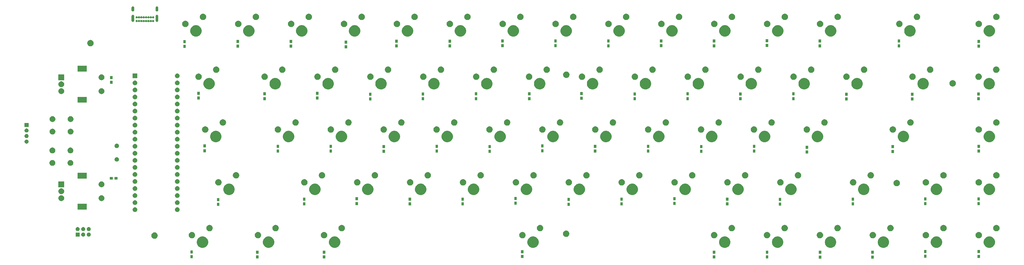
<source format=gbr>
G04 #@! TF.GenerationSoftware,KiCad,Pcbnew,(5.1.0)-1*
G04 #@! TF.CreationDate,2020-08-21T01:29:19+01:00*
G04 #@! TF.ProjectId,marcoboard,6d617263-6f62-46f6-9172-642e6b696361,rev?*
G04 #@! TF.SameCoordinates,Original*
G04 #@! TF.FileFunction,Soldermask,Bot*
G04 #@! TF.FilePolarity,Negative*
%FSLAX46Y46*%
G04 Gerber Fmt 4.6, Leading zero omitted, Abs format (unit mm)*
G04 Created by KiCad (PCBNEW (5.1.0)-1) date 2020-08-21 01:29:19*
%MOMM*%
%LPD*%
G04 APERTURE LIST*
%ADD10C,0.100000*%
G04 APERTURE END LIST*
D10*
G36*
X348401000Y-148601000D02*
G01*
X347499000Y-148601000D01*
X347499000Y-147499000D01*
X348401000Y-147499000D01*
X348401000Y-148601000D01*
X348401000Y-148601000D01*
G37*
G36*
X329501000Y-148601000D02*
G01*
X328599000Y-148601000D01*
X328599000Y-147499000D01*
X329501000Y-147499000D01*
X329501000Y-148601000D01*
X329501000Y-148601000D01*
G37*
G36*
X291301000Y-148551000D02*
G01*
X290399000Y-148551000D01*
X290399000Y-147449000D01*
X291301000Y-147449000D01*
X291301000Y-148551000D01*
X291301000Y-148551000D01*
G37*
G36*
X126801000Y-148551000D02*
G01*
X125899000Y-148551000D01*
X125899000Y-147449000D01*
X126801000Y-147449000D01*
X126801000Y-148551000D01*
X126801000Y-148551000D01*
G37*
G36*
X310401000Y-148551000D02*
G01*
X309499000Y-148551000D01*
X309499000Y-147449000D01*
X310401000Y-147449000D01*
X310401000Y-148551000D01*
X310401000Y-148551000D01*
G37*
G36*
X150851000Y-148551000D02*
G01*
X149949000Y-148551000D01*
X149949000Y-147449000D01*
X150851000Y-147449000D01*
X150851000Y-148551000D01*
X150851000Y-148551000D01*
G37*
G36*
X103151000Y-148501000D02*
G01*
X102249000Y-148501000D01*
X102249000Y-147399000D01*
X103151000Y-147399000D01*
X103151000Y-148501000D01*
X103151000Y-148501000D01*
G37*
G36*
X222251000Y-148401000D02*
G01*
X221349000Y-148401000D01*
X221349000Y-147299000D01*
X222251000Y-147299000D01*
X222251000Y-148401000D01*
X222251000Y-148401000D01*
G37*
G36*
X386651000Y-148351000D02*
G01*
X385749000Y-148351000D01*
X385749000Y-147249000D01*
X386651000Y-147249000D01*
X386651000Y-148351000D01*
X386651000Y-148351000D01*
G37*
G36*
X367401000Y-148301000D02*
G01*
X366499000Y-148301000D01*
X366499000Y-147199000D01*
X367401000Y-147199000D01*
X367401000Y-148301000D01*
X367401000Y-148301000D01*
G37*
G36*
X348401000Y-146901000D02*
G01*
X347499000Y-146901000D01*
X347499000Y-145799000D01*
X348401000Y-145799000D01*
X348401000Y-146901000D01*
X348401000Y-146901000D01*
G37*
G36*
X329501000Y-146901000D02*
G01*
X328599000Y-146901000D01*
X328599000Y-145799000D01*
X329501000Y-145799000D01*
X329501000Y-146901000D01*
X329501000Y-146901000D01*
G37*
G36*
X126801000Y-146851000D02*
G01*
X125899000Y-146851000D01*
X125899000Y-145749000D01*
X126801000Y-145749000D01*
X126801000Y-146851000D01*
X126801000Y-146851000D01*
G37*
G36*
X310401000Y-146851000D02*
G01*
X309499000Y-146851000D01*
X309499000Y-145749000D01*
X310401000Y-145749000D01*
X310401000Y-146851000D01*
X310401000Y-146851000D01*
G37*
G36*
X150851000Y-146851000D02*
G01*
X149949000Y-146851000D01*
X149949000Y-145749000D01*
X150851000Y-145749000D01*
X150851000Y-146851000D01*
X150851000Y-146851000D01*
G37*
G36*
X291301000Y-146851000D02*
G01*
X290399000Y-146851000D01*
X290399000Y-145749000D01*
X291301000Y-145749000D01*
X291301000Y-146851000D01*
X291301000Y-146851000D01*
G37*
G36*
X103151000Y-146801000D02*
G01*
X102249000Y-146801000D01*
X102249000Y-145699000D01*
X103151000Y-145699000D01*
X103151000Y-146801000D01*
X103151000Y-146801000D01*
G37*
G36*
X222251000Y-146701000D02*
G01*
X221349000Y-146701000D01*
X221349000Y-145599000D01*
X222251000Y-145599000D01*
X222251000Y-146701000D01*
X222251000Y-146701000D01*
G37*
G36*
X386651000Y-146651000D02*
G01*
X385749000Y-146651000D01*
X385749000Y-145549000D01*
X386651000Y-145549000D01*
X386651000Y-146651000D01*
X386651000Y-146651000D01*
G37*
G36*
X367401000Y-146601000D02*
G01*
X366499000Y-146601000D01*
X366499000Y-145499000D01*
X367401000Y-145499000D01*
X367401000Y-146601000D01*
X367401000Y-146601000D01*
G37*
G36*
X333408254Y-140717818D02*
G01*
X333757371Y-140862427D01*
X333781513Y-140872427D01*
X334117436Y-141096884D01*
X334403116Y-141382564D01*
X334620893Y-141708489D01*
X334627574Y-141718489D01*
X334782182Y-142091746D01*
X334861000Y-142487993D01*
X334861000Y-142892007D01*
X334782182Y-143288254D01*
X334631716Y-143651511D01*
X334627573Y-143661513D01*
X334403116Y-143997436D01*
X334117436Y-144283116D01*
X333781513Y-144507573D01*
X333781512Y-144507574D01*
X333781511Y-144507574D01*
X333408254Y-144662182D01*
X333012007Y-144741000D01*
X332607993Y-144741000D01*
X332211746Y-144662182D01*
X331838489Y-144507574D01*
X331838488Y-144507574D01*
X331838487Y-144507573D01*
X331502564Y-144283116D01*
X331216884Y-143997436D01*
X330992427Y-143661513D01*
X330988284Y-143651511D01*
X330837818Y-143288254D01*
X330759000Y-142892007D01*
X330759000Y-142487993D01*
X330837818Y-142091746D01*
X330992426Y-141718489D01*
X330999108Y-141708489D01*
X331216884Y-141382564D01*
X331502564Y-141096884D01*
X331838487Y-140872427D01*
X331862629Y-140862427D01*
X332211746Y-140717818D01*
X332607993Y-140639000D01*
X333012007Y-140639000D01*
X333408254Y-140717818D01*
X333408254Y-140717818D01*
G37*
G36*
X371558254Y-140717818D02*
G01*
X371907371Y-140862427D01*
X371931513Y-140872427D01*
X372267436Y-141096884D01*
X372553116Y-141382564D01*
X372770893Y-141708489D01*
X372777574Y-141718489D01*
X372932182Y-142091746D01*
X373011000Y-142487993D01*
X373011000Y-142892007D01*
X372932182Y-143288254D01*
X372781716Y-143651511D01*
X372777573Y-143661513D01*
X372553116Y-143997436D01*
X372267436Y-144283116D01*
X371931513Y-144507573D01*
X371931512Y-144507574D01*
X371931511Y-144507574D01*
X371558254Y-144662182D01*
X371162007Y-144741000D01*
X370757993Y-144741000D01*
X370361746Y-144662182D01*
X369988489Y-144507574D01*
X369988488Y-144507574D01*
X369988487Y-144507573D01*
X369652564Y-144283116D01*
X369366884Y-143997436D01*
X369142427Y-143661513D01*
X369138284Y-143651511D01*
X368987818Y-143288254D01*
X368909000Y-142892007D01*
X368909000Y-142487993D01*
X368987818Y-142091746D01*
X369142426Y-141718489D01*
X369149108Y-141708489D01*
X369366884Y-141382564D01*
X369652564Y-141096884D01*
X369988487Y-140872427D01*
X370012629Y-140862427D01*
X370361746Y-140717818D01*
X370757993Y-140639000D01*
X371162007Y-140639000D01*
X371558254Y-140717818D01*
X371558254Y-140717818D01*
G37*
G36*
X352458254Y-140717818D02*
G01*
X352807371Y-140862427D01*
X352831513Y-140872427D01*
X353167436Y-141096884D01*
X353453116Y-141382564D01*
X353670893Y-141708489D01*
X353677574Y-141718489D01*
X353832182Y-142091746D01*
X353911000Y-142487993D01*
X353911000Y-142892007D01*
X353832182Y-143288254D01*
X353681716Y-143651511D01*
X353677573Y-143661513D01*
X353453116Y-143997436D01*
X353167436Y-144283116D01*
X352831513Y-144507573D01*
X352831512Y-144507574D01*
X352831511Y-144507574D01*
X352458254Y-144662182D01*
X352062007Y-144741000D01*
X351657993Y-144741000D01*
X351261746Y-144662182D01*
X350888489Y-144507574D01*
X350888488Y-144507574D01*
X350888487Y-144507573D01*
X350552564Y-144283116D01*
X350266884Y-143997436D01*
X350042427Y-143661513D01*
X350038284Y-143651511D01*
X349887818Y-143288254D01*
X349809000Y-142892007D01*
X349809000Y-142487993D01*
X349887818Y-142091746D01*
X350042426Y-141718489D01*
X350049108Y-141708489D01*
X350266884Y-141382564D01*
X350552564Y-141096884D01*
X350888487Y-140872427D01*
X350912629Y-140862427D01*
X351261746Y-140717818D01*
X351657993Y-140639000D01*
X352062007Y-140639000D01*
X352458254Y-140717818D01*
X352458254Y-140717818D01*
G37*
G36*
X390608254Y-140717818D02*
G01*
X390957371Y-140862427D01*
X390981513Y-140872427D01*
X391317436Y-141096884D01*
X391603116Y-141382564D01*
X391820893Y-141708489D01*
X391827574Y-141718489D01*
X391982182Y-142091746D01*
X392061000Y-142487993D01*
X392061000Y-142892007D01*
X391982182Y-143288254D01*
X391831716Y-143651511D01*
X391827573Y-143661513D01*
X391603116Y-143997436D01*
X391317436Y-144283116D01*
X390981513Y-144507573D01*
X390981512Y-144507574D01*
X390981511Y-144507574D01*
X390608254Y-144662182D01*
X390212007Y-144741000D01*
X389807993Y-144741000D01*
X389411746Y-144662182D01*
X389038489Y-144507574D01*
X389038488Y-144507574D01*
X389038487Y-144507573D01*
X388702564Y-144283116D01*
X388416884Y-143997436D01*
X388192427Y-143661513D01*
X388188284Y-143651511D01*
X388037818Y-143288254D01*
X387959000Y-142892007D01*
X387959000Y-142487993D01*
X388037818Y-142091746D01*
X388192426Y-141718489D01*
X388199108Y-141708489D01*
X388416884Y-141382564D01*
X388702564Y-141096884D01*
X389038487Y-140872427D01*
X389062629Y-140862427D01*
X389411746Y-140717818D01*
X389807993Y-140639000D01*
X390212007Y-140639000D01*
X390608254Y-140717818D01*
X390608254Y-140717818D01*
G37*
G36*
X131008254Y-140717818D02*
G01*
X131357371Y-140862427D01*
X131381513Y-140872427D01*
X131717436Y-141096884D01*
X132003116Y-141382564D01*
X132220893Y-141708489D01*
X132227574Y-141718489D01*
X132382182Y-142091746D01*
X132461000Y-142487993D01*
X132461000Y-142892007D01*
X132382182Y-143288254D01*
X132231716Y-143651511D01*
X132227573Y-143661513D01*
X132003116Y-143997436D01*
X131717436Y-144283116D01*
X131381513Y-144507573D01*
X131381512Y-144507574D01*
X131381511Y-144507574D01*
X131008254Y-144662182D01*
X130612007Y-144741000D01*
X130207993Y-144741000D01*
X129811746Y-144662182D01*
X129438489Y-144507574D01*
X129438488Y-144507574D01*
X129438487Y-144507573D01*
X129102564Y-144283116D01*
X128816884Y-143997436D01*
X128592427Y-143661513D01*
X128588284Y-143651511D01*
X128437818Y-143288254D01*
X128359000Y-142892007D01*
X128359000Y-142487993D01*
X128437818Y-142091746D01*
X128592426Y-141718489D01*
X128599108Y-141708489D01*
X128816884Y-141382564D01*
X129102564Y-141096884D01*
X129438487Y-140872427D01*
X129462629Y-140862427D01*
X129811746Y-140717818D01*
X130207993Y-140639000D01*
X130612007Y-140639000D01*
X131008254Y-140717818D01*
X131008254Y-140717818D01*
G37*
G36*
X295308254Y-140717818D02*
G01*
X295657371Y-140862427D01*
X295681513Y-140872427D01*
X296017436Y-141096884D01*
X296303116Y-141382564D01*
X296520893Y-141708489D01*
X296527574Y-141718489D01*
X296682182Y-142091746D01*
X296761000Y-142487993D01*
X296761000Y-142892007D01*
X296682182Y-143288254D01*
X296531716Y-143651511D01*
X296527573Y-143661513D01*
X296303116Y-143997436D01*
X296017436Y-144283116D01*
X295681513Y-144507573D01*
X295681512Y-144507574D01*
X295681511Y-144507574D01*
X295308254Y-144662182D01*
X294912007Y-144741000D01*
X294507993Y-144741000D01*
X294111746Y-144662182D01*
X293738489Y-144507574D01*
X293738488Y-144507574D01*
X293738487Y-144507573D01*
X293402564Y-144283116D01*
X293116884Y-143997436D01*
X292892427Y-143661513D01*
X292888284Y-143651511D01*
X292737818Y-143288254D01*
X292659000Y-142892007D01*
X292659000Y-142487993D01*
X292737818Y-142091746D01*
X292892426Y-141718489D01*
X292899108Y-141708489D01*
X293116884Y-141382564D01*
X293402564Y-141096884D01*
X293738487Y-140872427D01*
X293762629Y-140862427D01*
X294111746Y-140717818D01*
X294507993Y-140639000D01*
X294912007Y-140639000D01*
X295308254Y-140717818D01*
X295308254Y-140717818D01*
G37*
G36*
X226258254Y-140717818D02*
G01*
X226607371Y-140862427D01*
X226631513Y-140872427D01*
X226967436Y-141096884D01*
X227253116Y-141382564D01*
X227470893Y-141708489D01*
X227477574Y-141718489D01*
X227632182Y-142091746D01*
X227711000Y-142487993D01*
X227711000Y-142892007D01*
X227632182Y-143288254D01*
X227481716Y-143651511D01*
X227477573Y-143661513D01*
X227253116Y-143997436D01*
X226967436Y-144283116D01*
X226631513Y-144507573D01*
X226631512Y-144507574D01*
X226631511Y-144507574D01*
X226258254Y-144662182D01*
X225862007Y-144741000D01*
X225457993Y-144741000D01*
X225061746Y-144662182D01*
X224688489Y-144507574D01*
X224688488Y-144507574D01*
X224688487Y-144507573D01*
X224352564Y-144283116D01*
X224066884Y-143997436D01*
X223842427Y-143661513D01*
X223838284Y-143651511D01*
X223687818Y-143288254D01*
X223609000Y-142892007D01*
X223609000Y-142487993D01*
X223687818Y-142091746D01*
X223842426Y-141718489D01*
X223849108Y-141708489D01*
X224066884Y-141382564D01*
X224352564Y-141096884D01*
X224688487Y-140872427D01*
X224712629Y-140862427D01*
X225061746Y-140717818D01*
X225457993Y-140639000D01*
X225862007Y-140639000D01*
X226258254Y-140717818D01*
X226258254Y-140717818D01*
G37*
G36*
X154808254Y-140717818D02*
G01*
X155157371Y-140862427D01*
X155181513Y-140872427D01*
X155517436Y-141096884D01*
X155803116Y-141382564D01*
X156020893Y-141708489D01*
X156027574Y-141718489D01*
X156182182Y-142091746D01*
X156261000Y-142487993D01*
X156261000Y-142892007D01*
X156182182Y-143288254D01*
X156031716Y-143651511D01*
X156027573Y-143661513D01*
X155803116Y-143997436D01*
X155517436Y-144283116D01*
X155181513Y-144507573D01*
X155181512Y-144507574D01*
X155181511Y-144507574D01*
X154808254Y-144662182D01*
X154412007Y-144741000D01*
X154007993Y-144741000D01*
X153611746Y-144662182D01*
X153238489Y-144507574D01*
X153238488Y-144507574D01*
X153238487Y-144507573D01*
X152902564Y-144283116D01*
X152616884Y-143997436D01*
X152392427Y-143661513D01*
X152388284Y-143651511D01*
X152237818Y-143288254D01*
X152159000Y-142892007D01*
X152159000Y-142487993D01*
X152237818Y-142091746D01*
X152392426Y-141718489D01*
X152399108Y-141708489D01*
X152616884Y-141382564D01*
X152902564Y-141096884D01*
X153238487Y-140872427D01*
X153262629Y-140862427D01*
X153611746Y-140717818D01*
X154007993Y-140639000D01*
X154412007Y-140639000D01*
X154808254Y-140717818D01*
X154808254Y-140717818D01*
G37*
G36*
X107208254Y-140717818D02*
G01*
X107557371Y-140862427D01*
X107581513Y-140872427D01*
X107917436Y-141096884D01*
X108203116Y-141382564D01*
X108420893Y-141708489D01*
X108427574Y-141718489D01*
X108582182Y-142091746D01*
X108661000Y-142487993D01*
X108661000Y-142892007D01*
X108582182Y-143288254D01*
X108431716Y-143651511D01*
X108427573Y-143661513D01*
X108203116Y-143997436D01*
X107917436Y-144283116D01*
X107581513Y-144507573D01*
X107581512Y-144507574D01*
X107581511Y-144507574D01*
X107208254Y-144662182D01*
X106812007Y-144741000D01*
X106407993Y-144741000D01*
X106011746Y-144662182D01*
X105638489Y-144507574D01*
X105638488Y-144507574D01*
X105638487Y-144507573D01*
X105302564Y-144283116D01*
X105016884Y-143997436D01*
X104792427Y-143661513D01*
X104788284Y-143651511D01*
X104637818Y-143288254D01*
X104559000Y-142892007D01*
X104559000Y-142487993D01*
X104637818Y-142091746D01*
X104792426Y-141718489D01*
X104799108Y-141708489D01*
X105016884Y-141382564D01*
X105302564Y-141096884D01*
X105638487Y-140872427D01*
X105662629Y-140862427D01*
X106011746Y-140717818D01*
X106407993Y-140639000D01*
X106812007Y-140639000D01*
X107208254Y-140717818D01*
X107208254Y-140717818D01*
G37*
G36*
X314358254Y-140707818D02*
G01*
X314731511Y-140862426D01*
X314731513Y-140862427D01*
X315067436Y-141086884D01*
X315353116Y-141372564D01*
X315577574Y-141708489D01*
X315732182Y-142081746D01*
X315811000Y-142477993D01*
X315811000Y-142882007D01*
X315732182Y-143278254D01*
X315728039Y-143288255D01*
X315577573Y-143651513D01*
X315353116Y-143987436D01*
X315067436Y-144273116D01*
X314731513Y-144497573D01*
X314731512Y-144497574D01*
X314731511Y-144497574D01*
X314358254Y-144652182D01*
X313962007Y-144731000D01*
X313557993Y-144731000D01*
X313161746Y-144652182D01*
X312788489Y-144497574D01*
X312788488Y-144497574D01*
X312788487Y-144497573D01*
X312452564Y-144273116D01*
X312166884Y-143987436D01*
X311942427Y-143651513D01*
X311791961Y-143288255D01*
X311787818Y-143278254D01*
X311709000Y-142882007D01*
X311709000Y-142477993D01*
X311787818Y-142081746D01*
X311942426Y-141708489D01*
X312166884Y-141372564D01*
X312452564Y-141086884D01*
X312788487Y-140862427D01*
X312788489Y-140862426D01*
X313161746Y-140707818D01*
X313557993Y-140629000D01*
X313962007Y-140629000D01*
X314358254Y-140707818D01*
X314358254Y-140707818D01*
G37*
G36*
X89574549Y-139171116D02*
G01*
X89685734Y-139193232D01*
X89833850Y-139254584D01*
X89885600Y-139276019D01*
X89895203Y-139279997D01*
X90083720Y-139405960D01*
X90244040Y-139566280D01*
X90370003Y-139754797D01*
X90456768Y-139964266D01*
X90501000Y-140186636D01*
X90501000Y-140413364D01*
X90456768Y-140635734D01*
X90370003Y-140845203D01*
X90244040Y-141033720D01*
X90083720Y-141194040D01*
X89895203Y-141320003D01*
X89685734Y-141406768D01*
X89574549Y-141428884D01*
X89463365Y-141451000D01*
X89236635Y-141451000D01*
X89125451Y-141428884D01*
X89014266Y-141406768D01*
X88804797Y-141320003D01*
X88616280Y-141194040D01*
X88455960Y-141033720D01*
X88329997Y-140845203D01*
X88243232Y-140635734D01*
X88199000Y-140413364D01*
X88199000Y-140186636D01*
X88243232Y-139964266D01*
X88329997Y-139754797D01*
X88455960Y-139566280D01*
X88616280Y-139405960D01*
X88804797Y-139279997D01*
X88814401Y-139276019D01*
X88866150Y-139254584D01*
X89014266Y-139193232D01*
X89125451Y-139171116D01*
X89236635Y-139149000D01*
X89463365Y-139149000D01*
X89574549Y-139171116D01*
X89574549Y-139171116D01*
G37*
G36*
X348274549Y-139021116D02*
G01*
X348385734Y-139043232D01*
X348533850Y-139104584D01*
X348571059Y-139119996D01*
X348595203Y-139129997D01*
X348783720Y-139255960D01*
X348944040Y-139416280D01*
X349070003Y-139604797D01*
X349156768Y-139814266D01*
X349201000Y-140036636D01*
X349201000Y-140263364D01*
X349156768Y-140485734D01*
X349099505Y-140623980D01*
X349082309Y-140665495D01*
X349070003Y-140695203D01*
X348944040Y-140883720D01*
X348783720Y-141044040D01*
X348595203Y-141170003D01*
X348385734Y-141256768D01*
X348274549Y-141278884D01*
X348163365Y-141301000D01*
X347936635Y-141301000D01*
X347825451Y-141278884D01*
X347714266Y-141256768D01*
X347504797Y-141170003D01*
X347316280Y-141044040D01*
X347155960Y-140883720D01*
X347029997Y-140695203D01*
X347017692Y-140665495D01*
X347000495Y-140623980D01*
X346943232Y-140485734D01*
X346899000Y-140263364D01*
X346899000Y-140036636D01*
X346943232Y-139814266D01*
X347029997Y-139604797D01*
X347155960Y-139416280D01*
X347316280Y-139255960D01*
X347504797Y-139129997D01*
X347528942Y-139119996D01*
X347566150Y-139104584D01*
X347714266Y-139043232D01*
X347825451Y-139021116D01*
X347936635Y-138999000D01*
X348163365Y-138999000D01*
X348274549Y-139021116D01*
X348274549Y-139021116D01*
G37*
G36*
X329224549Y-139021116D02*
G01*
X329335734Y-139043232D01*
X329483850Y-139104584D01*
X329521059Y-139119996D01*
X329545203Y-139129997D01*
X329733720Y-139255960D01*
X329894040Y-139416280D01*
X330020003Y-139604797D01*
X330106768Y-139814266D01*
X330151000Y-140036636D01*
X330151000Y-140263364D01*
X330106768Y-140485734D01*
X330049505Y-140623980D01*
X330032309Y-140665495D01*
X330020003Y-140695203D01*
X329894040Y-140883720D01*
X329733720Y-141044040D01*
X329545203Y-141170003D01*
X329335734Y-141256768D01*
X329224549Y-141278884D01*
X329113365Y-141301000D01*
X328886635Y-141301000D01*
X328775451Y-141278884D01*
X328664266Y-141256768D01*
X328454797Y-141170003D01*
X328266280Y-141044040D01*
X328105960Y-140883720D01*
X327979997Y-140695203D01*
X327967692Y-140665495D01*
X327950495Y-140623980D01*
X327893232Y-140485734D01*
X327849000Y-140263364D01*
X327849000Y-140036636D01*
X327893232Y-139814266D01*
X327979997Y-139604797D01*
X328105960Y-139416280D01*
X328266280Y-139255960D01*
X328454797Y-139129997D01*
X328478942Y-139119996D01*
X328516150Y-139104584D01*
X328664266Y-139043232D01*
X328775451Y-139021116D01*
X328886635Y-138999000D01*
X329113365Y-138999000D01*
X329224549Y-139021116D01*
X329224549Y-139021116D01*
G37*
G36*
X103024549Y-139021116D02*
G01*
X103135734Y-139043232D01*
X103283850Y-139104584D01*
X103321059Y-139119996D01*
X103345203Y-139129997D01*
X103533720Y-139255960D01*
X103694040Y-139416280D01*
X103820003Y-139604797D01*
X103906768Y-139814266D01*
X103951000Y-140036636D01*
X103951000Y-140263364D01*
X103906768Y-140485734D01*
X103849505Y-140623980D01*
X103832309Y-140665495D01*
X103820003Y-140695203D01*
X103694040Y-140883720D01*
X103533720Y-141044040D01*
X103345203Y-141170003D01*
X103135734Y-141256768D01*
X103024549Y-141278884D01*
X102913365Y-141301000D01*
X102686635Y-141301000D01*
X102575451Y-141278884D01*
X102464266Y-141256768D01*
X102254797Y-141170003D01*
X102066280Y-141044040D01*
X101905960Y-140883720D01*
X101779997Y-140695203D01*
X101767692Y-140665495D01*
X101750495Y-140623980D01*
X101693232Y-140485734D01*
X101649000Y-140263364D01*
X101649000Y-140036636D01*
X101693232Y-139814266D01*
X101779997Y-139604797D01*
X101905960Y-139416280D01*
X102066280Y-139255960D01*
X102254797Y-139129997D01*
X102278942Y-139119996D01*
X102316150Y-139104584D01*
X102464266Y-139043232D01*
X102575451Y-139021116D01*
X102686635Y-138999000D01*
X102913365Y-138999000D01*
X103024549Y-139021116D01*
X103024549Y-139021116D01*
G37*
G36*
X150624549Y-139021116D02*
G01*
X150735734Y-139043232D01*
X150883850Y-139104584D01*
X150921059Y-139119996D01*
X150945203Y-139129997D01*
X151133720Y-139255960D01*
X151294040Y-139416280D01*
X151420003Y-139604797D01*
X151506768Y-139814266D01*
X151551000Y-140036636D01*
X151551000Y-140263364D01*
X151506768Y-140485734D01*
X151449505Y-140623980D01*
X151432309Y-140665495D01*
X151420003Y-140695203D01*
X151294040Y-140883720D01*
X151133720Y-141044040D01*
X150945203Y-141170003D01*
X150735734Y-141256768D01*
X150624549Y-141278884D01*
X150513365Y-141301000D01*
X150286635Y-141301000D01*
X150175451Y-141278884D01*
X150064266Y-141256768D01*
X149854797Y-141170003D01*
X149666280Y-141044040D01*
X149505960Y-140883720D01*
X149379997Y-140695203D01*
X149367692Y-140665495D01*
X149350495Y-140623980D01*
X149293232Y-140485734D01*
X149249000Y-140263364D01*
X149249000Y-140036636D01*
X149293232Y-139814266D01*
X149379997Y-139604797D01*
X149505960Y-139416280D01*
X149666280Y-139255960D01*
X149854797Y-139129997D01*
X149878942Y-139119996D01*
X149916150Y-139104584D01*
X150064266Y-139043232D01*
X150175451Y-139021116D01*
X150286635Y-138999000D01*
X150513365Y-138999000D01*
X150624549Y-139021116D01*
X150624549Y-139021116D01*
G37*
G36*
X126824549Y-139021116D02*
G01*
X126935734Y-139043232D01*
X127083850Y-139104584D01*
X127121059Y-139119996D01*
X127145203Y-139129997D01*
X127333720Y-139255960D01*
X127494040Y-139416280D01*
X127620003Y-139604797D01*
X127706768Y-139814266D01*
X127751000Y-140036636D01*
X127751000Y-140263364D01*
X127706768Y-140485734D01*
X127649505Y-140623980D01*
X127632309Y-140665495D01*
X127620003Y-140695203D01*
X127494040Y-140883720D01*
X127333720Y-141044040D01*
X127145203Y-141170003D01*
X126935734Y-141256768D01*
X126824549Y-141278884D01*
X126713365Y-141301000D01*
X126486635Y-141301000D01*
X126375451Y-141278884D01*
X126264266Y-141256768D01*
X126054797Y-141170003D01*
X125866280Y-141044040D01*
X125705960Y-140883720D01*
X125579997Y-140695203D01*
X125567692Y-140665495D01*
X125550495Y-140623980D01*
X125493232Y-140485734D01*
X125449000Y-140263364D01*
X125449000Y-140036636D01*
X125493232Y-139814266D01*
X125579997Y-139604797D01*
X125705960Y-139416280D01*
X125866280Y-139255960D01*
X126054797Y-139129997D01*
X126078942Y-139119996D01*
X126116150Y-139104584D01*
X126264266Y-139043232D01*
X126375451Y-139021116D01*
X126486635Y-138999000D01*
X126713365Y-138999000D01*
X126824549Y-139021116D01*
X126824549Y-139021116D01*
G37*
G36*
X222074549Y-139021116D02*
G01*
X222185734Y-139043232D01*
X222333850Y-139104584D01*
X222371059Y-139119996D01*
X222395203Y-139129997D01*
X222583720Y-139255960D01*
X222744040Y-139416280D01*
X222870003Y-139604797D01*
X222956768Y-139814266D01*
X223001000Y-140036636D01*
X223001000Y-140263364D01*
X222956768Y-140485734D01*
X222899505Y-140623980D01*
X222882309Y-140665495D01*
X222870003Y-140695203D01*
X222744040Y-140883720D01*
X222583720Y-141044040D01*
X222395203Y-141170003D01*
X222185734Y-141256768D01*
X222074549Y-141278884D01*
X221963365Y-141301000D01*
X221736635Y-141301000D01*
X221625451Y-141278884D01*
X221514266Y-141256768D01*
X221304797Y-141170003D01*
X221116280Y-141044040D01*
X220955960Y-140883720D01*
X220829997Y-140695203D01*
X220817692Y-140665495D01*
X220800495Y-140623980D01*
X220743232Y-140485734D01*
X220699000Y-140263364D01*
X220699000Y-140036636D01*
X220743232Y-139814266D01*
X220829997Y-139604797D01*
X220955960Y-139416280D01*
X221116280Y-139255960D01*
X221304797Y-139129997D01*
X221328942Y-139119996D01*
X221366150Y-139104584D01*
X221514266Y-139043232D01*
X221625451Y-139021116D01*
X221736635Y-138999000D01*
X221963365Y-138999000D01*
X222074549Y-139021116D01*
X222074549Y-139021116D01*
G37*
G36*
X291124549Y-139021116D02*
G01*
X291235734Y-139043232D01*
X291383850Y-139104584D01*
X291421059Y-139119996D01*
X291445203Y-139129997D01*
X291633720Y-139255960D01*
X291794040Y-139416280D01*
X291920003Y-139604797D01*
X292006768Y-139814266D01*
X292051000Y-140036636D01*
X292051000Y-140263364D01*
X292006768Y-140485734D01*
X291949505Y-140623980D01*
X291932309Y-140665495D01*
X291920003Y-140695203D01*
X291794040Y-140883720D01*
X291633720Y-141044040D01*
X291445203Y-141170003D01*
X291235734Y-141256768D01*
X291124549Y-141278884D01*
X291013365Y-141301000D01*
X290786635Y-141301000D01*
X290675451Y-141278884D01*
X290564266Y-141256768D01*
X290354797Y-141170003D01*
X290166280Y-141044040D01*
X290005960Y-140883720D01*
X289879997Y-140695203D01*
X289867692Y-140665495D01*
X289850495Y-140623980D01*
X289793232Y-140485734D01*
X289749000Y-140263364D01*
X289749000Y-140036636D01*
X289793232Y-139814266D01*
X289879997Y-139604797D01*
X290005960Y-139416280D01*
X290166280Y-139255960D01*
X290354797Y-139129997D01*
X290378942Y-139119996D01*
X290416150Y-139104584D01*
X290564266Y-139043232D01*
X290675451Y-139021116D01*
X290786635Y-138999000D01*
X291013365Y-138999000D01*
X291124549Y-139021116D01*
X291124549Y-139021116D01*
G37*
G36*
X386424549Y-139021116D02*
G01*
X386535734Y-139043232D01*
X386683850Y-139104584D01*
X386721059Y-139119996D01*
X386745203Y-139129997D01*
X386933720Y-139255960D01*
X387094040Y-139416280D01*
X387220003Y-139604797D01*
X387306768Y-139814266D01*
X387351000Y-140036636D01*
X387351000Y-140263364D01*
X387306768Y-140485734D01*
X387249505Y-140623980D01*
X387232309Y-140665495D01*
X387220003Y-140695203D01*
X387094040Y-140883720D01*
X386933720Y-141044040D01*
X386745203Y-141170003D01*
X386535734Y-141256768D01*
X386424549Y-141278884D01*
X386313365Y-141301000D01*
X386086635Y-141301000D01*
X385975451Y-141278884D01*
X385864266Y-141256768D01*
X385654797Y-141170003D01*
X385466280Y-141044040D01*
X385305960Y-140883720D01*
X385179997Y-140695203D01*
X385167692Y-140665495D01*
X385150495Y-140623980D01*
X385093232Y-140485734D01*
X385049000Y-140263364D01*
X385049000Y-140036636D01*
X385093232Y-139814266D01*
X385179997Y-139604797D01*
X385305960Y-139416280D01*
X385466280Y-139255960D01*
X385654797Y-139129997D01*
X385678942Y-139119996D01*
X385716150Y-139104584D01*
X385864266Y-139043232D01*
X385975451Y-139021116D01*
X386086635Y-138999000D01*
X386313365Y-138999000D01*
X386424549Y-139021116D01*
X386424549Y-139021116D01*
G37*
G36*
X367374549Y-139021116D02*
G01*
X367485734Y-139043232D01*
X367633850Y-139104584D01*
X367671059Y-139119996D01*
X367695203Y-139129997D01*
X367883720Y-139255960D01*
X368044040Y-139416280D01*
X368170003Y-139604797D01*
X368256768Y-139814266D01*
X368301000Y-140036636D01*
X368301000Y-140263364D01*
X368256768Y-140485734D01*
X368199505Y-140623980D01*
X368182309Y-140665495D01*
X368170003Y-140695203D01*
X368044040Y-140883720D01*
X367883720Y-141044040D01*
X367695203Y-141170003D01*
X367485734Y-141256768D01*
X367374549Y-141278884D01*
X367263365Y-141301000D01*
X367036635Y-141301000D01*
X366925451Y-141278884D01*
X366814266Y-141256768D01*
X366604797Y-141170003D01*
X366416280Y-141044040D01*
X366255960Y-140883720D01*
X366129997Y-140695203D01*
X366117692Y-140665495D01*
X366100495Y-140623980D01*
X366043232Y-140485734D01*
X365999000Y-140263364D01*
X365999000Y-140036636D01*
X366043232Y-139814266D01*
X366129997Y-139604797D01*
X366255960Y-139416280D01*
X366416280Y-139255960D01*
X366604797Y-139129997D01*
X366628942Y-139119996D01*
X366666150Y-139104584D01*
X366814266Y-139043232D01*
X366925451Y-139021116D01*
X367036635Y-138999000D01*
X367263365Y-138999000D01*
X367374549Y-139021116D01*
X367374549Y-139021116D01*
G37*
G36*
X310113638Y-138999000D02*
G01*
X310285734Y-139033232D01*
X310495203Y-139119997D01*
X310683720Y-139245960D01*
X310844040Y-139406280D01*
X310970003Y-139594797D01*
X311056768Y-139804266D01*
X311101000Y-140026636D01*
X311101000Y-140253364D01*
X311056768Y-140475734D01*
X310970003Y-140685203D01*
X310844040Y-140873720D01*
X310683720Y-141034040D01*
X310495203Y-141160003D01*
X310495202Y-141160004D01*
X310495201Y-141160004D01*
X310433850Y-141185416D01*
X310285734Y-141246768D01*
X310235460Y-141256768D01*
X310063365Y-141291000D01*
X309836635Y-141291000D01*
X309664540Y-141256768D01*
X309614266Y-141246768D01*
X309466150Y-141185416D01*
X309404799Y-141160004D01*
X309404798Y-141160004D01*
X309404797Y-141160003D01*
X309216280Y-141034040D01*
X309055960Y-140873720D01*
X308929997Y-140685203D01*
X308843232Y-140475734D01*
X308799000Y-140253364D01*
X308799000Y-140026636D01*
X308843232Y-139804266D01*
X308929997Y-139594797D01*
X309055960Y-139406280D01*
X309216280Y-139245960D01*
X309404797Y-139119997D01*
X309614266Y-139033232D01*
X309786362Y-138999000D01*
X309836635Y-138989000D01*
X310063365Y-138989000D01*
X310113638Y-138999000D01*
X310113638Y-138999000D01*
G37*
G36*
X237824549Y-138521116D02*
G01*
X237935734Y-138543232D01*
X238083850Y-138604584D01*
X238121076Y-138620003D01*
X238145203Y-138629997D01*
X238333720Y-138755960D01*
X238494040Y-138916280D01*
X238620003Y-139104797D01*
X238706768Y-139314266D01*
X238751000Y-139536636D01*
X238751000Y-139763364D01*
X238706768Y-139985734D01*
X238620003Y-140195203D01*
X238494040Y-140383720D01*
X238333720Y-140544040D01*
X238145203Y-140670003D01*
X237935734Y-140756768D01*
X237824549Y-140778884D01*
X237713365Y-140801000D01*
X237486635Y-140801000D01*
X237375451Y-140778884D01*
X237264266Y-140756768D01*
X237054797Y-140670003D01*
X236866280Y-140544040D01*
X236705960Y-140383720D01*
X236579997Y-140195203D01*
X236493232Y-139985734D01*
X236449000Y-139763364D01*
X236449000Y-139536636D01*
X236493232Y-139314266D01*
X236579997Y-139104797D01*
X236705960Y-138916280D01*
X236866280Y-138755960D01*
X237054797Y-138629997D01*
X237078925Y-138620003D01*
X237116150Y-138604584D01*
X237264266Y-138543232D01*
X237375451Y-138521116D01*
X237486635Y-138499000D01*
X237713365Y-138499000D01*
X237824549Y-138521116D01*
X237824549Y-138521116D01*
G37*
G36*
X62376000Y-140676000D02*
G01*
X60924000Y-140676000D01*
X60924000Y-139224000D01*
X62376000Y-139224000D01*
X62376000Y-140676000D01*
X62376000Y-140676000D01*
G37*
G36*
X63721213Y-139227502D02*
G01*
X63792321Y-139234505D01*
X63929172Y-139276019D01*
X63929175Y-139276020D01*
X64055294Y-139343432D01*
X64165843Y-139434157D01*
X64256568Y-139544706D01*
X64323980Y-139670825D01*
X64323981Y-139670828D01*
X64365495Y-139807679D01*
X64379512Y-139950000D01*
X64365495Y-140092321D01*
X64323981Y-140229172D01*
X64323980Y-140229175D01*
X64256568Y-140355294D01*
X64165843Y-140465843D01*
X64055294Y-140556568D01*
X63929175Y-140623980D01*
X63929172Y-140623981D01*
X63792321Y-140665495D01*
X63721213Y-140672498D01*
X63685660Y-140676000D01*
X63614340Y-140676000D01*
X63578787Y-140672498D01*
X63507679Y-140665495D01*
X63370828Y-140623981D01*
X63370825Y-140623980D01*
X63244706Y-140556568D01*
X63134157Y-140465843D01*
X63043432Y-140355294D01*
X62976020Y-140229175D01*
X62976019Y-140229172D01*
X62934505Y-140092321D01*
X62920488Y-139950000D01*
X62934505Y-139807679D01*
X62976019Y-139670828D01*
X62976020Y-139670825D01*
X63043432Y-139544706D01*
X63134157Y-139434157D01*
X63244706Y-139343432D01*
X63370825Y-139276020D01*
X63370828Y-139276019D01*
X63507679Y-139234505D01*
X63578787Y-139227502D01*
X63614340Y-139224000D01*
X63685660Y-139224000D01*
X63721213Y-139227502D01*
X63721213Y-139227502D01*
G37*
G36*
X65721213Y-139227502D02*
G01*
X65792321Y-139234505D01*
X65929172Y-139276019D01*
X65929175Y-139276020D01*
X66055294Y-139343432D01*
X66165843Y-139434157D01*
X66256568Y-139544706D01*
X66323980Y-139670825D01*
X66323981Y-139670828D01*
X66365495Y-139807679D01*
X66379512Y-139950000D01*
X66365495Y-140092321D01*
X66323981Y-140229172D01*
X66323980Y-140229175D01*
X66256568Y-140355294D01*
X66165843Y-140465843D01*
X66055294Y-140556568D01*
X65929175Y-140623980D01*
X65929172Y-140623981D01*
X65792321Y-140665495D01*
X65721213Y-140672498D01*
X65685660Y-140676000D01*
X65614340Y-140676000D01*
X65578787Y-140672498D01*
X65507679Y-140665495D01*
X65370828Y-140623981D01*
X65370825Y-140623980D01*
X65244706Y-140556568D01*
X65134157Y-140465843D01*
X65043432Y-140355294D01*
X64976020Y-140229175D01*
X64976019Y-140229172D01*
X64934505Y-140092321D01*
X64920488Y-139950000D01*
X64934505Y-139807679D01*
X64976019Y-139670828D01*
X64976020Y-139670825D01*
X65043432Y-139544706D01*
X65134157Y-139434157D01*
X65244706Y-139343432D01*
X65370825Y-139276020D01*
X65370828Y-139276019D01*
X65507679Y-139234505D01*
X65578787Y-139227502D01*
X65614340Y-139224000D01*
X65685660Y-139224000D01*
X65721213Y-139227502D01*
X65721213Y-139227502D01*
G37*
G36*
X133174549Y-136481116D02*
G01*
X133285734Y-136503232D01*
X133433850Y-136564584D01*
X133471059Y-136579996D01*
X133495203Y-136589997D01*
X133683720Y-136715960D01*
X133844040Y-136876280D01*
X133970003Y-137064797D01*
X134056768Y-137274266D01*
X134101000Y-137496636D01*
X134101000Y-137723364D01*
X134056768Y-137945734D01*
X133970003Y-138155203D01*
X133844040Y-138343720D01*
X133683720Y-138504040D01*
X133495203Y-138630003D01*
X133285734Y-138716768D01*
X133174549Y-138738884D01*
X133063365Y-138761000D01*
X132836635Y-138761000D01*
X132725451Y-138738884D01*
X132614266Y-138716768D01*
X132404797Y-138630003D01*
X132216280Y-138504040D01*
X132055960Y-138343720D01*
X131929997Y-138155203D01*
X131843232Y-137945734D01*
X131799000Y-137723364D01*
X131799000Y-137496636D01*
X131843232Y-137274266D01*
X131929997Y-137064797D01*
X132055960Y-136876280D01*
X132216280Y-136715960D01*
X132404797Y-136589997D01*
X132428942Y-136579996D01*
X132466150Y-136564584D01*
X132614266Y-136503232D01*
X132725451Y-136481116D01*
X132836635Y-136459000D01*
X133063365Y-136459000D01*
X133174549Y-136481116D01*
X133174549Y-136481116D01*
G37*
G36*
X297474549Y-136481116D02*
G01*
X297585734Y-136503232D01*
X297733850Y-136564584D01*
X297771059Y-136579996D01*
X297795203Y-136589997D01*
X297983720Y-136715960D01*
X298144040Y-136876280D01*
X298270003Y-137064797D01*
X298356768Y-137274266D01*
X298401000Y-137496636D01*
X298401000Y-137723364D01*
X298356768Y-137945734D01*
X298270003Y-138155203D01*
X298144040Y-138343720D01*
X297983720Y-138504040D01*
X297795203Y-138630003D01*
X297585734Y-138716768D01*
X297474549Y-138738884D01*
X297363365Y-138761000D01*
X297136635Y-138761000D01*
X297025451Y-138738884D01*
X296914266Y-138716768D01*
X296704797Y-138630003D01*
X296516280Y-138504040D01*
X296355960Y-138343720D01*
X296229997Y-138155203D01*
X296143232Y-137945734D01*
X296099000Y-137723364D01*
X296099000Y-137496636D01*
X296143232Y-137274266D01*
X296229997Y-137064797D01*
X296355960Y-136876280D01*
X296516280Y-136715960D01*
X296704797Y-136589997D01*
X296728942Y-136579996D01*
X296766150Y-136564584D01*
X296914266Y-136503232D01*
X297025451Y-136481116D01*
X297136635Y-136459000D01*
X297363365Y-136459000D01*
X297474549Y-136481116D01*
X297474549Y-136481116D01*
G37*
G36*
X109374549Y-136481116D02*
G01*
X109485734Y-136503232D01*
X109633850Y-136564584D01*
X109671059Y-136579996D01*
X109695203Y-136589997D01*
X109883720Y-136715960D01*
X110044040Y-136876280D01*
X110170003Y-137064797D01*
X110256768Y-137274266D01*
X110301000Y-137496636D01*
X110301000Y-137723364D01*
X110256768Y-137945734D01*
X110170003Y-138155203D01*
X110044040Y-138343720D01*
X109883720Y-138504040D01*
X109695203Y-138630003D01*
X109485734Y-138716768D01*
X109374549Y-138738884D01*
X109263365Y-138761000D01*
X109036635Y-138761000D01*
X108925451Y-138738884D01*
X108814266Y-138716768D01*
X108604797Y-138630003D01*
X108416280Y-138504040D01*
X108255960Y-138343720D01*
X108129997Y-138155203D01*
X108043232Y-137945734D01*
X107999000Y-137723364D01*
X107999000Y-137496636D01*
X108043232Y-137274266D01*
X108129997Y-137064797D01*
X108255960Y-136876280D01*
X108416280Y-136715960D01*
X108604797Y-136589997D01*
X108628942Y-136579996D01*
X108666150Y-136564584D01*
X108814266Y-136503232D01*
X108925451Y-136481116D01*
X109036635Y-136459000D01*
X109263365Y-136459000D01*
X109374549Y-136481116D01*
X109374549Y-136481116D01*
G37*
G36*
X392774549Y-136481116D02*
G01*
X392885734Y-136503232D01*
X393033850Y-136564584D01*
X393071059Y-136579996D01*
X393095203Y-136589997D01*
X393283720Y-136715960D01*
X393444040Y-136876280D01*
X393570003Y-137064797D01*
X393656768Y-137274266D01*
X393701000Y-137496636D01*
X393701000Y-137723364D01*
X393656768Y-137945734D01*
X393570003Y-138155203D01*
X393444040Y-138343720D01*
X393283720Y-138504040D01*
X393095203Y-138630003D01*
X392885734Y-138716768D01*
X392774549Y-138738884D01*
X392663365Y-138761000D01*
X392436635Y-138761000D01*
X392325451Y-138738884D01*
X392214266Y-138716768D01*
X392004797Y-138630003D01*
X391816280Y-138504040D01*
X391655960Y-138343720D01*
X391529997Y-138155203D01*
X391443232Y-137945734D01*
X391399000Y-137723364D01*
X391399000Y-137496636D01*
X391443232Y-137274266D01*
X391529997Y-137064797D01*
X391655960Y-136876280D01*
X391816280Y-136715960D01*
X392004797Y-136589997D01*
X392028942Y-136579996D01*
X392066150Y-136564584D01*
X392214266Y-136503232D01*
X392325451Y-136481116D01*
X392436635Y-136459000D01*
X392663365Y-136459000D01*
X392774549Y-136481116D01*
X392774549Y-136481116D01*
G37*
G36*
X354624549Y-136481116D02*
G01*
X354735734Y-136503232D01*
X354883850Y-136564584D01*
X354921059Y-136579996D01*
X354945203Y-136589997D01*
X355133720Y-136715960D01*
X355294040Y-136876280D01*
X355420003Y-137064797D01*
X355506768Y-137274266D01*
X355551000Y-137496636D01*
X355551000Y-137723364D01*
X355506768Y-137945734D01*
X355420003Y-138155203D01*
X355294040Y-138343720D01*
X355133720Y-138504040D01*
X354945203Y-138630003D01*
X354735734Y-138716768D01*
X354624549Y-138738884D01*
X354513365Y-138761000D01*
X354286635Y-138761000D01*
X354175451Y-138738884D01*
X354064266Y-138716768D01*
X353854797Y-138630003D01*
X353666280Y-138504040D01*
X353505960Y-138343720D01*
X353379997Y-138155203D01*
X353293232Y-137945734D01*
X353249000Y-137723364D01*
X353249000Y-137496636D01*
X353293232Y-137274266D01*
X353379997Y-137064797D01*
X353505960Y-136876280D01*
X353666280Y-136715960D01*
X353854797Y-136589997D01*
X353878942Y-136579996D01*
X353916150Y-136564584D01*
X354064266Y-136503232D01*
X354175451Y-136481116D01*
X354286635Y-136459000D01*
X354513365Y-136459000D01*
X354624549Y-136481116D01*
X354624549Y-136481116D01*
G37*
G36*
X228424549Y-136481116D02*
G01*
X228535734Y-136503232D01*
X228683850Y-136564584D01*
X228721059Y-136579996D01*
X228745203Y-136589997D01*
X228933720Y-136715960D01*
X229094040Y-136876280D01*
X229220003Y-137064797D01*
X229306768Y-137274266D01*
X229351000Y-137496636D01*
X229351000Y-137723364D01*
X229306768Y-137945734D01*
X229220003Y-138155203D01*
X229094040Y-138343720D01*
X228933720Y-138504040D01*
X228745203Y-138630003D01*
X228535734Y-138716768D01*
X228424549Y-138738884D01*
X228313365Y-138761000D01*
X228086635Y-138761000D01*
X227975451Y-138738884D01*
X227864266Y-138716768D01*
X227654797Y-138630003D01*
X227466280Y-138504040D01*
X227305960Y-138343720D01*
X227179997Y-138155203D01*
X227093232Y-137945734D01*
X227049000Y-137723364D01*
X227049000Y-137496636D01*
X227093232Y-137274266D01*
X227179997Y-137064797D01*
X227305960Y-136876280D01*
X227466280Y-136715960D01*
X227654797Y-136589997D01*
X227678942Y-136579996D01*
X227716150Y-136564584D01*
X227864266Y-136503232D01*
X227975451Y-136481116D01*
X228086635Y-136459000D01*
X228313365Y-136459000D01*
X228424549Y-136481116D01*
X228424549Y-136481116D01*
G37*
G36*
X335574549Y-136481116D02*
G01*
X335685734Y-136503232D01*
X335833850Y-136564584D01*
X335871059Y-136579996D01*
X335895203Y-136589997D01*
X336083720Y-136715960D01*
X336244040Y-136876280D01*
X336370003Y-137064797D01*
X336456768Y-137274266D01*
X336501000Y-137496636D01*
X336501000Y-137723364D01*
X336456768Y-137945734D01*
X336370003Y-138155203D01*
X336244040Y-138343720D01*
X336083720Y-138504040D01*
X335895203Y-138630003D01*
X335685734Y-138716768D01*
X335574549Y-138738884D01*
X335463365Y-138761000D01*
X335236635Y-138761000D01*
X335125451Y-138738884D01*
X335014266Y-138716768D01*
X334804797Y-138630003D01*
X334616280Y-138504040D01*
X334455960Y-138343720D01*
X334329997Y-138155203D01*
X334243232Y-137945734D01*
X334199000Y-137723364D01*
X334199000Y-137496636D01*
X334243232Y-137274266D01*
X334329997Y-137064797D01*
X334455960Y-136876280D01*
X334616280Y-136715960D01*
X334804797Y-136589997D01*
X334828942Y-136579996D01*
X334866150Y-136564584D01*
X335014266Y-136503232D01*
X335125451Y-136481116D01*
X335236635Y-136459000D01*
X335463365Y-136459000D01*
X335574549Y-136481116D01*
X335574549Y-136481116D01*
G37*
G36*
X156974549Y-136481116D02*
G01*
X157085734Y-136503232D01*
X157233850Y-136564584D01*
X157271059Y-136579996D01*
X157295203Y-136589997D01*
X157483720Y-136715960D01*
X157644040Y-136876280D01*
X157770003Y-137064797D01*
X157856768Y-137274266D01*
X157901000Y-137496636D01*
X157901000Y-137723364D01*
X157856768Y-137945734D01*
X157770003Y-138155203D01*
X157644040Y-138343720D01*
X157483720Y-138504040D01*
X157295203Y-138630003D01*
X157085734Y-138716768D01*
X156974549Y-138738884D01*
X156863365Y-138761000D01*
X156636635Y-138761000D01*
X156525451Y-138738884D01*
X156414266Y-138716768D01*
X156204797Y-138630003D01*
X156016280Y-138504040D01*
X155855960Y-138343720D01*
X155729997Y-138155203D01*
X155643232Y-137945734D01*
X155599000Y-137723364D01*
X155599000Y-137496636D01*
X155643232Y-137274266D01*
X155729997Y-137064797D01*
X155855960Y-136876280D01*
X156016280Y-136715960D01*
X156204797Y-136589997D01*
X156228942Y-136579996D01*
X156266150Y-136564584D01*
X156414266Y-136503232D01*
X156525451Y-136481116D01*
X156636635Y-136459000D01*
X156863365Y-136459000D01*
X156974549Y-136481116D01*
X156974549Y-136481116D01*
G37*
G36*
X373724549Y-136481116D02*
G01*
X373835734Y-136503232D01*
X373983850Y-136564584D01*
X374021059Y-136579996D01*
X374045203Y-136589997D01*
X374233720Y-136715960D01*
X374394040Y-136876280D01*
X374520003Y-137064797D01*
X374606768Y-137274266D01*
X374651000Y-137496636D01*
X374651000Y-137723364D01*
X374606768Y-137945734D01*
X374520003Y-138155203D01*
X374394040Y-138343720D01*
X374233720Y-138504040D01*
X374045203Y-138630003D01*
X373835734Y-138716768D01*
X373724549Y-138738884D01*
X373613365Y-138761000D01*
X373386635Y-138761000D01*
X373275451Y-138738884D01*
X373164266Y-138716768D01*
X372954797Y-138630003D01*
X372766280Y-138504040D01*
X372605960Y-138343720D01*
X372479997Y-138155203D01*
X372393232Y-137945734D01*
X372349000Y-137723364D01*
X372349000Y-137496636D01*
X372393232Y-137274266D01*
X372479997Y-137064797D01*
X372605960Y-136876280D01*
X372766280Y-136715960D01*
X372954797Y-136589997D01*
X372978942Y-136579996D01*
X373016150Y-136564584D01*
X373164266Y-136503232D01*
X373275451Y-136481116D01*
X373386635Y-136459000D01*
X373613365Y-136459000D01*
X373724549Y-136481116D01*
X373724549Y-136481116D01*
G37*
G36*
X316463638Y-136459000D02*
G01*
X316635734Y-136493232D01*
X316845203Y-136579997D01*
X317033720Y-136705960D01*
X317194040Y-136866280D01*
X317320003Y-137054797D01*
X317406768Y-137264266D01*
X317451000Y-137486636D01*
X317451000Y-137713364D01*
X317406768Y-137935734D01*
X317320003Y-138145203D01*
X317194040Y-138333720D01*
X317033720Y-138494040D01*
X316845203Y-138620003D01*
X316845202Y-138620004D01*
X316845201Y-138620004D01*
X316783850Y-138645416D01*
X316635734Y-138706768D01*
X316585460Y-138716768D01*
X316413365Y-138751000D01*
X316186635Y-138751000D01*
X316014540Y-138716768D01*
X315964266Y-138706768D01*
X315816150Y-138645416D01*
X315754799Y-138620004D01*
X315754798Y-138620004D01*
X315754797Y-138620003D01*
X315566280Y-138494040D01*
X315405960Y-138333720D01*
X315279997Y-138145203D01*
X315193232Y-137935734D01*
X315149000Y-137713364D01*
X315149000Y-137486636D01*
X315193232Y-137264266D01*
X315279997Y-137054797D01*
X315405960Y-136866280D01*
X315566280Y-136705960D01*
X315754797Y-136579997D01*
X315964266Y-136493232D01*
X316136362Y-136459000D01*
X316186635Y-136449000D01*
X316413365Y-136449000D01*
X316463638Y-136459000D01*
X316463638Y-136459000D01*
G37*
G36*
X61721213Y-137227502D02*
G01*
X61792321Y-137234505D01*
X61929172Y-137276019D01*
X61929175Y-137276020D01*
X62055294Y-137343432D01*
X62165843Y-137434157D01*
X62256568Y-137544706D01*
X62323980Y-137670825D01*
X62323981Y-137670828D01*
X62365495Y-137807679D01*
X62379512Y-137950000D01*
X62365495Y-138092321D01*
X62323981Y-138229172D01*
X62323980Y-138229175D01*
X62256568Y-138355294D01*
X62165843Y-138465843D01*
X62055294Y-138556568D01*
X61929175Y-138623980D01*
X61929172Y-138623981D01*
X61792321Y-138665495D01*
X61721213Y-138672498D01*
X61685660Y-138676000D01*
X61614340Y-138676000D01*
X61578787Y-138672498D01*
X61507679Y-138665495D01*
X61370828Y-138623981D01*
X61370825Y-138623980D01*
X61244706Y-138556568D01*
X61134157Y-138465843D01*
X61043432Y-138355294D01*
X60976020Y-138229175D01*
X60976019Y-138229172D01*
X60934505Y-138092321D01*
X60920488Y-137950000D01*
X60934505Y-137807679D01*
X60976019Y-137670828D01*
X60976020Y-137670825D01*
X61043432Y-137544706D01*
X61134157Y-137434157D01*
X61244706Y-137343432D01*
X61370825Y-137276020D01*
X61370828Y-137276019D01*
X61507679Y-137234505D01*
X61578787Y-137227502D01*
X61614340Y-137224000D01*
X61685660Y-137224000D01*
X61721213Y-137227502D01*
X61721213Y-137227502D01*
G37*
G36*
X65721213Y-137227502D02*
G01*
X65792321Y-137234505D01*
X65929172Y-137276019D01*
X65929175Y-137276020D01*
X66055294Y-137343432D01*
X66165843Y-137434157D01*
X66256568Y-137544706D01*
X66323980Y-137670825D01*
X66323981Y-137670828D01*
X66365495Y-137807679D01*
X66379512Y-137950000D01*
X66365495Y-138092321D01*
X66323981Y-138229172D01*
X66323980Y-138229175D01*
X66256568Y-138355294D01*
X66165843Y-138465843D01*
X66055294Y-138556568D01*
X65929175Y-138623980D01*
X65929172Y-138623981D01*
X65792321Y-138665495D01*
X65721213Y-138672498D01*
X65685660Y-138676000D01*
X65614340Y-138676000D01*
X65578787Y-138672498D01*
X65507679Y-138665495D01*
X65370828Y-138623981D01*
X65370825Y-138623980D01*
X65244706Y-138556568D01*
X65134157Y-138465843D01*
X65043432Y-138355294D01*
X64976020Y-138229175D01*
X64976019Y-138229172D01*
X64934505Y-138092321D01*
X64920488Y-137950000D01*
X64934505Y-137807679D01*
X64976019Y-137670828D01*
X64976020Y-137670825D01*
X65043432Y-137544706D01*
X65134157Y-137434157D01*
X65244706Y-137343432D01*
X65370825Y-137276020D01*
X65370828Y-137276019D01*
X65507679Y-137234505D01*
X65578787Y-137227502D01*
X65614340Y-137224000D01*
X65685660Y-137224000D01*
X65721213Y-137227502D01*
X65721213Y-137227502D01*
G37*
G36*
X63721213Y-137227502D02*
G01*
X63792321Y-137234505D01*
X63929172Y-137276019D01*
X63929175Y-137276020D01*
X64055294Y-137343432D01*
X64165843Y-137434157D01*
X64256568Y-137544706D01*
X64323980Y-137670825D01*
X64323981Y-137670828D01*
X64365495Y-137807679D01*
X64379512Y-137950000D01*
X64365495Y-138092321D01*
X64323981Y-138229172D01*
X64323980Y-138229175D01*
X64256568Y-138355294D01*
X64165843Y-138465843D01*
X64055294Y-138556568D01*
X63929175Y-138623980D01*
X63929172Y-138623981D01*
X63792321Y-138665495D01*
X63721213Y-138672498D01*
X63685660Y-138676000D01*
X63614340Y-138676000D01*
X63578787Y-138672498D01*
X63507679Y-138665495D01*
X63370828Y-138623981D01*
X63370825Y-138623980D01*
X63244706Y-138556568D01*
X63134157Y-138465843D01*
X63043432Y-138355294D01*
X62976020Y-138229175D01*
X62976019Y-138229172D01*
X62934505Y-138092321D01*
X62920488Y-137950000D01*
X62934505Y-137807679D01*
X62976019Y-137670828D01*
X62976020Y-137670825D01*
X63043432Y-137544706D01*
X63134157Y-137434157D01*
X63244706Y-137343432D01*
X63370825Y-137276020D01*
X63370828Y-137276019D01*
X63507679Y-137234505D01*
X63578787Y-137227502D01*
X63614340Y-137224000D01*
X63685660Y-137224000D01*
X63721213Y-137227502D01*
X63721213Y-137227502D01*
G37*
G36*
X82466823Y-130121313D02*
G01*
X82627242Y-130169976D01*
X82759906Y-130240886D01*
X82775078Y-130248996D01*
X82904659Y-130355341D01*
X83011004Y-130484922D01*
X83011005Y-130484924D01*
X83090024Y-130632758D01*
X83138687Y-130793177D01*
X83155117Y-130960000D01*
X83138687Y-131126823D01*
X83090024Y-131287242D01*
X83019114Y-131419906D01*
X83011004Y-131435078D01*
X82904659Y-131564659D01*
X82775078Y-131671004D01*
X82775076Y-131671005D01*
X82627242Y-131750024D01*
X82466823Y-131798687D01*
X82341804Y-131811000D01*
X82258196Y-131811000D01*
X82133177Y-131798687D01*
X81972758Y-131750024D01*
X81824924Y-131671005D01*
X81824922Y-131671004D01*
X81695341Y-131564659D01*
X81588996Y-131435078D01*
X81580886Y-131419906D01*
X81509976Y-131287242D01*
X81461313Y-131126823D01*
X81444883Y-130960000D01*
X81461313Y-130793177D01*
X81509976Y-130632758D01*
X81588995Y-130484924D01*
X81588996Y-130484922D01*
X81695341Y-130355341D01*
X81824922Y-130248996D01*
X81840094Y-130240886D01*
X81972758Y-130169976D01*
X82133177Y-130121313D01*
X82258196Y-130109000D01*
X82341804Y-130109000D01*
X82466823Y-130121313D01*
X82466823Y-130121313D01*
G37*
G36*
X97706823Y-130121313D02*
G01*
X97867242Y-130169976D01*
X97999906Y-130240886D01*
X98015078Y-130248996D01*
X98144659Y-130355341D01*
X98251004Y-130484922D01*
X98251005Y-130484924D01*
X98330024Y-130632758D01*
X98378687Y-130793177D01*
X98395117Y-130960000D01*
X98378687Y-131126823D01*
X98330024Y-131287242D01*
X98259114Y-131419906D01*
X98251004Y-131435078D01*
X98144659Y-131564659D01*
X98015078Y-131671004D01*
X98015076Y-131671005D01*
X97867242Y-131750024D01*
X97706823Y-131798687D01*
X97581804Y-131811000D01*
X97498196Y-131811000D01*
X97373177Y-131798687D01*
X97212758Y-131750024D01*
X97064924Y-131671005D01*
X97064922Y-131671004D01*
X96935341Y-131564659D01*
X96828996Y-131435078D01*
X96820886Y-131419906D01*
X96749976Y-131287242D01*
X96701313Y-131126823D01*
X96684883Y-130960000D01*
X96701313Y-130793177D01*
X96749976Y-130632758D01*
X96828995Y-130484924D01*
X96828996Y-130484922D01*
X96935341Y-130355341D01*
X97064922Y-130248996D01*
X97080094Y-130240886D01*
X97212758Y-130169976D01*
X97373177Y-130121313D01*
X97498196Y-130109000D01*
X97581804Y-130109000D01*
X97706823Y-130121313D01*
X97706823Y-130121313D01*
G37*
G36*
X64901000Y-130971000D02*
G01*
X61599000Y-130971000D01*
X61599000Y-128869000D01*
X64901000Y-128869000D01*
X64901000Y-130971000D01*
X64901000Y-130971000D01*
G37*
G36*
X112701000Y-129601000D02*
G01*
X111799000Y-129601000D01*
X111799000Y-128499000D01*
X112701000Y-128499000D01*
X112701000Y-129601000D01*
X112701000Y-129601000D01*
G37*
G36*
X238951000Y-129551000D02*
G01*
X238049000Y-129551000D01*
X238049000Y-128449000D01*
X238951000Y-128449000D01*
X238951000Y-129551000D01*
X238951000Y-129551000D01*
G37*
G36*
X315051000Y-129501000D02*
G01*
X314149000Y-129501000D01*
X314149000Y-128399000D01*
X315051000Y-128399000D01*
X315051000Y-129501000D01*
X315051000Y-129501000D01*
G37*
G36*
X296051000Y-129451000D02*
G01*
X295149000Y-129451000D01*
X295149000Y-128349000D01*
X296051000Y-128349000D01*
X296051000Y-129451000D01*
X296051000Y-129451000D01*
G37*
G36*
X258001000Y-129451000D02*
G01*
X257099000Y-129451000D01*
X257099000Y-128349000D01*
X258001000Y-128349000D01*
X258001000Y-129451000D01*
X258001000Y-129451000D01*
G37*
G36*
X341301000Y-129451000D02*
G01*
X340399000Y-129451000D01*
X340399000Y-128349000D01*
X341301000Y-128349000D01*
X341301000Y-129451000D01*
X341301000Y-129451000D01*
G37*
G36*
X200751000Y-129451000D02*
G01*
X199849000Y-129451000D01*
X199849000Y-128349000D01*
X200751000Y-128349000D01*
X200751000Y-129451000D01*
X200751000Y-129451000D01*
G37*
G36*
X181751000Y-129451000D02*
G01*
X180849000Y-129451000D01*
X180849000Y-128349000D01*
X181751000Y-128349000D01*
X181751000Y-129451000D01*
X181751000Y-129451000D01*
G37*
G36*
X143701000Y-129401000D02*
G01*
X142799000Y-129401000D01*
X142799000Y-128299000D01*
X143701000Y-128299000D01*
X143701000Y-129401000D01*
X143701000Y-129401000D01*
G37*
G36*
X386601000Y-129351000D02*
G01*
X385699000Y-129351000D01*
X385699000Y-128249000D01*
X386601000Y-128249000D01*
X386601000Y-129351000D01*
X386601000Y-129351000D01*
G37*
G36*
X367401000Y-129351000D02*
G01*
X366499000Y-129351000D01*
X366499000Y-128249000D01*
X367401000Y-128249000D01*
X367401000Y-129351000D01*
X367401000Y-129351000D01*
G37*
G36*
X162601000Y-129301000D02*
G01*
X161699000Y-129301000D01*
X161699000Y-128199000D01*
X162601000Y-128199000D01*
X162601000Y-129301000D01*
X162601000Y-129301000D01*
G37*
G36*
X97706823Y-127581313D02*
G01*
X97867242Y-127629976D01*
X97999906Y-127700886D01*
X98015078Y-127708996D01*
X98144659Y-127815341D01*
X98251004Y-127944922D01*
X98251005Y-127944924D01*
X98330024Y-128092758D01*
X98378687Y-128253177D01*
X98395117Y-128420000D01*
X98378687Y-128586823D01*
X98330024Y-128747242D01*
X98264943Y-128869000D01*
X98251004Y-128895078D01*
X98144659Y-129024659D01*
X98015078Y-129131004D01*
X98015076Y-129131005D01*
X97867242Y-129210024D01*
X97706823Y-129258687D01*
X97581804Y-129271000D01*
X97498196Y-129271000D01*
X97373177Y-129258687D01*
X97212758Y-129210024D01*
X97064924Y-129131005D01*
X97064922Y-129131004D01*
X96935341Y-129024659D01*
X96828996Y-128895078D01*
X96815057Y-128869000D01*
X96749976Y-128747242D01*
X96701313Y-128586823D01*
X96684883Y-128420000D01*
X96701313Y-128253177D01*
X96749976Y-128092758D01*
X96828995Y-127944924D01*
X96828996Y-127944922D01*
X96935341Y-127815341D01*
X97064922Y-127708996D01*
X97080094Y-127700886D01*
X97212758Y-127629976D01*
X97373177Y-127581313D01*
X97498196Y-127569000D01*
X97581804Y-127569000D01*
X97706823Y-127581313D01*
X97706823Y-127581313D01*
G37*
G36*
X82466823Y-127581313D02*
G01*
X82627242Y-127629976D01*
X82759906Y-127700886D01*
X82775078Y-127708996D01*
X82904659Y-127815341D01*
X83011004Y-127944922D01*
X83011005Y-127944924D01*
X83090024Y-128092758D01*
X83138687Y-128253177D01*
X83155117Y-128420000D01*
X83138687Y-128586823D01*
X83090024Y-128747242D01*
X83024943Y-128869000D01*
X83011004Y-128895078D01*
X82904659Y-129024659D01*
X82775078Y-129131004D01*
X82775076Y-129131005D01*
X82627242Y-129210024D01*
X82466823Y-129258687D01*
X82341804Y-129271000D01*
X82258196Y-129271000D01*
X82133177Y-129258687D01*
X81972758Y-129210024D01*
X81824924Y-129131005D01*
X81824922Y-129131004D01*
X81695341Y-129024659D01*
X81588996Y-128895078D01*
X81575057Y-128869000D01*
X81509976Y-128747242D01*
X81461313Y-128586823D01*
X81444883Y-128420000D01*
X81461313Y-128253177D01*
X81509976Y-128092758D01*
X81588995Y-127944924D01*
X81588996Y-127944922D01*
X81695341Y-127815341D01*
X81824922Y-127708996D01*
X81840094Y-127700886D01*
X81972758Y-127629976D01*
X82133177Y-127581313D01*
X82258196Y-127569000D01*
X82341804Y-127569000D01*
X82466823Y-127581313D01*
X82466823Y-127581313D01*
G37*
G36*
X277051000Y-129251000D02*
G01*
X276149000Y-129251000D01*
X276149000Y-128149000D01*
X277051000Y-128149000D01*
X277051000Y-129251000D01*
X277051000Y-129251000D01*
G37*
G36*
X219801000Y-129201000D02*
G01*
X218899000Y-129201000D01*
X218899000Y-128099000D01*
X219801000Y-128099000D01*
X219801000Y-129201000D01*
X219801000Y-129201000D01*
G37*
G36*
X112701000Y-127901000D02*
G01*
X111799000Y-127901000D01*
X111799000Y-126799000D01*
X112701000Y-126799000D01*
X112701000Y-127901000D01*
X112701000Y-127901000D01*
G37*
G36*
X56056564Y-125809389D02*
G01*
X56227034Y-125880000D01*
X56247835Y-125888616D01*
X56419973Y-126003635D01*
X56566365Y-126150027D01*
X56681385Y-126322167D01*
X56760611Y-126513436D01*
X56801000Y-126716484D01*
X56801000Y-126923516D01*
X56760611Y-127126564D01*
X56681385Y-127317833D01*
X56681384Y-127317835D01*
X56566365Y-127489973D01*
X56419973Y-127636365D01*
X56247835Y-127751384D01*
X56247834Y-127751385D01*
X56247833Y-127751385D01*
X56056564Y-127830611D01*
X55853516Y-127871000D01*
X55646484Y-127871000D01*
X55443436Y-127830611D01*
X55252167Y-127751385D01*
X55252166Y-127751385D01*
X55252165Y-127751384D01*
X55080027Y-127636365D01*
X54933635Y-127489973D01*
X54818616Y-127317835D01*
X54818615Y-127317833D01*
X54739389Y-127126564D01*
X54699000Y-126923516D01*
X54699000Y-126716484D01*
X54739389Y-126513436D01*
X54818615Y-126322167D01*
X54933635Y-126150027D01*
X55080027Y-126003635D01*
X55252165Y-125888616D01*
X55272966Y-125880000D01*
X55443436Y-125809389D01*
X55646484Y-125769000D01*
X55853516Y-125769000D01*
X56056564Y-125809389D01*
X56056564Y-125809389D01*
G37*
G36*
X70556564Y-125809389D02*
G01*
X70727034Y-125880000D01*
X70747835Y-125888616D01*
X70919973Y-126003635D01*
X71066365Y-126150027D01*
X71181385Y-126322167D01*
X71260611Y-126513436D01*
X71301000Y-126716484D01*
X71301000Y-126923516D01*
X71260611Y-127126564D01*
X71181385Y-127317833D01*
X71181384Y-127317835D01*
X71066365Y-127489973D01*
X70919973Y-127636365D01*
X70747835Y-127751384D01*
X70747834Y-127751385D01*
X70747833Y-127751385D01*
X70556564Y-127830611D01*
X70353516Y-127871000D01*
X70146484Y-127871000D01*
X69943436Y-127830611D01*
X69752167Y-127751385D01*
X69752166Y-127751385D01*
X69752165Y-127751384D01*
X69580027Y-127636365D01*
X69433635Y-127489973D01*
X69318616Y-127317835D01*
X69318615Y-127317833D01*
X69239389Y-127126564D01*
X69199000Y-126923516D01*
X69199000Y-126716484D01*
X69239389Y-126513436D01*
X69318615Y-126322167D01*
X69433635Y-126150027D01*
X69580027Y-126003635D01*
X69752165Y-125888616D01*
X69772966Y-125880000D01*
X69943436Y-125809389D01*
X70146484Y-125769000D01*
X70353516Y-125769000D01*
X70556564Y-125809389D01*
X70556564Y-125809389D01*
G37*
G36*
X238951000Y-127851000D02*
G01*
X238049000Y-127851000D01*
X238049000Y-126749000D01*
X238951000Y-126749000D01*
X238951000Y-127851000D01*
X238951000Y-127851000D01*
G37*
G36*
X315051000Y-127801000D02*
G01*
X314149000Y-127801000D01*
X314149000Y-126699000D01*
X315051000Y-126699000D01*
X315051000Y-127801000D01*
X315051000Y-127801000D01*
G37*
G36*
X296051000Y-127751000D02*
G01*
X295149000Y-127751000D01*
X295149000Y-126649000D01*
X296051000Y-126649000D01*
X296051000Y-127751000D01*
X296051000Y-127751000D01*
G37*
G36*
X181751000Y-127751000D02*
G01*
X180849000Y-127751000D01*
X180849000Y-126649000D01*
X181751000Y-126649000D01*
X181751000Y-127751000D01*
X181751000Y-127751000D01*
G37*
G36*
X341301000Y-127751000D02*
G01*
X340399000Y-127751000D01*
X340399000Y-126649000D01*
X341301000Y-126649000D01*
X341301000Y-127751000D01*
X341301000Y-127751000D01*
G37*
G36*
X200751000Y-127751000D02*
G01*
X199849000Y-127751000D01*
X199849000Y-126649000D01*
X200751000Y-126649000D01*
X200751000Y-127751000D01*
X200751000Y-127751000D01*
G37*
G36*
X258001000Y-127751000D02*
G01*
X257099000Y-127751000D01*
X257099000Y-126649000D01*
X258001000Y-126649000D01*
X258001000Y-127751000D01*
X258001000Y-127751000D01*
G37*
G36*
X143701000Y-127701000D02*
G01*
X142799000Y-127701000D01*
X142799000Y-126599000D01*
X143701000Y-126599000D01*
X143701000Y-127701000D01*
X143701000Y-127701000D01*
G37*
G36*
X367401000Y-127651000D02*
G01*
X366499000Y-127651000D01*
X366499000Y-126549000D01*
X367401000Y-126549000D01*
X367401000Y-127651000D01*
X367401000Y-127651000D01*
G37*
G36*
X386601000Y-127651000D02*
G01*
X385699000Y-127651000D01*
X385699000Y-126549000D01*
X386601000Y-126549000D01*
X386601000Y-127651000D01*
X386601000Y-127651000D01*
G37*
G36*
X162601000Y-127601000D02*
G01*
X161699000Y-127601000D01*
X161699000Y-126499000D01*
X162601000Y-126499000D01*
X162601000Y-127601000D01*
X162601000Y-127601000D01*
G37*
G36*
X277051000Y-127551000D02*
G01*
X276149000Y-127551000D01*
X276149000Y-126449000D01*
X277051000Y-126449000D01*
X277051000Y-127551000D01*
X277051000Y-127551000D01*
G37*
G36*
X219801000Y-127501000D02*
G01*
X218899000Y-127501000D01*
X218899000Y-126399000D01*
X219801000Y-126399000D01*
X219801000Y-127501000D01*
X219801000Y-127501000D01*
G37*
G36*
X82466823Y-125041313D02*
G01*
X82627242Y-125089976D01*
X82759906Y-125160886D01*
X82775078Y-125168996D01*
X82904659Y-125275341D01*
X83011004Y-125404922D01*
X83011005Y-125404924D01*
X83090024Y-125552758D01*
X83138687Y-125713177D01*
X83155117Y-125880000D01*
X83138687Y-126046823D01*
X83090024Y-126207242D01*
X83028596Y-126322165D01*
X83011004Y-126355078D01*
X82904659Y-126484659D01*
X82775078Y-126591004D01*
X82775076Y-126591005D01*
X82627242Y-126670024D01*
X82466823Y-126718687D01*
X82341804Y-126731000D01*
X82258196Y-126731000D01*
X82133177Y-126718687D01*
X81972758Y-126670024D01*
X81824924Y-126591005D01*
X81824922Y-126591004D01*
X81695341Y-126484659D01*
X81588996Y-126355078D01*
X81571404Y-126322165D01*
X81509976Y-126207242D01*
X81461313Y-126046823D01*
X81444883Y-125880000D01*
X81461313Y-125713177D01*
X81509976Y-125552758D01*
X81588995Y-125404924D01*
X81588996Y-125404922D01*
X81695341Y-125275341D01*
X81824922Y-125168996D01*
X81840094Y-125160886D01*
X81972758Y-125089976D01*
X82133177Y-125041313D01*
X82258196Y-125029000D01*
X82341804Y-125029000D01*
X82466823Y-125041313D01*
X82466823Y-125041313D01*
G37*
G36*
X97706823Y-125041313D02*
G01*
X97867242Y-125089976D01*
X97999906Y-125160886D01*
X98015078Y-125168996D01*
X98144659Y-125275341D01*
X98251004Y-125404922D01*
X98251005Y-125404924D01*
X98330024Y-125552758D01*
X98378687Y-125713177D01*
X98395117Y-125880000D01*
X98378687Y-126046823D01*
X98330024Y-126207242D01*
X98268596Y-126322165D01*
X98251004Y-126355078D01*
X98144659Y-126484659D01*
X98015078Y-126591004D01*
X98015076Y-126591005D01*
X97867242Y-126670024D01*
X97706823Y-126718687D01*
X97581804Y-126731000D01*
X97498196Y-126731000D01*
X97373177Y-126718687D01*
X97212758Y-126670024D01*
X97064924Y-126591005D01*
X97064922Y-126591004D01*
X96935341Y-126484659D01*
X96828996Y-126355078D01*
X96811404Y-126322165D01*
X96749976Y-126207242D01*
X96701313Y-126046823D01*
X96684883Y-125880000D01*
X96701313Y-125713177D01*
X96749976Y-125552758D01*
X96828995Y-125404924D01*
X96828996Y-125404922D01*
X96935341Y-125275341D01*
X97064922Y-125168996D01*
X97080094Y-125160886D01*
X97212758Y-125089976D01*
X97373177Y-125041313D01*
X97498196Y-125029000D01*
X97581804Y-125029000D01*
X97706823Y-125041313D01*
X97706823Y-125041313D01*
G37*
G36*
X345358254Y-121667818D02*
G01*
X345731511Y-121822426D01*
X345731513Y-121822427D01*
X346067436Y-122046884D01*
X346353116Y-122332564D01*
X346556110Y-122636365D01*
X346577574Y-122668489D01*
X346732182Y-123041746D01*
X346811000Y-123437993D01*
X346811000Y-123842007D01*
X346732182Y-124238254D01*
X346655444Y-124423516D01*
X346577573Y-124611513D01*
X346353116Y-124947436D01*
X346067436Y-125233116D01*
X345731513Y-125457573D01*
X345731512Y-125457574D01*
X345731511Y-125457574D01*
X345358254Y-125612182D01*
X344962007Y-125691000D01*
X344557993Y-125691000D01*
X344161746Y-125612182D01*
X343788489Y-125457574D01*
X343788488Y-125457574D01*
X343788487Y-125457573D01*
X343452564Y-125233116D01*
X343166884Y-124947436D01*
X342942427Y-124611513D01*
X342864556Y-124423516D01*
X342787818Y-124238254D01*
X342709000Y-123842007D01*
X342709000Y-123437993D01*
X342787818Y-123041746D01*
X342942426Y-122668489D01*
X342963891Y-122636365D01*
X343166884Y-122332564D01*
X343452564Y-122046884D01*
X343788487Y-121822427D01*
X343788489Y-121822426D01*
X344161746Y-121667818D01*
X344557993Y-121589000D01*
X344962007Y-121589000D01*
X345358254Y-121667818D01*
X345358254Y-121667818D01*
G37*
G36*
X262008254Y-121667818D02*
G01*
X262381511Y-121822426D01*
X262381513Y-121822427D01*
X262717436Y-122046884D01*
X263003116Y-122332564D01*
X263206110Y-122636365D01*
X263227574Y-122668489D01*
X263382182Y-123041746D01*
X263461000Y-123437993D01*
X263461000Y-123842007D01*
X263382182Y-124238254D01*
X263305444Y-124423516D01*
X263227573Y-124611513D01*
X263003116Y-124947436D01*
X262717436Y-125233116D01*
X262381513Y-125457573D01*
X262381512Y-125457574D01*
X262381511Y-125457574D01*
X262008254Y-125612182D01*
X261612007Y-125691000D01*
X261207993Y-125691000D01*
X260811746Y-125612182D01*
X260438489Y-125457574D01*
X260438488Y-125457574D01*
X260438487Y-125457573D01*
X260102564Y-125233116D01*
X259816884Y-124947436D01*
X259592427Y-124611513D01*
X259514556Y-124423516D01*
X259437818Y-124238254D01*
X259359000Y-123842007D01*
X259359000Y-123437993D01*
X259437818Y-123041746D01*
X259592426Y-122668489D01*
X259613891Y-122636365D01*
X259816884Y-122332564D01*
X260102564Y-122046884D01*
X260438487Y-121822427D01*
X260438489Y-121822426D01*
X260811746Y-121667818D01*
X261207993Y-121589000D01*
X261612007Y-121589000D01*
X262008254Y-121667818D01*
X262008254Y-121667818D01*
G37*
G36*
X390608254Y-121667818D02*
G01*
X390981511Y-121822426D01*
X390981513Y-121822427D01*
X391317436Y-122046884D01*
X391603116Y-122332564D01*
X391806110Y-122636365D01*
X391827574Y-122668489D01*
X391982182Y-123041746D01*
X392061000Y-123437993D01*
X392061000Y-123842007D01*
X391982182Y-124238254D01*
X391905444Y-124423516D01*
X391827573Y-124611513D01*
X391603116Y-124947436D01*
X391317436Y-125233116D01*
X390981513Y-125457573D01*
X390981512Y-125457574D01*
X390981511Y-125457574D01*
X390608254Y-125612182D01*
X390212007Y-125691000D01*
X389807993Y-125691000D01*
X389411746Y-125612182D01*
X389038489Y-125457574D01*
X389038488Y-125457574D01*
X389038487Y-125457573D01*
X388702564Y-125233116D01*
X388416884Y-124947436D01*
X388192427Y-124611513D01*
X388114556Y-124423516D01*
X388037818Y-124238254D01*
X387959000Y-123842007D01*
X387959000Y-123437993D01*
X388037818Y-123041746D01*
X388192426Y-122668489D01*
X388213891Y-122636365D01*
X388416884Y-122332564D01*
X388702564Y-122046884D01*
X389038487Y-121822427D01*
X389038489Y-121822426D01*
X389411746Y-121667818D01*
X389807993Y-121589000D01*
X390212007Y-121589000D01*
X390608254Y-121667818D01*
X390608254Y-121667818D01*
G37*
G36*
X319158254Y-121667818D02*
G01*
X319531511Y-121822426D01*
X319531513Y-121822427D01*
X319867436Y-122046884D01*
X320153116Y-122332564D01*
X320356110Y-122636365D01*
X320377574Y-122668489D01*
X320532182Y-123041746D01*
X320611000Y-123437993D01*
X320611000Y-123842007D01*
X320532182Y-124238254D01*
X320455444Y-124423516D01*
X320377573Y-124611513D01*
X320153116Y-124947436D01*
X319867436Y-125233116D01*
X319531513Y-125457573D01*
X319531512Y-125457574D01*
X319531511Y-125457574D01*
X319158254Y-125612182D01*
X318762007Y-125691000D01*
X318357993Y-125691000D01*
X317961746Y-125612182D01*
X317588489Y-125457574D01*
X317588488Y-125457574D01*
X317588487Y-125457573D01*
X317252564Y-125233116D01*
X316966884Y-124947436D01*
X316742427Y-124611513D01*
X316664556Y-124423516D01*
X316587818Y-124238254D01*
X316509000Y-123842007D01*
X316509000Y-123437993D01*
X316587818Y-123041746D01*
X316742426Y-122668489D01*
X316763891Y-122636365D01*
X316966884Y-122332564D01*
X317252564Y-122046884D01*
X317588487Y-121822427D01*
X317588489Y-121822426D01*
X317961746Y-121667818D01*
X318357993Y-121589000D01*
X318762007Y-121589000D01*
X319158254Y-121667818D01*
X319158254Y-121667818D01*
G37*
G36*
X371558254Y-121667818D02*
G01*
X371931511Y-121822426D01*
X371931513Y-121822427D01*
X372267436Y-122046884D01*
X372553116Y-122332564D01*
X372756110Y-122636365D01*
X372777574Y-122668489D01*
X372932182Y-123041746D01*
X373011000Y-123437993D01*
X373011000Y-123842007D01*
X372932182Y-124238254D01*
X372855444Y-124423516D01*
X372777573Y-124611513D01*
X372553116Y-124947436D01*
X372267436Y-125233116D01*
X371931513Y-125457573D01*
X371931512Y-125457574D01*
X371931511Y-125457574D01*
X371558254Y-125612182D01*
X371162007Y-125691000D01*
X370757993Y-125691000D01*
X370361746Y-125612182D01*
X369988489Y-125457574D01*
X369988488Y-125457574D01*
X369988487Y-125457573D01*
X369652564Y-125233116D01*
X369366884Y-124947436D01*
X369142427Y-124611513D01*
X369064556Y-124423516D01*
X368987818Y-124238254D01*
X368909000Y-123842007D01*
X368909000Y-123437993D01*
X368987818Y-123041746D01*
X369142426Y-122668489D01*
X369163891Y-122636365D01*
X369366884Y-122332564D01*
X369652564Y-122046884D01*
X369988487Y-121822427D01*
X369988489Y-121822426D01*
X370361746Y-121667818D01*
X370757993Y-121589000D01*
X371162007Y-121589000D01*
X371558254Y-121667818D01*
X371558254Y-121667818D01*
G37*
G36*
X242958254Y-121667818D02*
G01*
X243331511Y-121822426D01*
X243331513Y-121822427D01*
X243667436Y-122046884D01*
X243953116Y-122332564D01*
X244156110Y-122636365D01*
X244177574Y-122668489D01*
X244332182Y-123041746D01*
X244411000Y-123437993D01*
X244411000Y-123842007D01*
X244332182Y-124238254D01*
X244255444Y-124423516D01*
X244177573Y-124611513D01*
X243953116Y-124947436D01*
X243667436Y-125233116D01*
X243331513Y-125457573D01*
X243331512Y-125457574D01*
X243331511Y-125457574D01*
X242958254Y-125612182D01*
X242562007Y-125691000D01*
X242157993Y-125691000D01*
X241761746Y-125612182D01*
X241388489Y-125457574D01*
X241388488Y-125457574D01*
X241388487Y-125457573D01*
X241052564Y-125233116D01*
X240766884Y-124947436D01*
X240542427Y-124611513D01*
X240464556Y-124423516D01*
X240387818Y-124238254D01*
X240309000Y-123842007D01*
X240309000Y-123437993D01*
X240387818Y-123041746D01*
X240542426Y-122668489D01*
X240563891Y-122636365D01*
X240766884Y-122332564D01*
X241052564Y-122046884D01*
X241388487Y-121822427D01*
X241388489Y-121822426D01*
X241761746Y-121667818D01*
X242157993Y-121589000D01*
X242562007Y-121589000D01*
X242958254Y-121667818D01*
X242958254Y-121667818D01*
G37*
G36*
X147708254Y-121667818D02*
G01*
X148081511Y-121822426D01*
X148081513Y-121822427D01*
X148417436Y-122046884D01*
X148703116Y-122332564D01*
X148906110Y-122636365D01*
X148927574Y-122668489D01*
X149082182Y-123041746D01*
X149161000Y-123437993D01*
X149161000Y-123842007D01*
X149082182Y-124238254D01*
X149005444Y-124423516D01*
X148927573Y-124611513D01*
X148703116Y-124947436D01*
X148417436Y-125233116D01*
X148081513Y-125457573D01*
X148081512Y-125457574D01*
X148081511Y-125457574D01*
X147708254Y-125612182D01*
X147312007Y-125691000D01*
X146907993Y-125691000D01*
X146511746Y-125612182D01*
X146138489Y-125457574D01*
X146138488Y-125457574D01*
X146138487Y-125457573D01*
X145802564Y-125233116D01*
X145516884Y-124947436D01*
X145292427Y-124611513D01*
X145214556Y-124423516D01*
X145137818Y-124238254D01*
X145059000Y-123842007D01*
X145059000Y-123437993D01*
X145137818Y-123041746D01*
X145292426Y-122668489D01*
X145313891Y-122636365D01*
X145516884Y-122332564D01*
X145802564Y-122046884D01*
X146138487Y-121822427D01*
X146138489Y-121822426D01*
X146511746Y-121667818D01*
X146907993Y-121589000D01*
X147312007Y-121589000D01*
X147708254Y-121667818D01*
X147708254Y-121667818D01*
G37*
G36*
X300108254Y-121667818D02*
G01*
X300481511Y-121822426D01*
X300481513Y-121822427D01*
X300817436Y-122046884D01*
X301103116Y-122332564D01*
X301306110Y-122636365D01*
X301327574Y-122668489D01*
X301482182Y-123041746D01*
X301561000Y-123437993D01*
X301561000Y-123842007D01*
X301482182Y-124238254D01*
X301405444Y-124423516D01*
X301327573Y-124611513D01*
X301103116Y-124947436D01*
X300817436Y-125233116D01*
X300481513Y-125457573D01*
X300481512Y-125457574D01*
X300481511Y-125457574D01*
X300108254Y-125612182D01*
X299712007Y-125691000D01*
X299307993Y-125691000D01*
X298911746Y-125612182D01*
X298538489Y-125457574D01*
X298538488Y-125457574D01*
X298538487Y-125457573D01*
X298202564Y-125233116D01*
X297916884Y-124947436D01*
X297692427Y-124611513D01*
X297614556Y-124423516D01*
X297537818Y-124238254D01*
X297459000Y-123842007D01*
X297459000Y-123437993D01*
X297537818Y-123041746D01*
X297692426Y-122668489D01*
X297713891Y-122636365D01*
X297916884Y-122332564D01*
X298202564Y-122046884D01*
X298538487Y-121822427D01*
X298538489Y-121822426D01*
X298911746Y-121667818D01*
X299307993Y-121589000D01*
X299712007Y-121589000D01*
X300108254Y-121667818D01*
X300108254Y-121667818D01*
G37*
G36*
X185808254Y-121667818D02*
G01*
X186181511Y-121822426D01*
X186181513Y-121822427D01*
X186517436Y-122046884D01*
X186803116Y-122332564D01*
X187006110Y-122636365D01*
X187027574Y-122668489D01*
X187182182Y-123041746D01*
X187261000Y-123437993D01*
X187261000Y-123842007D01*
X187182182Y-124238254D01*
X187105444Y-124423516D01*
X187027573Y-124611513D01*
X186803116Y-124947436D01*
X186517436Y-125233116D01*
X186181513Y-125457573D01*
X186181512Y-125457574D01*
X186181511Y-125457574D01*
X185808254Y-125612182D01*
X185412007Y-125691000D01*
X185007993Y-125691000D01*
X184611746Y-125612182D01*
X184238489Y-125457574D01*
X184238488Y-125457574D01*
X184238487Y-125457573D01*
X183902564Y-125233116D01*
X183616884Y-124947436D01*
X183392427Y-124611513D01*
X183314556Y-124423516D01*
X183237818Y-124238254D01*
X183159000Y-123842007D01*
X183159000Y-123437993D01*
X183237818Y-123041746D01*
X183392426Y-122668489D01*
X183413891Y-122636365D01*
X183616884Y-122332564D01*
X183902564Y-122046884D01*
X184238487Y-121822427D01*
X184238489Y-121822426D01*
X184611746Y-121667818D01*
X185007993Y-121589000D01*
X185412007Y-121589000D01*
X185808254Y-121667818D01*
X185808254Y-121667818D01*
G37*
G36*
X204858254Y-121667818D02*
G01*
X205231511Y-121822426D01*
X205231513Y-121822427D01*
X205567436Y-122046884D01*
X205853116Y-122332564D01*
X206056110Y-122636365D01*
X206077574Y-122668489D01*
X206232182Y-123041746D01*
X206311000Y-123437993D01*
X206311000Y-123842007D01*
X206232182Y-124238254D01*
X206155444Y-124423516D01*
X206077573Y-124611513D01*
X205853116Y-124947436D01*
X205567436Y-125233116D01*
X205231513Y-125457573D01*
X205231512Y-125457574D01*
X205231511Y-125457574D01*
X204858254Y-125612182D01*
X204462007Y-125691000D01*
X204057993Y-125691000D01*
X203661746Y-125612182D01*
X203288489Y-125457574D01*
X203288488Y-125457574D01*
X203288487Y-125457573D01*
X202952564Y-125233116D01*
X202666884Y-124947436D01*
X202442427Y-124611513D01*
X202364556Y-124423516D01*
X202287818Y-124238254D01*
X202209000Y-123842007D01*
X202209000Y-123437993D01*
X202287818Y-123041746D01*
X202442426Y-122668489D01*
X202463891Y-122636365D01*
X202666884Y-122332564D01*
X202952564Y-122046884D01*
X203288487Y-121822427D01*
X203288489Y-121822426D01*
X203661746Y-121667818D01*
X204057993Y-121589000D01*
X204462007Y-121589000D01*
X204858254Y-121667818D01*
X204858254Y-121667818D01*
G37*
G36*
X281058254Y-121667818D02*
G01*
X281431511Y-121822426D01*
X281431513Y-121822427D01*
X281767436Y-122046884D01*
X282053116Y-122332564D01*
X282256110Y-122636365D01*
X282277574Y-122668489D01*
X282432182Y-123041746D01*
X282511000Y-123437993D01*
X282511000Y-123842007D01*
X282432182Y-124238254D01*
X282355444Y-124423516D01*
X282277573Y-124611513D01*
X282053116Y-124947436D01*
X281767436Y-125233116D01*
X281431513Y-125457573D01*
X281431512Y-125457574D01*
X281431511Y-125457574D01*
X281058254Y-125612182D01*
X280662007Y-125691000D01*
X280257993Y-125691000D01*
X279861746Y-125612182D01*
X279488489Y-125457574D01*
X279488488Y-125457574D01*
X279488487Y-125457573D01*
X279152564Y-125233116D01*
X278866884Y-124947436D01*
X278642427Y-124611513D01*
X278564556Y-124423516D01*
X278487818Y-124238254D01*
X278409000Y-123842007D01*
X278409000Y-123437993D01*
X278487818Y-123041746D01*
X278642426Y-122668489D01*
X278663891Y-122636365D01*
X278866884Y-122332564D01*
X279152564Y-122046884D01*
X279488487Y-121822427D01*
X279488489Y-121822426D01*
X279861746Y-121667818D01*
X280257993Y-121589000D01*
X280662007Y-121589000D01*
X281058254Y-121667818D01*
X281058254Y-121667818D01*
G37*
G36*
X223908254Y-121667818D02*
G01*
X224281511Y-121822426D01*
X224281513Y-121822427D01*
X224617436Y-122046884D01*
X224903116Y-122332564D01*
X225106110Y-122636365D01*
X225127574Y-122668489D01*
X225282182Y-123041746D01*
X225361000Y-123437993D01*
X225361000Y-123842007D01*
X225282182Y-124238254D01*
X225205444Y-124423516D01*
X225127573Y-124611513D01*
X224903116Y-124947436D01*
X224617436Y-125233116D01*
X224281513Y-125457573D01*
X224281512Y-125457574D01*
X224281511Y-125457574D01*
X223908254Y-125612182D01*
X223512007Y-125691000D01*
X223107993Y-125691000D01*
X222711746Y-125612182D01*
X222338489Y-125457574D01*
X222338488Y-125457574D01*
X222338487Y-125457573D01*
X222002564Y-125233116D01*
X221716884Y-124947436D01*
X221492427Y-124611513D01*
X221414556Y-124423516D01*
X221337818Y-124238254D01*
X221259000Y-123842007D01*
X221259000Y-123437993D01*
X221337818Y-123041746D01*
X221492426Y-122668489D01*
X221513891Y-122636365D01*
X221716884Y-122332564D01*
X222002564Y-122046884D01*
X222338487Y-121822427D01*
X222338489Y-121822426D01*
X222711746Y-121667818D01*
X223107993Y-121589000D01*
X223512007Y-121589000D01*
X223908254Y-121667818D01*
X223908254Y-121667818D01*
G37*
G36*
X116758254Y-121667818D02*
G01*
X117131511Y-121822426D01*
X117131513Y-121822427D01*
X117467436Y-122046884D01*
X117753116Y-122332564D01*
X117956110Y-122636365D01*
X117977574Y-122668489D01*
X118132182Y-123041746D01*
X118211000Y-123437993D01*
X118211000Y-123842007D01*
X118132182Y-124238254D01*
X118055444Y-124423516D01*
X117977573Y-124611513D01*
X117753116Y-124947436D01*
X117467436Y-125233116D01*
X117131513Y-125457573D01*
X117131512Y-125457574D01*
X117131511Y-125457574D01*
X116758254Y-125612182D01*
X116362007Y-125691000D01*
X115957993Y-125691000D01*
X115561746Y-125612182D01*
X115188489Y-125457574D01*
X115188488Y-125457574D01*
X115188487Y-125457573D01*
X114852564Y-125233116D01*
X114566884Y-124947436D01*
X114342427Y-124611513D01*
X114264556Y-124423516D01*
X114187818Y-124238254D01*
X114109000Y-123842007D01*
X114109000Y-123437993D01*
X114187818Y-123041746D01*
X114342426Y-122668489D01*
X114363891Y-122636365D01*
X114566884Y-122332564D01*
X114852564Y-122046884D01*
X115188487Y-121822427D01*
X115188489Y-121822426D01*
X115561746Y-121667818D01*
X115957993Y-121589000D01*
X116362007Y-121589000D01*
X116758254Y-121667818D01*
X116758254Y-121667818D01*
G37*
G36*
X166758254Y-121667818D02*
G01*
X167131511Y-121822426D01*
X167131513Y-121822427D01*
X167467436Y-122046884D01*
X167753116Y-122332564D01*
X167956110Y-122636365D01*
X167977574Y-122668489D01*
X168132182Y-123041746D01*
X168211000Y-123437993D01*
X168211000Y-123842007D01*
X168132182Y-124238254D01*
X168055444Y-124423516D01*
X167977573Y-124611513D01*
X167753116Y-124947436D01*
X167467436Y-125233116D01*
X167131513Y-125457573D01*
X167131512Y-125457574D01*
X167131511Y-125457574D01*
X166758254Y-125612182D01*
X166362007Y-125691000D01*
X165957993Y-125691000D01*
X165561746Y-125612182D01*
X165188489Y-125457574D01*
X165188488Y-125457574D01*
X165188487Y-125457573D01*
X164852564Y-125233116D01*
X164566884Y-124947436D01*
X164342427Y-124611513D01*
X164264556Y-124423516D01*
X164187818Y-124238254D01*
X164109000Y-123842007D01*
X164109000Y-123437993D01*
X164187818Y-123041746D01*
X164342426Y-122668489D01*
X164363891Y-122636365D01*
X164566884Y-122332564D01*
X164852564Y-122046884D01*
X165188487Y-121822427D01*
X165188489Y-121822426D01*
X165561746Y-121667818D01*
X165957993Y-121589000D01*
X166362007Y-121589000D01*
X166758254Y-121667818D01*
X166758254Y-121667818D01*
G37*
G36*
X56056564Y-123309389D02*
G01*
X56247833Y-123388615D01*
X56247835Y-123388616D01*
X56419973Y-123503635D01*
X56566365Y-123650027D01*
X56676649Y-123815078D01*
X56681385Y-123822167D01*
X56760611Y-124013436D01*
X56801000Y-124216484D01*
X56801000Y-124423516D01*
X56760611Y-124626564D01*
X56681385Y-124817833D01*
X56681384Y-124817835D01*
X56566365Y-124989973D01*
X56419973Y-125136365D01*
X56247835Y-125251384D01*
X56247834Y-125251385D01*
X56247833Y-125251385D01*
X56056564Y-125330611D01*
X55853516Y-125371000D01*
X55646484Y-125371000D01*
X55443436Y-125330611D01*
X55252167Y-125251385D01*
X55252166Y-125251385D01*
X55252165Y-125251384D01*
X55080027Y-125136365D01*
X54933635Y-124989973D01*
X54818616Y-124817835D01*
X54818615Y-124817833D01*
X54739389Y-124626564D01*
X54699000Y-124423516D01*
X54699000Y-124216484D01*
X54739389Y-124013436D01*
X54818615Y-123822167D01*
X54823352Y-123815078D01*
X54933635Y-123650027D01*
X55080027Y-123503635D01*
X55252165Y-123388616D01*
X55252167Y-123388615D01*
X55443436Y-123309389D01*
X55646484Y-123269000D01*
X55853516Y-123269000D01*
X56056564Y-123309389D01*
X56056564Y-123309389D01*
G37*
G36*
X97706823Y-122501313D02*
G01*
X97867242Y-122549976D01*
X97999906Y-122620886D01*
X98015078Y-122628996D01*
X98144659Y-122735341D01*
X98251004Y-122864922D01*
X98251005Y-122864924D01*
X98330024Y-123012758D01*
X98378687Y-123173177D01*
X98395117Y-123340000D01*
X98378687Y-123506823D01*
X98330024Y-123667242D01*
X98259114Y-123799906D01*
X98251004Y-123815078D01*
X98144659Y-123944659D01*
X98015078Y-124051004D01*
X98015076Y-124051005D01*
X97867242Y-124130024D01*
X97706823Y-124178687D01*
X97581804Y-124191000D01*
X97498196Y-124191000D01*
X97373177Y-124178687D01*
X97212758Y-124130024D01*
X97064924Y-124051005D01*
X97064922Y-124051004D01*
X96935341Y-123944659D01*
X96828996Y-123815078D01*
X96820886Y-123799906D01*
X96749976Y-123667242D01*
X96701313Y-123506823D01*
X96684883Y-123340000D01*
X96701313Y-123173177D01*
X96749976Y-123012758D01*
X96828995Y-122864924D01*
X96828996Y-122864922D01*
X96935341Y-122735341D01*
X97064922Y-122628996D01*
X97080094Y-122620886D01*
X97212758Y-122549976D01*
X97373177Y-122501313D01*
X97498196Y-122489000D01*
X97581804Y-122489000D01*
X97706823Y-122501313D01*
X97706823Y-122501313D01*
G37*
G36*
X82466823Y-122501313D02*
G01*
X82627242Y-122549976D01*
X82759906Y-122620886D01*
X82775078Y-122628996D01*
X82904659Y-122735341D01*
X83011004Y-122864922D01*
X83011005Y-122864924D01*
X83090024Y-123012758D01*
X83138687Y-123173177D01*
X83155117Y-123340000D01*
X83138687Y-123506823D01*
X83090024Y-123667242D01*
X83019114Y-123799906D01*
X83011004Y-123815078D01*
X82904659Y-123944659D01*
X82775078Y-124051004D01*
X82775076Y-124051005D01*
X82627242Y-124130024D01*
X82466823Y-124178687D01*
X82341804Y-124191000D01*
X82258196Y-124191000D01*
X82133177Y-124178687D01*
X81972758Y-124130024D01*
X81824924Y-124051005D01*
X81824922Y-124051004D01*
X81695341Y-123944659D01*
X81588996Y-123815078D01*
X81580886Y-123799906D01*
X81509976Y-123667242D01*
X81461313Y-123506823D01*
X81444883Y-123340000D01*
X81461313Y-123173177D01*
X81509976Y-123012758D01*
X81588995Y-122864924D01*
X81588996Y-122864922D01*
X81695341Y-122735341D01*
X81824922Y-122628996D01*
X81840094Y-122620886D01*
X81972758Y-122549976D01*
X82133177Y-122501313D01*
X82258196Y-122489000D01*
X82341804Y-122489000D01*
X82466823Y-122501313D01*
X82466823Y-122501313D01*
G37*
G36*
X56801000Y-122871000D02*
G01*
X54699000Y-122871000D01*
X54699000Y-120769000D01*
X56801000Y-120769000D01*
X56801000Y-122871000D01*
X56801000Y-122871000D01*
G37*
G36*
X70556564Y-120809389D02*
G01*
X70747833Y-120888615D01*
X70747835Y-120888616D01*
X70919973Y-121003635D01*
X71066365Y-121150027D01*
X71124235Y-121236635D01*
X71181385Y-121322167D01*
X71260611Y-121513436D01*
X71301000Y-121716484D01*
X71301000Y-121923516D01*
X71260611Y-122126564D01*
X71211951Y-122244040D01*
X71181384Y-122317835D01*
X71066365Y-122489973D01*
X70919973Y-122636365D01*
X70747835Y-122751384D01*
X70747834Y-122751385D01*
X70747833Y-122751385D01*
X70556564Y-122830611D01*
X70353516Y-122871000D01*
X70146484Y-122871000D01*
X69943436Y-122830611D01*
X69752167Y-122751385D01*
X69752166Y-122751385D01*
X69752165Y-122751384D01*
X69580027Y-122636365D01*
X69433635Y-122489973D01*
X69318616Y-122317835D01*
X69288049Y-122244040D01*
X69239389Y-122126564D01*
X69199000Y-121923516D01*
X69199000Y-121716484D01*
X69239389Y-121513436D01*
X69318615Y-121322167D01*
X69375766Y-121236635D01*
X69433635Y-121150027D01*
X69580027Y-121003635D01*
X69752165Y-120888616D01*
X69752167Y-120888615D01*
X69943436Y-120809389D01*
X70146484Y-120769000D01*
X70353516Y-120769000D01*
X70556564Y-120809389D01*
X70556564Y-120809389D01*
G37*
G36*
X356874549Y-120221116D02*
G01*
X356985734Y-120243232D01*
X357195203Y-120329997D01*
X357383720Y-120455960D01*
X357544040Y-120616280D01*
X357670003Y-120804797D01*
X357670004Y-120804799D01*
X357695416Y-120866150D01*
X357756768Y-121014266D01*
X357801000Y-121236636D01*
X357801000Y-121463364D01*
X357756768Y-121685734D01*
X357670003Y-121895203D01*
X357544040Y-122083720D01*
X357383720Y-122244040D01*
X357195203Y-122370003D01*
X356985734Y-122456768D01*
X356874549Y-122478884D01*
X356763365Y-122501000D01*
X356536635Y-122501000D01*
X356425451Y-122478884D01*
X356314266Y-122456768D01*
X356104797Y-122370003D01*
X355916280Y-122244040D01*
X355755960Y-122083720D01*
X355629997Y-121895203D01*
X355543232Y-121685734D01*
X355499000Y-121463364D01*
X355499000Y-121236636D01*
X355543232Y-121014266D01*
X355604584Y-120866150D01*
X355629996Y-120804799D01*
X355629997Y-120804797D01*
X355755960Y-120616280D01*
X355916280Y-120455960D01*
X356104797Y-120329997D01*
X356314266Y-120243232D01*
X356425451Y-120221116D01*
X356536635Y-120199000D01*
X356763365Y-120199000D01*
X356874549Y-120221116D01*
X356874549Y-120221116D01*
G37*
G36*
X162525266Y-119961313D02*
G01*
X162685734Y-119993232D01*
X162895203Y-120079997D01*
X163083720Y-120205960D01*
X163244040Y-120366280D01*
X163370003Y-120554797D01*
X163456768Y-120764266D01*
X163463876Y-120800000D01*
X163497060Y-120966825D01*
X163501000Y-120986636D01*
X163501000Y-121213364D01*
X163456768Y-121435734D01*
X163424583Y-121513435D01*
X163372703Y-121638686D01*
X163370003Y-121645203D01*
X163244040Y-121833720D01*
X163083720Y-121994040D01*
X162895203Y-122120003D01*
X162895202Y-122120004D01*
X162895201Y-122120004D01*
X162879361Y-122126565D01*
X162685734Y-122206768D01*
X162574549Y-122228884D01*
X162463365Y-122251000D01*
X162236635Y-122251000D01*
X162125451Y-122228884D01*
X162014266Y-122206768D01*
X161820639Y-122126565D01*
X161804799Y-122120004D01*
X161804798Y-122120004D01*
X161804797Y-122120003D01*
X161616280Y-121994040D01*
X161455960Y-121833720D01*
X161329997Y-121645203D01*
X161327298Y-121638686D01*
X161275417Y-121513435D01*
X161243232Y-121435734D01*
X161199000Y-121213364D01*
X161199000Y-120986636D01*
X161202941Y-120966825D01*
X161236124Y-120800000D01*
X161243232Y-120764266D01*
X161329997Y-120554797D01*
X161455960Y-120366280D01*
X161616280Y-120205960D01*
X161804797Y-120079997D01*
X162014266Y-119993232D01*
X162174734Y-119961313D01*
X162236635Y-119949000D01*
X162463365Y-119949000D01*
X162525266Y-119961313D01*
X162525266Y-119961313D01*
G37*
G36*
X341125266Y-119961313D02*
G01*
X341285734Y-119993232D01*
X341495203Y-120079997D01*
X341683720Y-120205960D01*
X341844040Y-120366280D01*
X341970003Y-120554797D01*
X342056768Y-120764266D01*
X342063876Y-120800000D01*
X342097060Y-120966825D01*
X342101000Y-120986636D01*
X342101000Y-121213364D01*
X342056768Y-121435734D01*
X342024583Y-121513435D01*
X341972703Y-121638686D01*
X341970003Y-121645203D01*
X341844040Y-121833720D01*
X341683720Y-121994040D01*
X341495203Y-122120003D01*
X341495202Y-122120004D01*
X341495201Y-122120004D01*
X341479361Y-122126565D01*
X341285734Y-122206768D01*
X341174549Y-122228884D01*
X341063365Y-122251000D01*
X340836635Y-122251000D01*
X340725451Y-122228884D01*
X340614266Y-122206768D01*
X340420639Y-122126565D01*
X340404799Y-122120004D01*
X340404798Y-122120004D01*
X340404797Y-122120003D01*
X340216280Y-121994040D01*
X340055960Y-121833720D01*
X339929997Y-121645203D01*
X339927298Y-121638686D01*
X339875417Y-121513435D01*
X339843232Y-121435734D01*
X339799000Y-121213364D01*
X339799000Y-120986636D01*
X339802941Y-120966825D01*
X339836124Y-120800000D01*
X339843232Y-120764266D01*
X339929997Y-120554797D01*
X340055960Y-120366280D01*
X340216280Y-120205960D01*
X340404797Y-120079997D01*
X340614266Y-119993232D01*
X340774734Y-119961313D01*
X340836635Y-119949000D01*
X341063365Y-119949000D01*
X341125266Y-119961313D01*
X341125266Y-119961313D01*
G37*
G36*
X200625266Y-119961313D02*
G01*
X200785734Y-119993232D01*
X200995203Y-120079997D01*
X201183720Y-120205960D01*
X201344040Y-120366280D01*
X201470003Y-120554797D01*
X201556768Y-120764266D01*
X201563876Y-120800000D01*
X201597060Y-120966825D01*
X201601000Y-120986636D01*
X201601000Y-121213364D01*
X201556768Y-121435734D01*
X201524583Y-121513435D01*
X201472703Y-121638686D01*
X201470003Y-121645203D01*
X201344040Y-121833720D01*
X201183720Y-121994040D01*
X200995203Y-122120003D01*
X200995202Y-122120004D01*
X200995201Y-122120004D01*
X200979361Y-122126565D01*
X200785734Y-122206768D01*
X200674549Y-122228884D01*
X200563365Y-122251000D01*
X200336635Y-122251000D01*
X200225451Y-122228884D01*
X200114266Y-122206768D01*
X199920639Y-122126565D01*
X199904799Y-122120004D01*
X199904798Y-122120004D01*
X199904797Y-122120003D01*
X199716280Y-121994040D01*
X199555960Y-121833720D01*
X199429997Y-121645203D01*
X199427298Y-121638686D01*
X199375417Y-121513435D01*
X199343232Y-121435734D01*
X199299000Y-121213364D01*
X199299000Y-120986636D01*
X199302941Y-120966825D01*
X199336124Y-120800000D01*
X199343232Y-120764266D01*
X199429997Y-120554797D01*
X199555960Y-120366280D01*
X199716280Y-120205960D01*
X199904797Y-120079997D01*
X200114266Y-119993232D01*
X200274734Y-119961313D01*
X200336635Y-119949000D01*
X200563365Y-119949000D01*
X200625266Y-119961313D01*
X200625266Y-119961313D01*
G37*
G36*
X181575266Y-119961313D02*
G01*
X181735734Y-119993232D01*
X181945203Y-120079997D01*
X182133720Y-120205960D01*
X182294040Y-120366280D01*
X182420003Y-120554797D01*
X182506768Y-120764266D01*
X182513876Y-120800000D01*
X182547060Y-120966825D01*
X182551000Y-120986636D01*
X182551000Y-121213364D01*
X182506768Y-121435734D01*
X182474583Y-121513435D01*
X182422703Y-121638686D01*
X182420003Y-121645203D01*
X182294040Y-121833720D01*
X182133720Y-121994040D01*
X181945203Y-122120003D01*
X181945202Y-122120004D01*
X181945201Y-122120004D01*
X181929361Y-122126565D01*
X181735734Y-122206768D01*
X181624549Y-122228884D01*
X181513365Y-122251000D01*
X181286635Y-122251000D01*
X181175451Y-122228884D01*
X181064266Y-122206768D01*
X180870639Y-122126565D01*
X180854799Y-122120004D01*
X180854798Y-122120004D01*
X180854797Y-122120003D01*
X180666280Y-121994040D01*
X180505960Y-121833720D01*
X180379997Y-121645203D01*
X180377298Y-121638686D01*
X180325417Y-121513435D01*
X180293232Y-121435734D01*
X180249000Y-121213364D01*
X180249000Y-120986636D01*
X180252941Y-120966825D01*
X180286124Y-120800000D01*
X180293232Y-120764266D01*
X180379997Y-120554797D01*
X180505960Y-120366280D01*
X180666280Y-120205960D01*
X180854797Y-120079997D01*
X181064266Y-119993232D01*
X181224734Y-119961313D01*
X181286635Y-119949000D01*
X181513365Y-119949000D01*
X181575266Y-119961313D01*
X181575266Y-119961313D01*
G37*
G36*
X276825266Y-119961313D02*
G01*
X276985734Y-119993232D01*
X277195203Y-120079997D01*
X277383720Y-120205960D01*
X277544040Y-120366280D01*
X277670003Y-120554797D01*
X277756768Y-120764266D01*
X277763876Y-120800000D01*
X277797060Y-120966825D01*
X277801000Y-120986636D01*
X277801000Y-121213364D01*
X277756768Y-121435734D01*
X277724583Y-121513435D01*
X277672703Y-121638686D01*
X277670003Y-121645203D01*
X277544040Y-121833720D01*
X277383720Y-121994040D01*
X277195203Y-122120003D01*
X277195202Y-122120004D01*
X277195201Y-122120004D01*
X277179361Y-122126565D01*
X276985734Y-122206768D01*
X276874549Y-122228884D01*
X276763365Y-122251000D01*
X276536635Y-122251000D01*
X276425451Y-122228884D01*
X276314266Y-122206768D01*
X276120639Y-122126565D01*
X276104799Y-122120004D01*
X276104798Y-122120004D01*
X276104797Y-122120003D01*
X275916280Y-121994040D01*
X275755960Y-121833720D01*
X275629997Y-121645203D01*
X275627298Y-121638686D01*
X275575417Y-121513435D01*
X275543232Y-121435734D01*
X275499000Y-121213364D01*
X275499000Y-120986636D01*
X275502941Y-120966825D01*
X275536124Y-120800000D01*
X275543232Y-120764266D01*
X275629997Y-120554797D01*
X275755960Y-120366280D01*
X275916280Y-120205960D01*
X276104797Y-120079997D01*
X276314266Y-119993232D01*
X276474734Y-119961313D01*
X276536635Y-119949000D01*
X276763365Y-119949000D01*
X276825266Y-119961313D01*
X276825266Y-119961313D01*
G37*
G36*
X143475266Y-119961313D02*
G01*
X143635734Y-119993232D01*
X143845203Y-120079997D01*
X144033720Y-120205960D01*
X144194040Y-120366280D01*
X144320003Y-120554797D01*
X144406768Y-120764266D01*
X144413876Y-120800000D01*
X144447060Y-120966825D01*
X144451000Y-120986636D01*
X144451000Y-121213364D01*
X144406768Y-121435734D01*
X144374583Y-121513435D01*
X144322703Y-121638686D01*
X144320003Y-121645203D01*
X144194040Y-121833720D01*
X144033720Y-121994040D01*
X143845203Y-122120003D01*
X143845202Y-122120004D01*
X143845201Y-122120004D01*
X143829361Y-122126565D01*
X143635734Y-122206768D01*
X143524549Y-122228884D01*
X143413365Y-122251000D01*
X143186635Y-122251000D01*
X143075451Y-122228884D01*
X142964266Y-122206768D01*
X142770639Y-122126565D01*
X142754799Y-122120004D01*
X142754798Y-122120004D01*
X142754797Y-122120003D01*
X142566280Y-121994040D01*
X142405960Y-121833720D01*
X142279997Y-121645203D01*
X142277298Y-121638686D01*
X142225417Y-121513435D01*
X142193232Y-121435734D01*
X142149000Y-121213364D01*
X142149000Y-120986636D01*
X142152941Y-120966825D01*
X142186124Y-120800000D01*
X142193232Y-120764266D01*
X142279997Y-120554797D01*
X142405960Y-120366280D01*
X142566280Y-120205960D01*
X142754797Y-120079997D01*
X142964266Y-119993232D01*
X143124734Y-119961313D01*
X143186635Y-119949000D01*
X143413365Y-119949000D01*
X143475266Y-119961313D01*
X143475266Y-119961313D01*
G37*
G36*
X257775266Y-119961313D02*
G01*
X257935734Y-119993232D01*
X258145203Y-120079997D01*
X258333720Y-120205960D01*
X258494040Y-120366280D01*
X258620003Y-120554797D01*
X258706768Y-120764266D01*
X258713876Y-120800000D01*
X258747060Y-120966825D01*
X258751000Y-120986636D01*
X258751000Y-121213364D01*
X258706768Y-121435734D01*
X258674583Y-121513435D01*
X258622703Y-121638686D01*
X258620003Y-121645203D01*
X258494040Y-121833720D01*
X258333720Y-121994040D01*
X258145203Y-122120003D01*
X258145202Y-122120004D01*
X258145201Y-122120004D01*
X258129361Y-122126565D01*
X257935734Y-122206768D01*
X257824549Y-122228884D01*
X257713365Y-122251000D01*
X257486635Y-122251000D01*
X257375451Y-122228884D01*
X257264266Y-122206768D01*
X257070639Y-122126565D01*
X257054799Y-122120004D01*
X257054798Y-122120004D01*
X257054797Y-122120003D01*
X256866280Y-121994040D01*
X256705960Y-121833720D01*
X256579997Y-121645203D01*
X256577298Y-121638686D01*
X256525417Y-121513435D01*
X256493232Y-121435734D01*
X256449000Y-121213364D01*
X256449000Y-120986636D01*
X256452941Y-120966825D01*
X256486124Y-120800000D01*
X256493232Y-120764266D01*
X256579997Y-120554797D01*
X256705960Y-120366280D01*
X256866280Y-120205960D01*
X257054797Y-120079997D01*
X257264266Y-119993232D01*
X257424734Y-119961313D01*
X257486635Y-119949000D01*
X257713365Y-119949000D01*
X257775266Y-119961313D01*
X257775266Y-119961313D01*
G37*
G36*
X386375266Y-119961313D02*
G01*
X386535734Y-119993232D01*
X386745203Y-120079997D01*
X386933720Y-120205960D01*
X387094040Y-120366280D01*
X387220003Y-120554797D01*
X387306768Y-120764266D01*
X387313876Y-120800000D01*
X387347060Y-120966825D01*
X387351000Y-120986636D01*
X387351000Y-121213364D01*
X387306768Y-121435734D01*
X387274583Y-121513435D01*
X387222703Y-121638686D01*
X387220003Y-121645203D01*
X387094040Y-121833720D01*
X386933720Y-121994040D01*
X386745203Y-122120003D01*
X386745202Y-122120004D01*
X386745201Y-122120004D01*
X386729361Y-122126565D01*
X386535734Y-122206768D01*
X386424549Y-122228884D01*
X386313365Y-122251000D01*
X386086635Y-122251000D01*
X385975451Y-122228884D01*
X385864266Y-122206768D01*
X385670639Y-122126565D01*
X385654799Y-122120004D01*
X385654798Y-122120004D01*
X385654797Y-122120003D01*
X385466280Y-121994040D01*
X385305960Y-121833720D01*
X385179997Y-121645203D01*
X385177298Y-121638686D01*
X385125417Y-121513435D01*
X385093232Y-121435734D01*
X385049000Y-121213364D01*
X385049000Y-120986636D01*
X385052941Y-120966825D01*
X385086124Y-120800000D01*
X385093232Y-120764266D01*
X385179997Y-120554797D01*
X385305960Y-120366280D01*
X385466280Y-120205960D01*
X385654797Y-120079997D01*
X385864266Y-119993232D01*
X386024734Y-119961313D01*
X386086635Y-119949000D01*
X386313365Y-119949000D01*
X386375266Y-119961313D01*
X386375266Y-119961313D01*
G37*
G36*
X295875266Y-119961313D02*
G01*
X296035734Y-119993232D01*
X296245203Y-120079997D01*
X296433720Y-120205960D01*
X296594040Y-120366280D01*
X296720003Y-120554797D01*
X296806768Y-120764266D01*
X296813876Y-120800000D01*
X296847060Y-120966825D01*
X296851000Y-120986636D01*
X296851000Y-121213364D01*
X296806768Y-121435734D01*
X296774583Y-121513435D01*
X296722703Y-121638686D01*
X296720003Y-121645203D01*
X296594040Y-121833720D01*
X296433720Y-121994040D01*
X296245203Y-122120003D01*
X296245202Y-122120004D01*
X296245201Y-122120004D01*
X296229361Y-122126565D01*
X296035734Y-122206768D01*
X295924549Y-122228884D01*
X295813365Y-122251000D01*
X295586635Y-122251000D01*
X295475451Y-122228884D01*
X295364266Y-122206768D01*
X295170639Y-122126565D01*
X295154799Y-122120004D01*
X295154798Y-122120004D01*
X295154797Y-122120003D01*
X294966280Y-121994040D01*
X294805960Y-121833720D01*
X294679997Y-121645203D01*
X294677298Y-121638686D01*
X294625417Y-121513435D01*
X294593232Y-121435734D01*
X294549000Y-121213364D01*
X294549000Y-120986636D01*
X294552941Y-120966825D01*
X294586124Y-120800000D01*
X294593232Y-120764266D01*
X294679997Y-120554797D01*
X294805960Y-120366280D01*
X294966280Y-120205960D01*
X295154797Y-120079997D01*
X295364266Y-119993232D01*
X295524734Y-119961313D01*
X295586635Y-119949000D01*
X295813365Y-119949000D01*
X295875266Y-119961313D01*
X295875266Y-119961313D01*
G37*
G36*
X314925266Y-119961313D02*
G01*
X315085734Y-119993232D01*
X315295203Y-120079997D01*
X315483720Y-120205960D01*
X315644040Y-120366280D01*
X315770003Y-120554797D01*
X315856768Y-120764266D01*
X315863876Y-120800000D01*
X315897060Y-120966825D01*
X315901000Y-120986636D01*
X315901000Y-121213364D01*
X315856768Y-121435734D01*
X315824583Y-121513435D01*
X315772703Y-121638686D01*
X315770003Y-121645203D01*
X315644040Y-121833720D01*
X315483720Y-121994040D01*
X315295203Y-122120003D01*
X315295202Y-122120004D01*
X315295201Y-122120004D01*
X315279361Y-122126565D01*
X315085734Y-122206768D01*
X314974549Y-122228884D01*
X314863365Y-122251000D01*
X314636635Y-122251000D01*
X314525451Y-122228884D01*
X314414266Y-122206768D01*
X314220639Y-122126565D01*
X314204799Y-122120004D01*
X314204798Y-122120004D01*
X314204797Y-122120003D01*
X314016280Y-121994040D01*
X313855960Y-121833720D01*
X313729997Y-121645203D01*
X313727298Y-121638686D01*
X313675417Y-121513435D01*
X313643232Y-121435734D01*
X313599000Y-121213364D01*
X313599000Y-120986636D01*
X313602941Y-120966825D01*
X313636124Y-120800000D01*
X313643232Y-120764266D01*
X313729997Y-120554797D01*
X313855960Y-120366280D01*
X314016280Y-120205960D01*
X314204797Y-120079997D01*
X314414266Y-119993232D01*
X314574734Y-119961313D01*
X314636635Y-119949000D01*
X314863365Y-119949000D01*
X314925266Y-119961313D01*
X314925266Y-119961313D01*
G37*
G36*
X112525266Y-119961313D02*
G01*
X112685734Y-119993232D01*
X112895203Y-120079997D01*
X113083720Y-120205960D01*
X113244040Y-120366280D01*
X113370003Y-120554797D01*
X113456768Y-120764266D01*
X113463876Y-120800000D01*
X113497060Y-120966825D01*
X113501000Y-120986636D01*
X113501000Y-121213364D01*
X113456768Y-121435734D01*
X113424583Y-121513435D01*
X113372703Y-121638686D01*
X113370003Y-121645203D01*
X113244040Y-121833720D01*
X113083720Y-121994040D01*
X112895203Y-122120003D01*
X112895202Y-122120004D01*
X112895201Y-122120004D01*
X112879361Y-122126565D01*
X112685734Y-122206768D01*
X112574549Y-122228884D01*
X112463365Y-122251000D01*
X112236635Y-122251000D01*
X112125451Y-122228884D01*
X112014266Y-122206768D01*
X111820639Y-122126565D01*
X111804799Y-122120004D01*
X111804798Y-122120004D01*
X111804797Y-122120003D01*
X111616280Y-121994040D01*
X111455960Y-121833720D01*
X111329997Y-121645203D01*
X111327298Y-121638686D01*
X111275417Y-121513435D01*
X111243232Y-121435734D01*
X111199000Y-121213364D01*
X111199000Y-120986636D01*
X111202941Y-120966825D01*
X111236124Y-120800000D01*
X111243232Y-120764266D01*
X111329997Y-120554797D01*
X111455960Y-120366280D01*
X111616280Y-120205960D01*
X111804797Y-120079997D01*
X112014266Y-119993232D01*
X112174734Y-119961313D01*
X112236635Y-119949000D01*
X112463365Y-119949000D01*
X112525266Y-119961313D01*
X112525266Y-119961313D01*
G37*
G36*
X367325266Y-119961313D02*
G01*
X367485734Y-119993232D01*
X367695203Y-120079997D01*
X367883720Y-120205960D01*
X368044040Y-120366280D01*
X368170003Y-120554797D01*
X368256768Y-120764266D01*
X368263876Y-120800000D01*
X368297060Y-120966825D01*
X368301000Y-120986636D01*
X368301000Y-121213364D01*
X368256768Y-121435734D01*
X368224583Y-121513435D01*
X368172703Y-121638686D01*
X368170003Y-121645203D01*
X368044040Y-121833720D01*
X367883720Y-121994040D01*
X367695203Y-122120003D01*
X367695202Y-122120004D01*
X367695201Y-122120004D01*
X367679361Y-122126565D01*
X367485734Y-122206768D01*
X367374549Y-122228884D01*
X367263365Y-122251000D01*
X367036635Y-122251000D01*
X366925451Y-122228884D01*
X366814266Y-122206768D01*
X366620639Y-122126565D01*
X366604799Y-122120004D01*
X366604798Y-122120004D01*
X366604797Y-122120003D01*
X366416280Y-121994040D01*
X366255960Y-121833720D01*
X366129997Y-121645203D01*
X366127298Y-121638686D01*
X366075417Y-121513435D01*
X366043232Y-121435734D01*
X365999000Y-121213364D01*
X365999000Y-120986636D01*
X366002941Y-120966825D01*
X366036124Y-120800000D01*
X366043232Y-120764266D01*
X366129997Y-120554797D01*
X366255960Y-120366280D01*
X366416280Y-120205960D01*
X366604797Y-120079997D01*
X366814266Y-119993232D01*
X366974734Y-119961313D01*
X367036635Y-119949000D01*
X367263365Y-119949000D01*
X367325266Y-119961313D01*
X367325266Y-119961313D01*
G37*
G36*
X238725266Y-119961313D02*
G01*
X238885734Y-119993232D01*
X239095203Y-120079997D01*
X239283720Y-120205960D01*
X239444040Y-120366280D01*
X239570003Y-120554797D01*
X239656768Y-120764266D01*
X239663876Y-120800000D01*
X239697060Y-120966825D01*
X239701000Y-120986636D01*
X239701000Y-121213364D01*
X239656768Y-121435734D01*
X239624583Y-121513435D01*
X239572703Y-121638686D01*
X239570003Y-121645203D01*
X239444040Y-121833720D01*
X239283720Y-121994040D01*
X239095203Y-122120003D01*
X239095202Y-122120004D01*
X239095201Y-122120004D01*
X239079361Y-122126565D01*
X238885734Y-122206768D01*
X238774549Y-122228884D01*
X238663365Y-122251000D01*
X238436635Y-122251000D01*
X238325451Y-122228884D01*
X238214266Y-122206768D01*
X238020639Y-122126565D01*
X238004799Y-122120004D01*
X238004798Y-122120004D01*
X238004797Y-122120003D01*
X237816280Y-121994040D01*
X237655960Y-121833720D01*
X237529997Y-121645203D01*
X237527298Y-121638686D01*
X237475417Y-121513435D01*
X237443232Y-121435734D01*
X237399000Y-121213364D01*
X237399000Y-120986636D01*
X237402941Y-120966825D01*
X237436124Y-120800000D01*
X237443232Y-120764266D01*
X237529997Y-120554797D01*
X237655960Y-120366280D01*
X237816280Y-120205960D01*
X238004797Y-120079997D01*
X238214266Y-119993232D01*
X238374734Y-119961313D01*
X238436635Y-119949000D01*
X238663365Y-119949000D01*
X238725266Y-119961313D01*
X238725266Y-119961313D01*
G37*
G36*
X219675266Y-119961313D02*
G01*
X219835734Y-119993232D01*
X220045203Y-120079997D01*
X220233720Y-120205960D01*
X220394040Y-120366280D01*
X220520003Y-120554797D01*
X220606768Y-120764266D01*
X220613876Y-120800000D01*
X220647060Y-120966825D01*
X220651000Y-120986636D01*
X220651000Y-121213364D01*
X220606768Y-121435734D01*
X220574583Y-121513435D01*
X220522703Y-121638686D01*
X220520003Y-121645203D01*
X220394040Y-121833720D01*
X220233720Y-121994040D01*
X220045203Y-122120003D01*
X220045202Y-122120004D01*
X220045201Y-122120004D01*
X220029361Y-122126565D01*
X219835734Y-122206768D01*
X219724549Y-122228884D01*
X219613365Y-122251000D01*
X219386635Y-122251000D01*
X219275451Y-122228884D01*
X219164266Y-122206768D01*
X218970639Y-122126565D01*
X218954799Y-122120004D01*
X218954798Y-122120004D01*
X218954797Y-122120003D01*
X218766280Y-121994040D01*
X218605960Y-121833720D01*
X218479997Y-121645203D01*
X218477298Y-121638686D01*
X218425417Y-121513435D01*
X218393232Y-121435734D01*
X218349000Y-121213364D01*
X218349000Y-120986636D01*
X218352941Y-120966825D01*
X218386124Y-120800000D01*
X218393232Y-120764266D01*
X218479997Y-120554797D01*
X218605960Y-120366280D01*
X218766280Y-120205960D01*
X218954797Y-120079997D01*
X219164266Y-119993232D01*
X219324734Y-119961313D01*
X219386635Y-119949000D01*
X219613365Y-119949000D01*
X219675266Y-119961313D01*
X219675266Y-119961313D01*
G37*
G36*
X82466823Y-119961313D02*
G01*
X82627242Y-120009976D01*
X82758240Y-120079996D01*
X82775078Y-120088996D01*
X82904659Y-120195341D01*
X83011004Y-120324922D01*
X83011005Y-120324924D01*
X83090024Y-120472758D01*
X83138687Y-120633177D01*
X83155117Y-120800000D01*
X83138687Y-120966823D01*
X83090024Y-121127242D01*
X83077845Y-121150027D01*
X83011004Y-121275078D01*
X82904659Y-121404659D01*
X82775078Y-121511004D01*
X82775076Y-121511005D01*
X82627242Y-121590024D01*
X82466823Y-121638687D01*
X82341804Y-121651000D01*
X82258196Y-121651000D01*
X82133177Y-121638687D01*
X81972758Y-121590024D01*
X81824924Y-121511005D01*
X81824922Y-121511004D01*
X81695341Y-121404659D01*
X81588996Y-121275078D01*
X81522155Y-121150027D01*
X81509976Y-121127242D01*
X81461313Y-120966823D01*
X81444883Y-120800000D01*
X81461313Y-120633177D01*
X81509976Y-120472758D01*
X81588995Y-120324924D01*
X81588996Y-120324922D01*
X81695341Y-120195341D01*
X81824922Y-120088996D01*
X81841760Y-120079996D01*
X81972758Y-120009976D01*
X82133177Y-119961313D01*
X82258196Y-119949000D01*
X82341804Y-119949000D01*
X82466823Y-119961313D01*
X82466823Y-119961313D01*
G37*
G36*
X97706823Y-119961313D02*
G01*
X97867242Y-120009976D01*
X97998240Y-120079996D01*
X98015078Y-120088996D01*
X98144659Y-120195341D01*
X98251004Y-120324922D01*
X98251005Y-120324924D01*
X98330024Y-120472758D01*
X98378687Y-120633177D01*
X98395117Y-120800000D01*
X98378687Y-120966823D01*
X98330024Y-121127242D01*
X98317845Y-121150027D01*
X98251004Y-121275078D01*
X98144659Y-121404659D01*
X98015078Y-121511004D01*
X98015076Y-121511005D01*
X97867242Y-121590024D01*
X97706823Y-121638687D01*
X97581804Y-121651000D01*
X97498196Y-121651000D01*
X97373177Y-121638687D01*
X97212758Y-121590024D01*
X97064924Y-121511005D01*
X97064922Y-121511004D01*
X96935341Y-121404659D01*
X96828996Y-121275078D01*
X96762155Y-121150027D01*
X96749976Y-121127242D01*
X96701313Y-120966823D01*
X96684883Y-120800000D01*
X96701313Y-120633177D01*
X96749976Y-120472758D01*
X96828995Y-120324924D01*
X96828996Y-120324922D01*
X96935341Y-120195341D01*
X97064922Y-120088996D01*
X97081760Y-120079996D01*
X97212758Y-120009976D01*
X97373177Y-119961313D01*
X97498196Y-119949000D01*
X97581804Y-119949000D01*
X97706823Y-119961313D01*
X97706823Y-119961313D01*
G37*
G36*
X76001000Y-120101000D02*
G01*
X74899000Y-120101000D01*
X74899000Y-119199000D01*
X76001000Y-119199000D01*
X76001000Y-120101000D01*
X76001000Y-120101000D01*
G37*
G36*
X74301000Y-120101000D02*
G01*
X73199000Y-120101000D01*
X73199000Y-119199000D01*
X74301000Y-119199000D01*
X74301000Y-120101000D01*
X74301000Y-120101000D01*
G37*
G36*
X64901000Y-119771000D02*
G01*
X61599000Y-119771000D01*
X61599000Y-117669000D01*
X64901000Y-117669000D01*
X64901000Y-119771000D01*
X64901000Y-119771000D01*
G37*
G36*
X264125266Y-117421313D02*
G01*
X264285734Y-117453232D01*
X264495203Y-117539997D01*
X264683720Y-117665960D01*
X264844040Y-117826280D01*
X264915186Y-117932758D01*
X264970004Y-118014799D01*
X265056768Y-118224267D01*
X265097060Y-118426825D01*
X265101000Y-118446636D01*
X265101000Y-118673364D01*
X265056768Y-118895734D01*
X264995416Y-119043850D01*
X264972703Y-119098686D01*
X264970003Y-119105203D01*
X264844040Y-119293720D01*
X264683720Y-119454040D01*
X264495203Y-119580003D01*
X264285734Y-119666768D01*
X264174549Y-119688884D01*
X264063365Y-119711000D01*
X263836635Y-119711000D01*
X263725451Y-119688884D01*
X263614266Y-119666768D01*
X263404797Y-119580003D01*
X263216280Y-119454040D01*
X263055960Y-119293720D01*
X262929997Y-119105203D01*
X262927298Y-119098686D01*
X262904584Y-119043850D01*
X262843232Y-118895734D01*
X262799000Y-118673364D01*
X262799000Y-118446636D01*
X262802941Y-118426825D01*
X262843232Y-118224267D01*
X262929996Y-118014799D01*
X262984814Y-117932758D01*
X263055960Y-117826280D01*
X263216280Y-117665960D01*
X263404797Y-117539997D01*
X263614266Y-117453232D01*
X263774734Y-117421313D01*
X263836635Y-117409000D01*
X264063365Y-117409000D01*
X264125266Y-117421313D01*
X264125266Y-117421313D01*
G37*
G36*
X283175266Y-117421313D02*
G01*
X283335734Y-117453232D01*
X283545203Y-117539997D01*
X283733720Y-117665960D01*
X283894040Y-117826280D01*
X283965186Y-117932758D01*
X284020004Y-118014799D01*
X284106768Y-118224267D01*
X284147060Y-118426825D01*
X284151000Y-118446636D01*
X284151000Y-118673364D01*
X284106768Y-118895734D01*
X284045416Y-119043850D01*
X284022703Y-119098686D01*
X284020003Y-119105203D01*
X283894040Y-119293720D01*
X283733720Y-119454040D01*
X283545203Y-119580003D01*
X283335734Y-119666768D01*
X283224549Y-119688884D01*
X283113365Y-119711000D01*
X282886635Y-119711000D01*
X282775451Y-119688884D01*
X282664266Y-119666768D01*
X282454797Y-119580003D01*
X282266280Y-119454040D01*
X282105960Y-119293720D01*
X281979997Y-119105203D01*
X281977298Y-119098686D01*
X281954584Y-119043850D01*
X281893232Y-118895734D01*
X281849000Y-118673364D01*
X281849000Y-118446636D01*
X281852941Y-118426825D01*
X281893232Y-118224267D01*
X281979996Y-118014799D01*
X282034814Y-117932758D01*
X282105960Y-117826280D01*
X282266280Y-117665960D01*
X282454797Y-117539997D01*
X282664266Y-117453232D01*
X282824734Y-117421313D01*
X282886635Y-117409000D01*
X283113365Y-117409000D01*
X283175266Y-117421313D01*
X283175266Y-117421313D01*
G37*
G36*
X302225266Y-117421313D02*
G01*
X302385734Y-117453232D01*
X302595203Y-117539997D01*
X302783720Y-117665960D01*
X302944040Y-117826280D01*
X303015186Y-117932758D01*
X303070004Y-118014799D01*
X303156768Y-118224267D01*
X303197060Y-118426825D01*
X303201000Y-118446636D01*
X303201000Y-118673364D01*
X303156768Y-118895734D01*
X303095416Y-119043850D01*
X303072703Y-119098686D01*
X303070003Y-119105203D01*
X302944040Y-119293720D01*
X302783720Y-119454040D01*
X302595203Y-119580003D01*
X302385734Y-119666768D01*
X302274549Y-119688884D01*
X302163365Y-119711000D01*
X301936635Y-119711000D01*
X301825451Y-119688884D01*
X301714266Y-119666768D01*
X301504797Y-119580003D01*
X301316280Y-119454040D01*
X301155960Y-119293720D01*
X301029997Y-119105203D01*
X301027298Y-119098686D01*
X301004584Y-119043850D01*
X300943232Y-118895734D01*
X300899000Y-118673364D01*
X300899000Y-118446636D01*
X300902941Y-118426825D01*
X300943232Y-118224267D01*
X301029996Y-118014799D01*
X301084814Y-117932758D01*
X301155960Y-117826280D01*
X301316280Y-117665960D01*
X301504797Y-117539997D01*
X301714266Y-117453232D01*
X301874734Y-117421313D01*
X301936635Y-117409000D01*
X302163365Y-117409000D01*
X302225266Y-117421313D01*
X302225266Y-117421313D01*
G37*
G36*
X321275266Y-117421313D02*
G01*
X321435734Y-117453232D01*
X321645203Y-117539997D01*
X321833720Y-117665960D01*
X321994040Y-117826280D01*
X322065186Y-117932758D01*
X322120004Y-118014799D01*
X322206768Y-118224267D01*
X322247060Y-118426825D01*
X322251000Y-118446636D01*
X322251000Y-118673364D01*
X322206768Y-118895734D01*
X322145416Y-119043850D01*
X322122703Y-119098686D01*
X322120003Y-119105203D01*
X321994040Y-119293720D01*
X321833720Y-119454040D01*
X321645203Y-119580003D01*
X321435734Y-119666768D01*
X321324549Y-119688884D01*
X321213365Y-119711000D01*
X320986635Y-119711000D01*
X320875451Y-119688884D01*
X320764266Y-119666768D01*
X320554797Y-119580003D01*
X320366280Y-119454040D01*
X320205960Y-119293720D01*
X320079997Y-119105203D01*
X320077298Y-119098686D01*
X320054584Y-119043850D01*
X319993232Y-118895734D01*
X319949000Y-118673364D01*
X319949000Y-118446636D01*
X319952941Y-118426825D01*
X319993232Y-118224267D01*
X320079996Y-118014799D01*
X320134814Y-117932758D01*
X320205960Y-117826280D01*
X320366280Y-117665960D01*
X320554797Y-117539997D01*
X320764266Y-117453232D01*
X320924734Y-117421313D01*
X320986635Y-117409000D01*
X321213365Y-117409000D01*
X321275266Y-117421313D01*
X321275266Y-117421313D01*
G37*
G36*
X347475266Y-117421313D02*
G01*
X347635734Y-117453232D01*
X347845203Y-117539997D01*
X348033720Y-117665960D01*
X348194040Y-117826280D01*
X348265186Y-117932758D01*
X348320004Y-118014799D01*
X348406768Y-118224267D01*
X348447060Y-118426825D01*
X348451000Y-118446636D01*
X348451000Y-118673364D01*
X348406768Y-118895734D01*
X348345416Y-119043850D01*
X348322703Y-119098686D01*
X348320003Y-119105203D01*
X348194040Y-119293720D01*
X348033720Y-119454040D01*
X347845203Y-119580003D01*
X347635734Y-119666768D01*
X347524549Y-119688884D01*
X347413365Y-119711000D01*
X347186635Y-119711000D01*
X347075451Y-119688884D01*
X346964266Y-119666768D01*
X346754797Y-119580003D01*
X346566280Y-119454040D01*
X346405960Y-119293720D01*
X346279997Y-119105203D01*
X346277298Y-119098686D01*
X346254584Y-119043850D01*
X346193232Y-118895734D01*
X346149000Y-118673364D01*
X346149000Y-118446636D01*
X346152941Y-118426825D01*
X346193232Y-118224267D01*
X346279996Y-118014799D01*
X346334814Y-117932758D01*
X346405960Y-117826280D01*
X346566280Y-117665960D01*
X346754797Y-117539997D01*
X346964266Y-117453232D01*
X347124734Y-117421313D01*
X347186635Y-117409000D01*
X347413365Y-117409000D01*
X347475266Y-117421313D01*
X347475266Y-117421313D01*
G37*
G36*
X373675266Y-117421313D02*
G01*
X373835734Y-117453232D01*
X374045203Y-117539997D01*
X374233720Y-117665960D01*
X374394040Y-117826280D01*
X374465186Y-117932758D01*
X374520004Y-118014799D01*
X374606768Y-118224267D01*
X374647060Y-118426825D01*
X374651000Y-118446636D01*
X374651000Y-118673364D01*
X374606768Y-118895734D01*
X374545416Y-119043850D01*
X374522703Y-119098686D01*
X374520003Y-119105203D01*
X374394040Y-119293720D01*
X374233720Y-119454040D01*
X374045203Y-119580003D01*
X373835734Y-119666768D01*
X373724549Y-119688884D01*
X373613365Y-119711000D01*
X373386635Y-119711000D01*
X373275451Y-119688884D01*
X373164266Y-119666768D01*
X372954797Y-119580003D01*
X372766280Y-119454040D01*
X372605960Y-119293720D01*
X372479997Y-119105203D01*
X372477298Y-119098686D01*
X372454584Y-119043850D01*
X372393232Y-118895734D01*
X372349000Y-118673364D01*
X372349000Y-118446636D01*
X372352941Y-118426825D01*
X372393232Y-118224267D01*
X372479996Y-118014799D01*
X372534814Y-117932758D01*
X372605960Y-117826280D01*
X372766280Y-117665960D01*
X372954797Y-117539997D01*
X373164266Y-117453232D01*
X373324734Y-117421313D01*
X373386635Y-117409000D01*
X373613365Y-117409000D01*
X373675266Y-117421313D01*
X373675266Y-117421313D01*
G37*
G36*
X392725266Y-117421313D02*
G01*
X392885734Y-117453232D01*
X393095203Y-117539997D01*
X393283720Y-117665960D01*
X393444040Y-117826280D01*
X393515186Y-117932758D01*
X393570004Y-118014799D01*
X393656768Y-118224267D01*
X393697060Y-118426825D01*
X393701000Y-118446636D01*
X393701000Y-118673364D01*
X393656768Y-118895734D01*
X393595416Y-119043850D01*
X393572703Y-119098686D01*
X393570003Y-119105203D01*
X393444040Y-119293720D01*
X393283720Y-119454040D01*
X393095203Y-119580003D01*
X392885734Y-119666768D01*
X392774549Y-119688884D01*
X392663365Y-119711000D01*
X392436635Y-119711000D01*
X392325451Y-119688884D01*
X392214266Y-119666768D01*
X392004797Y-119580003D01*
X391816280Y-119454040D01*
X391655960Y-119293720D01*
X391529997Y-119105203D01*
X391527298Y-119098686D01*
X391504584Y-119043850D01*
X391443232Y-118895734D01*
X391399000Y-118673364D01*
X391399000Y-118446636D01*
X391402941Y-118426825D01*
X391443232Y-118224267D01*
X391529996Y-118014799D01*
X391584814Y-117932758D01*
X391655960Y-117826280D01*
X391816280Y-117665960D01*
X392004797Y-117539997D01*
X392214266Y-117453232D01*
X392374734Y-117421313D01*
X392436635Y-117409000D01*
X392663365Y-117409000D01*
X392725266Y-117421313D01*
X392725266Y-117421313D01*
G37*
G36*
X206975266Y-117421313D02*
G01*
X207135734Y-117453232D01*
X207345203Y-117539997D01*
X207533720Y-117665960D01*
X207694040Y-117826280D01*
X207765186Y-117932758D01*
X207820004Y-118014799D01*
X207906768Y-118224267D01*
X207947060Y-118426825D01*
X207951000Y-118446636D01*
X207951000Y-118673364D01*
X207906768Y-118895734D01*
X207845416Y-119043850D01*
X207822703Y-119098686D01*
X207820003Y-119105203D01*
X207694040Y-119293720D01*
X207533720Y-119454040D01*
X207345203Y-119580003D01*
X207135734Y-119666768D01*
X207024549Y-119688884D01*
X206913365Y-119711000D01*
X206686635Y-119711000D01*
X206575451Y-119688884D01*
X206464266Y-119666768D01*
X206254797Y-119580003D01*
X206066280Y-119454040D01*
X205905960Y-119293720D01*
X205779997Y-119105203D01*
X205777298Y-119098686D01*
X205754584Y-119043850D01*
X205693232Y-118895734D01*
X205649000Y-118673364D01*
X205649000Y-118446636D01*
X205652941Y-118426825D01*
X205693232Y-118224267D01*
X205779996Y-118014799D01*
X205834814Y-117932758D01*
X205905960Y-117826280D01*
X206066280Y-117665960D01*
X206254797Y-117539997D01*
X206464266Y-117453232D01*
X206624734Y-117421313D01*
X206686635Y-117409000D01*
X206913365Y-117409000D01*
X206975266Y-117421313D01*
X206975266Y-117421313D01*
G37*
G36*
X226025266Y-117421313D02*
G01*
X226185734Y-117453232D01*
X226395203Y-117539997D01*
X226583720Y-117665960D01*
X226744040Y-117826280D01*
X226815186Y-117932758D01*
X226870004Y-118014799D01*
X226956768Y-118224267D01*
X226997060Y-118426825D01*
X227001000Y-118446636D01*
X227001000Y-118673364D01*
X226956768Y-118895734D01*
X226895416Y-119043850D01*
X226872703Y-119098686D01*
X226870003Y-119105203D01*
X226744040Y-119293720D01*
X226583720Y-119454040D01*
X226395203Y-119580003D01*
X226185734Y-119666768D01*
X226074549Y-119688884D01*
X225963365Y-119711000D01*
X225736635Y-119711000D01*
X225625451Y-119688884D01*
X225514266Y-119666768D01*
X225304797Y-119580003D01*
X225116280Y-119454040D01*
X224955960Y-119293720D01*
X224829997Y-119105203D01*
X224827298Y-119098686D01*
X224804584Y-119043850D01*
X224743232Y-118895734D01*
X224699000Y-118673364D01*
X224699000Y-118446636D01*
X224702941Y-118426825D01*
X224743232Y-118224267D01*
X224829996Y-118014799D01*
X224884814Y-117932758D01*
X224955960Y-117826280D01*
X225116280Y-117665960D01*
X225304797Y-117539997D01*
X225514266Y-117453232D01*
X225674734Y-117421313D01*
X225736635Y-117409000D01*
X225963365Y-117409000D01*
X226025266Y-117421313D01*
X226025266Y-117421313D01*
G37*
G36*
X245075266Y-117421313D02*
G01*
X245235734Y-117453232D01*
X245445203Y-117539997D01*
X245633720Y-117665960D01*
X245794040Y-117826280D01*
X245865186Y-117932758D01*
X245920004Y-118014799D01*
X246006768Y-118224267D01*
X246047060Y-118426825D01*
X246051000Y-118446636D01*
X246051000Y-118673364D01*
X246006768Y-118895734D01*
X245945416Y-119043850D01*
X245922703Y-119098686D01*
X245920003Y-119105203D01*
X245794040Y-119293720D01*
X245633720Y-119454040D01*
X245445203Y-119580003D01*
X245235734Y-119666768D01*
X245124549Y-119688884D01*
X245013365Y-119711000D01*
X244786635Y-119711000D01*
X244675451Y-119688884D01*
X244564266Y-119666768D01*
X244354797Y-119580003D01*
X244166280Y-119454040D01*
X244005960Y-119293720D01*
X243879997Y-119105203D01*
X243877298Y-119098686D01*
X243854584Y-119043850D01*
X243793232Y-118895734D01*
X243749000Y-118673364D01*
X243749000Y-118446636D01*
X243752941Y-118426825D01*
X243793232Y-118224267D01*
X243879996Y-118014799D01*
X243934814Y-117932758D01*
X244005960Y-117826280D01*
X244166280Y-117665960D01*
X244354797Y-117539997D01*
X244564266Y-117453232D01*
X244724734Y-117421313D01*
X244786635Y-117409000D01*
X245013365Y-117409000D01*
X245075266Y-117421313D01*
X245075266Y-117421313D01*
G37*
G36*
X118875266Y-117421313D02*
G01*
X119035734Y-117453232D01*
X119245203Y-117539997D01*
X119433720Y-117665960D01*
X119594040Y-117826280D01*
X119665186Y-117932758D01*
X119720004Y-118014799D01*
X119806768Y-118224267D01*
X119847060Y-118426825D01*
X119851000Y-118446636D01*
X119851000Y-118673364D01*
X119806768Y-118895734D01*
X119745416Y-119043850D01*
X119722703Y-119098686D01*
X119720003Y-119105203D01*
X119594040Y-119293720D01*
X119433720Y-119454040D01*
X119245203Y-119580003D01*
X119035734Y-119666768D01*
X118924549Y-119688884D01*
X118813365Y-119711000D01*
X118586635Y-119711000D01*
X118475451Y-119688884D01*
X118364266Y-119666768D01*
X118154797Y-119580003D01*
X117966280Y-119454040D01*
X117805960Y-119293720D01*
X117679997Y-119105203D01*
X117677298Y-119098686D01*
X117654584Y-119043850D01*
X117593232Y-118895734D01*
X117549000Y-118673364D01*
X117549000Y-118446636D01*
X117552941Y-118426825D01*
X117593232Y-118224267D01*
X117679996Y-118014799D01*
X117734814Y-117932758D01*
X117805960Y-117826280D01*
X117966280Y-117665960D01*
X118154797Y-117539997D01*
X118364266Y-117453232D01*
X118524734Y-117421313D01*
X118586635Y-117409000D01*
X118813365Y-117409000D01*
X118875266Y-117421313D01*
X118875266Y-117421313D01*
G37*
G36*
X187925266Y-117421313D02*
G01*
X188085734Y-117453232D01*
X188295203Y-117539997D01*
X188483720Y-117665960D01*
X188644040Y-117826280D01*
X188715186Y-117932758D01*
X188770004Y-118014799D01*
X188856768Y-118224267D01*
X188897060Y-118426825D01*
X188901000Y-118446636D01*
X188901000Y-118673364D01*
X188856768Y-118895734D01*
X188795416Y-119043850D01*
X188772703Y-119098686D01*
X188770003Y-119105203D01*
X188644040Y-119293720D01*
X188483720Y-119454040D01*
X188295203Y-119580003D01*
X188085734Y-119666768D01*
X187974549Y-119688884D01*
X187863365Y-119711000D01*
X187636635Y-119711000D01*
X187525451Y-119688884D01*
X187414266Y-119666768D01*
X187204797Y-119580003D01*
X187016280Y-119454040D01*
X186855960Y-119293720D01*
X186729997Y-119105203D01*
X186727298Y-119098686D01*
X186704584Y-119043850D01*
X186643232Y-118895734D01*
X186599000Y-118673364D01*
X186599000Y-118446636D01*
X186602941Y-118426825D01*
X186643232Y-118224267D01*
X186729996Y-118014799D01*
X186784814Y-117932758D01*
X186855960Y-117826280D01*
X187016280Y-117665960D01*
X187204797Y-117539997D01*
X187414266Y-117453232D01*
X187574734Y-117421313D01*
X187636635Y-117409000D01*
X187863365Y-117409000D01*
X187925266Y-117421313D01*
X187925266Y-117421313D01*
G37*
G36*
X168875266Y-117421313D02*
G01*
X169035734Y-117453232D01*
X169245203Y-117539997D01*
X169433720Y-117665960D01*
X169594040Y-117826280D01*
X169665186Y-117932758D01*
X169720004Y-118014799D01*
X169806768Y-118224267D01*
X169847060Y-118426825D01*
X169851000Y-118446636D01*
X169851000Y-118673364D01*
X169806768Y-118895734D01*
X169745416Y-119043850D01*
X169722703Y-119098686D01*
X169720003Y-119105203D01*
X169594040Y-119293720D01*
X169433720Y-119454040D01*
X169245203Y-119580003D01*
X169035734Y-119666768D01*
X168924549Y-119688884D01*
X168813365Y-119711000D01*
X168586635Y-119711000D01*
X168475451Y-119688884D01*
X168364266Y-119666768D01*
X168154797Y-119580003D01*
X167966280Y-119454040D01*
X167805960Y-119293720D01*
X167679997Y-119105203D01*
X167677298Y-119098686D01*
X167654584Y-119043850D01*
X167593232Y-118895734D01*
X167549000Y-118673364D01*
X167549000Y-118446636D01*
X167552941Y-118426825D01*
X167593232Y-118224267D01*
X167679996Y-118014799D01*
X167734814Y-117932758D01*
X167805960Y-117826280D01*
X167966280Y-117665960D01*
X168154797Y-117539997D01*
X168364266Y-117453232D01*
X168524734Y-117421313D01*
X168586635Y-117409000D01*
X168813365Y-117409000D01*
X168875266Y-117421313D01*
X168875266Y-117421313D01*
G37*
G36*
X149825266Y-117421313D02*
G01*
X149985734Y-117453232D01*
X150195203Y-117539997D01*
X150383720Y-117665960D01*
X150544040Y-117826280D01*
X150615186Y-117932758D01*
X150670004Y-118014799D01*
X150756768Y-118224267D01*
X150797060Y-118426825D01*
X150801000Y-118446636D01*
X150801000Y-118673364D01*
X150756768Y-118895734D01*
X150695416Y-119043850D01*
X150672703Y-119098686D01*
X150670003Y-119105203D01*
X150544040Y-119293720D01*
X150383720Y-119454040D01*
X150195203Y-119580003D01*
X149985734Y-119666768D01*
X149874549Y-119688884D01*
X149763365Y-119711000D01*
X149536635Y-119711000D01*
X149425451Y-119688884D01*
X149314266Y-119666768D01*
X149104797Y-119580003D01*
X148916280Y-119454040D01*
X148755960Y-119293720D01*
X148629997Y-119105203D01*
X148627298Y-119098686D01*
X148604584Y-119043850D01*
X148543232Y-118895734D01*
X148499000Y-118673364D01*
X148499000Y-118446636D01*
X148502941Y-118426825D01*
X148543232Y-118224267D01*
X148629996Y-118014799D01*
X148684814Y-117932758D01*
X148755960Y-117826280D01*
X148916280Y-117665960D01*
X149104797Y-117539997D01*
X149314266Y-117453232D01*
X149474734Y-117421313D01*
X149536635Y-117409000D01*
X149763365Y-117409000D01*
X149825266Y-117421313D01*
X149825266Y-117421313D01*
G37*
G36*
X97706823Y-117421313D02*
G01*
X97867242Y-117469976D01*
X97998240Y-117539996D01*
X98015078Y-117548996D01*
X98144659Y-117655341D01*
X98251004Y-117784922D01*
X98251005Y-117784924D01*
X98330024Y-117932758D01*
X98378687Y-118093177D01*
X98395117Y-118260000D01*
X98378687Y-118426823D01*
X98330024Y-118587242D01*
X98283991Y-118673364D01*
X98251004Y-118735078D01*
X98144659Y-118864659D01*
X98015078Y-118971004D01*
X98015076Y-118971005D01*
X97867242Y-119050024D01*
X97706823Y-119098687D01*
X97581804Y-119111000D01*
X97498196Y-119111000D01*
X97373177Y-119098687D01*
X97212758Y-119050024D01*
X97064924Y-118971005D01*
X97064922Y-118971004D01*
X96935341Y-118864659D01*
X96828996Y-118735078D01*
X96796009Y-118673364D01*
X96749976Y-118587242D01*
X96701313Y-118426823D01*
X96684883Y-118260000D01*
X96701313Y-118093177D01*
X96749976Y-117932758D01*
X96828995Y-117784924D01*
X96828996Y-117784922D01*
X96935341Y-117655341D01*
X97064922Y-117548996D01*
X97081760Y-117539996D01*
X97212758Y-117469976D01*
X97373177Y-117421313D01*
X97498196Y-117409000D01*
X97581804Y-117409000D01*
X97706823Y-117421313D01*
X97706823Y-117421313D01*
G37*
G36*
X82466823Y-117421313D02*
G01*
X82627242Y-117469976D01*
X82758240Y-117539996D01*
X82775078Y-117548996D01*
X82904659Y-117655341D01*
X83011004Y-117784922D01*
X83011005Y-117784924D01*
X83090024Y-117932758D01*
X83138687Y-118093177D01*
X83155117Y-118260000D01*
X83138687Y-118426823D01*
X83090024Y-118587242D01*
X83043991Y-118673364D01*
X83011004Y-118735078D01*
X82904659Y-118864659D01*
X82775078Y-118971004D01*
X82775076Y-118971005D01*
X82627242Y-119050024D01*
X82466823Y-119098687D01*
X82341804Y-119111000D01*
X82258196Y-119111000D01*
X82133177Y-119098687D01*
X81972758Y-119050024D01*
X81824924Y-118971005D01*
X81824922Y-118971004D01*
X81695341Y-118864659D01*
X81588996Y-118735078D01*
X81556009Y-118673364D01*
X81509976Y-118587242D01*
X81461313Y-118426823D01*
X81444883Y-118260000D01*
X81461313Y-118093177D01*
X81509976Y-117932758D01*
X81588995Y-117784924D01*
X81588996Y-117784922D01*
X81695341Y-117655341D01*
X81824922Y-117548996D01*
X81841760Y-117539996D01*
X81972758Y-117469976D01*
X82133177Y-117421313D01*
X82258196Y-117409000D01*
X82341804Y-117409000D01*
X82466823Y-117421313D01*
X82466823Y-117421313D01*
G37*
G36*
X82466823Y-114881313D02*
G01*
X82627242Y-114929976D01*
X82759906Y-115000886D01*
X82775078Y-115008996D01*
X82904659Y-115115341D01*
X83011004Y-115244922D01*
X83011005Y-115244924D01*
X83090024Y-115392758D01*
X83138687Y-115553177D01*
X83155117Y-115720000D01*
X83138687Y-115886823D01*
X83090024Y-116047242D01*
X83019114Y-116179906D01*
X83011004Y-116195078D01*
X82904659Y-116324659D01*
X82775078Y-116431004D01*
X82775076Y-116431005D01*
X82627242Y-116510024D01*
X82466823Y-116558687D01*
X82341804Y-116571000D01*
X82258196Y-116571000D01*
X82133177Y-116558687D01*
X81972758Y-116510024D01*
X81824924Y-116431005D01*
X81824922Y-116431004D01*
X81695341Y-116324659D01*
X81588996Y-116195078D01*
X81580886Y-116179906D01*
X81509976Y-116047242D01*
X81461313Y-115886823D01*
X81444883Y-115720000D01*
X81461313Y-115553177D01*
X81509976Y-115392758D01*
X81588995Y-115244924D01*
X81588996Y-115244922D01*
X81695341Y-115115341D01*
X81824922Y-115008996D01*
X81840094Y-115000886D01*
X81972758Y-114929976D01*
X82133177Y-114881313D01*
X82258196Y-114869000D01*
X82341804Y-114869000D01*
X82466823Y-114881313D01*
X82466823Y-114881313D01*
G37*
G36*
X97706823Y-114881313D02*
G01*
X97867242Y-114929976D01*
X97999906Y-115000886D01*
X98015078Y-115008996D01*
X98144659Y-115115341D01*
X98251004Y-115244922D01*
X98251005Y-115244924D01*
X98330024Y-115392758D01*
X98378687Y-115553177D01*
X98395117Y-115720000D01*
X98378687Y-115886823D01*
X98330024Y-116047242D01*
X98259114Y-116179906D01*
X98251004Y-116195078D01*
X98144659Y-116324659D01*
X98015078Y-116431004D01*
X98015076Y-116431005D01*
X97867242Y-116510024D01*
X97706823Y-116558687D01*
X97581804Y-116571000D01*
X97498196Y-116571000D01*
X97373177Y-116558687D01*
X97212758Y-116510024D01*
X97064924Y-116431005D01*
X97064922Y-116431004D01*
X96935341Y-116324659D01*
X96828996Y-116195078D01*
X96820886Y-116179906D01*
X96749976Y-116047242D01*
X96701313Y-115886823D01*
X96684883Y-115720000D01*
X96701313Y-115553177D01*
X96749976Y-115392758D01*
X96828995Y-115244924D01*
X96828996Y-115244922D01*
X96935341Y-115115341D01*
X97064922Y-115008996D01*
X97080094Y-115000886D01*
X97212758Y-114929976D01*
X97373177Y-114881313D01*
X97498196Y-114869000D01*
X97581804Y-114869000D01*
X97706823Y-114881313D01*
X97706823Y-114881313D01*
G37*
G36*
X59356564Y-113089389D02*
G01*
X59547833Y-113168615D01*
X59547835Y-113168616D01*
X59719973Y-113283635D01*
X59866365Y-113430027D01*
X59980084Y-113600219D01*
X59981385Y-113602167D01*
X60060611Y-113793436D01*
X60101000Y-113996484D01*
X60101000Y-114203516D01*
X60060611Y-114406564D01*
X59981385Y-114597833D01*
X59981384Y-114597835D01*
X59866365Y-114769973D01*
X59719973Y-114916365D01*
X59547835Y-115031384D01*
X59547834Y-115031385D01*
X59547833Y-115031385D01*
X59356564Y-115110611D01*
X59153516Y-115151000D01*
X58946484Y-115151000D01*
X58743436Y-115110611D01*
X58552167Y-115031385D01*
X58552166Y-115031385D01*
X58552165Y-115031384D01*
X58380027Y-114916365D01*
X58233635Y-114769973D01*
X58118616Y-114597835D01*
X58118615Y-114597833D01*
X58039389Y-114406564D01*
X57999000Y-114203516D01*
X57999000Y-113996484D01*
X58039389Y-113793436D01*
X58118615Y-113602167D01*
X58119917Y-113600219D01*
X58233635Y-113430027D01*
X58380027Y-113283635D01*
X58552165Y-113168616D01*
X58552167Y-113168615D01*
X58743436Y-113089389D01*
X58946484Y-113049000D01*
X59153516Y-113049000D01*
X59356564Y-113089389D01*
X59356564Y-113089389D01*
G37*
G36*
X52856564Y-113089389D02*
G01*
X53047833Y-113168615D01*
X53047835Y-113168616D01*
X53219973Y-113283635D01*
X53366365Y-113430027D01*
X53480084Y-113600219D01*
X53481385Y-113602167D01*
X53560611Y-113793436D01*
X53601000Y-113996484D01*
X53601000Y-114203516D01*
X53560611Y-114406564D01*
X53481385Y-114597833D01*
X53481384Y-114597835D01*
X53366365Y-114769973D01*
X53219973Y-114916365D01*
X53047835Y-115031384D01*
X53047834Y-115031385D01*
X53047833Y-115031385D01*
X52856564Y-115110611D01*
X52653516Y-115151000D01*
X52446484Y-115151000D01*
X52243436Y-115110611D01*
X52052167Y-115031385D01*
X52052166Y-115031385D01*
X52052165Y-115031384D01*
X51880027Y-114916365D01*
X51733635Y-114769973D01*
X51618616Y-114597835D01*
X51618615Y-114597833D01*
X51539389Y-114406564D01*
X51499000Y-114203516D01*
X51499000Y-113996484D01*
X51539389Y-113793436D01*
X51618615Y-113602167D01*
X51619917Y-113600219D01*
X51733635Y-113430027D01*
X51880027Y-113283635D01*
X52052165Y-113168616D01*
X52052167Y-113168615D01*
X52243436Y-113089389D01*
X52446484Y-113049000D01*
X52653516Y-113049000D01*
X52856564Y-113089389D01*
X52856564Y-113089389D01*
G37*
G36*
X82466823Y-112341313D02*
G01*
X82627242Y-112389976D01*
X82740631Y-112450584D01*
X82775078Y-112468996D01*
X82904659Y-112575341D01*
X83011004Y-112704922D01*
X83011005Y-112704924D01*
X83090024Y-112852758D01*
X83138687Y-113013177D01*
X83155117Y-113180000D01*
X83138687Y-113346823D01*
X83090024Y-113507242D01*
X83039285Y-113602167D01*
X83011004Y-113655078D01*
X82904659Y-113784659D01*
X82775078Y-113891004D01*
X82775076Y-113891005D01*
X82627242Y-113970024D01*
X82466823Y-114018687D01*
X82341804Y-114031000D01*
X82258196Y-114031000D01*
X82133177Y-114018687D01*
X81972758Y-113970024D01*
X81824924Y-113891005D01*
X81824922Y-113891004D01*
X81695341Y-113784659D01*
X81588996Y-113655078D01*
X81560715Y-113602167D01*
X81509976Y-113507242D01*
X81461313Y-113346823D01*
X81444883Y-113180000D01*
X81461313Y-113013177D01*
X81509976Y-112852758D01*
X81588995Y-112704924D01*
X81588996Y-112704922D01*
X81695341Y-112575341D01*
X81824922Y-112468996D01*
X81859369Y-112450584D01*
X81972758Y-112389976D01*
X82133177Y-112341313D01*
X82258196Y-112329000D01*
X82341804Y-112329000D01*
X82466823Y-112341313D01*
X82466823Y-112341313D01*
G37*
G36*
X97706823Y-112341313D02*
G01*
X97867242Y-112389976D01*
X97980631Y-112450584D01*
X98015078Y-112468996D01*
X98144659Y-112575341D01*
X98251004Y-112704922D01*
X98251005Y-112704924D01*
X98330024Y-112852758D01*
X98378687Y-113013177D01*
X98395117Y-113180000D01*
X98378687Y-113346823D01*
X98330024Y-113507242D01*
X98279285Y-113602167D01*
X98251004Y-113655078D01*
X98144659Y-113784659D01*
X98015078Y-113891004D01*
X98015076Y-113891005D01*
X97867242Y-113970024D01*
X97706823Y-114018687D01*
X97581804Y-114031000D01*
X97498196Y-114031000D01*
X97373177Y-114018687D01*
X97212758Y-113970024D01*
X97064924Y-113891005D01*
X97064922Y-113891004D01*
X96935341Y-113784659D01*
X96828996Y-113655078D01*
X96800715Y-113602167D01*
X96749976Y-113507242D01*
X96701313Y-113346823D01*
X96684883Y-113180000D01*
X96701313Y-113013177D01*
X96749976Y-112852758D01*
X96828995Y-112704924D01*
X96828996Y-112704922D01*
X96935341Y-112575341D01*
X97064922Y-112468996D01*
X97099369Y-112450584D01*
X97212758Y-112389976D01*
X97373177Y-112341313D01*
X97498196Y-112329000D01*
X97581804Y-112329000D01*
X97706823Y-112341313D01*
X97706823Y-112341313D01*
G37*
G36*
X75983642Y-112059781D02*
G01*
X76129414Y-112120162D01*
X76129416Y-112120163D01*
X76260608Y-112207822D01*
X76372178Y-112319392D01*
X76419340Y-112389976D01*
X76459838Y-112450586D01*
X76520219Y-112596358D01*
X76551000Y-112751107D01*
X76551000Y-112908893D01*
X76520219Y-113063642D01*
X76459838Y-113209414D01*
X76459837Y-113209416D01*
X76372178Y-113340608D01*
X76260608Y-113452178D01*
X76129416Y-113539837D01*
X76129415Y-113539838D01*
X76129414Y-113539838D01*
X75983642Y-113600219D01*
X75828893Y-113631000D01*
X75671107Y-113631000D01*
X75516358Y-113600219D01*
X75370586Y-113539838D01*
X75370585Y-113539838D01*
X75370584Y-113539837D01*
X75239392Y-113452178D01*
X75127822Y-113340608D01*
X75040163Y-113209416D01*
X75040162Y-113209414D01*
X74979781Y-113063642D01*
X74949000Y-112908893D01*
X74949000Y-112751107D01*
X74979781Y-112596358D01*
X75040162Y-112450586D01*
X75080660Y-112389976D01*
X75127822Y-112319392D01*
X75239392Y-112207822D01*
X75370584Y-112120163D01*
X75370586Y-112120162D01*
X75516358Y-112059781D01*
X75671107Y-112029000D01*
X75828893Y-112029000D01*
X75983642Y-112059781D01*
X75983642Y-112059781D01*
G37*
G36*
X82466823Y-109801313D02*
G01*
X82627242Y-109849976D01*
X82733112Y-109906565D01*
X82775078Y-109928996D01*
X82904659Y-110035341D01*
X83011004Y-110164922D01*
X83011005Y-110164924D01*
X83090024Y-110312758D01*
X83138687Y-110473177D01*
X83155117Y-110640000D01*
X83138687Y-110806823D01*
X83090024Y-110967242D01*
X83019114Y-111099906D01*
X83011004Y-111115078D01*
X82904659Y-111244659D01*
X82775078Y-111351004D01*
X82775076Y-111351005D01*
X82627242Y-111430024D01*
X82466823Y-111478687D01*
X82341804Y-111491000D01*
X82258196Y-111491000D01*
X82133177Y-111478687D01*
X81972758Y-111430024D01*
X81824924Y-111351005D01*
X81824922Y-111351004D01*
X81695341Y-111244659D01*
X81588996Y-111115078D01*
X81580886Y-111099906D01*
X81509976Y-110967242D01*
X81461313Y-110806823D01*
X81444883Y-110640000D01*
X81461313Y-110473177D01*
X81509976Y-110312758D01*
X81588995Y-110164924D01*
X81588996Y-110164922D01*
X81695341Y-110035341D01*
X81824922Y-109928996D01*
X81866888Y-109906565D01*
X81972758Y-109849976D01*
X82133177Y-109801313D01*
X82258196Y-109789000D01*
X82341804Y-109789000D01*
X82466823Y-109801313D01*
X82466823Y-109801313D01*
G37*
G36*
X97706823Y-109801313D02*
G01*
X97867242Y-109849976D01*
X97973112Y-109906565D01*
X98015078Y-109928996D01*
X98144659Y-110035341D01*
X98251004Y-110164922D01*
X98251005Y-110164924D01*
X98330024Y-110312758D01*
X98378687Y-110473177D01*
X98395117Y-110640000D01*
X98378687Y-110806823D01*
X98330024Y-110967242D01*
X98259114Y-111099906D01*
X98251004Y-111115078D01*
X98144659Y-111244659D01*
X98015078Y-111351004D01*
X98015076Y-111351005D01*
X97867242Y-111430024D01*
X97706823Y-111478687D01*
X97581804Y-111491000D01*
X97498196Y-111491000D01*
X97373177Y-111478687D01*
X97212758Y-111430024D01*
X97064924Y-111351005D01*
X97064922Y-111351004D01*
X96935341Y-111244659D01*
X96828996Y-111115078D01*
X96820886Y-111099906D01*
X96749976Y-110967242D01*
X96701313Y-110806823D01*
X96684883Y-110640000D01*
X96701313Y-110473177D01*
X96749976Y-110312758D01*
X96828995Y-110164924D01*
X96828996Y-110164922D01*
X96935341Y-110035341D01*
X97064922Y-109928996D01*
X97106888Y-109906565D01*
X97212758Y-109849976D01*
X97373177Y-109801313D01*
X97498196Y-109789000D01*
X97581804Y-109789000D01*
X97706823Y-109801313D01*
X97706823Y-109801313D01*
G37*
G36*
X324751000Y-110701000D02*
G01*
X323849000Y-110701000D01*
X323849000Y-109599000D01*
X324751000Y-109599000D01*
X324751000Y-110701000D01*
X324751000Y-110701000D01*
G37*
G36*
X59356564Y-108589389D02*
G01*
X59526643Y-108659838D01*
X59547835Y-108668616D01*
X59596301Y-108701000D01*
X59719973Y-108783635D01*
X59866365Y-108930027D01*
X59981385Y-109102167D01*
X60060611Y-109293436D01*
X60101000Y-109496484D01*
X60101000Y-109703516D01*
X60060611Y-109906564D01*
X60051319Y-109928996D01*
X59981384Y-110097835D01*
X59866365Y-110269973D01*
X59719973Y-110416365D01*
X59547835Y-110531384D01*
X59547834Y-110531385D01*
X59547833Y-110531385D01*
X59356564Y-110610611D01*
X59153516Y-110651000D01*
X58946484Y-110651000D01*
X58743436Y-110610611D01*
X58552167Y-110531385D01*
X58552166Y-110531385D01*
X58552165Y-110531384D01*
X58380027Y-110416365D01*
X58233635Y-110269973D01*
X58118616Y-110097835D01*
X58048681Y-109928996D01*
X58039389Y-109906564D01*
X57999000Y-109703516D01*
X57999000Y-109496484D01*
X58039389Y-109293436D01*
X58118615Y-109102167D01*
X58233635Y-108930027D01*
X58380027Y-108783635D01*
X58503699Y-108701000D01*
X58552165Y-108668616D01*
X58573357Y-108659838D01*
X58743436Y-108589389D01*
X58946484Y-108549000D01*
X59153516Y-108549000D01*
X59356564Y-108589389D01*
X59356564Y-108589389D01*
G37*
G36*
X52856564Y-108589389D02*
G01*
X53026643Y-108659838D01*
X53047835Y-108668616D01*
X53096301Y-108701000D01*
X53219973Y-108783635D01*
X53366365Y-108930027D01*
X53481385Y-109102167D01*
X53560611Y-109293436D01*
X53601000Y-109496484D01*
X53601000Y-109703516D01*
X53560611Y-109906564D01*
X53551319Y-109928996D01*
X53481384Y-110097835D01*
X53366365Y-110269973D01*
X53219973Y-110416365D01*
X53047835Y-110531384D01*
X53047834Y-110531385D01*
X53047833Y-110531385D01*
X52856564Y-110610611D01*
X52653516Y-110651000D01*
X52446484Y-110651000D01*
X52243436Y-110610611D01*
X52052167Y-110531385D01*
X52052166Y-110531385D01*
X52052165Y-110531384D01*
X51880027Y-110416365D01*
X51733635Y-110269973D01*
X51618616Y-110097835D01*
X51548681Y-109928996D01*
X51539389Y-109906564D01*
X51499000Y-109703516D01*
X51499000Y-109496484D01*
X51539389Y-109293436D01*
X51618615Y-109102167D01*
X51733635Y-108930027D01*
X51880027Y-108783635D01*
X52003699Y-108701000D01*
X52052165Y-108668616D01*
X52073357Y-108659838D01*
X52243436Y-108589389D01*
X52446484Y-108549000D01*
X52653516Y-108549000D01*
X52856564Y-108589389D01*
X52856564Y-108589389D01*
G37*
G36*
X355651000Y-110501000D02*
G01*
X354749000Y-110501000D01*
X354749000Y-109399000D01*
X355651000Y-109399000D01*
X355651000Y-110501000D01*
X355651000Y-110501000D01*
G37*
G36*
X172351000Y-110451000D02*
G01*
X171449000Y-110451000D01*
X171449000Y-109349000D01*
X172351000Y-109349000D01*
X172351000Y-110451000D01*
X172351000Y-110451000D01*
G37*
G36*
X210501000Y-110451000D02*
G01*
X209599000Y-110451000D01*
X209599000Y-109349000D01*
X210501000Y-109349000D01*
X210501000Y-110451000D01*
X210501000Y-110451000D01*
G37*
G36*
X286701000Y-110451000D02*
G01*
X285799000Y-110451000D01*
X285799000Y-109349000D01*
X286701000Y-109349000D01*
X286701000Y-110451000D01*
X286701000Y-110451000D01*
G37*
G36*
X305751000Y-110401000D02*
G01*
X304849000Y-110401000D01*
X304849000Y-109299000D01*
X305751000Y-109299000D01*
X305751000Y-110401000D01*
X305751000Y-110401000D01*
G37*
G36*
X248451000Y-110401000D02*
G01*
X247549000Y-110401000D01*
X247549000Y-109299000D01*
X248451000Y-109299000D01*
X248451000Y-110401000D01*
X248451000Y-110401000D01*
G37*
G36*
X191451000Y-110401000D02*
G01*
X190549000Y-110401000D01*
X190549000Y-109299000D01*
X191451000Y-109299000D01*
X191451000Y-110401000D01*
X191451000Y-110401000D01*
G37*
G36*
X153251000Y-110401000D02*
G01*
X152349000Y-110401000D01*
X152349000Y-109299000D01*
X153251000Y-109299000D01*
X153251000Y-110401000D01*
X153251000Y-110401000D01*
G37*
G36*
X386651000Y-110351000D02*
G01*
X385749000Y-110351000D01*
X385749000Y-109249000D01*
X386651000Y-109249000D01*
X386651000Y-110351000D01*
X386651000Y-110351000D01*
G37*
G36*
X267551000Y-110351000D02*
G01*
X266649000Y-110351000D01*
X266649000Y-109249000D01*
X267551000Y-109249000D01*
X267551000Y-110351000D01*
X267551000Y-110351000D01*
G37*
G36*
X134201000Y-110351000D02*
G01*
X133299000Y-110351000D01*
X133299000Y-109249000D01*
X134201000Y-109249000D01*
X134201000Y-110351000D01*
X134201000Y-110351000D01*
G37*
G36*
X229451000Y-110251000D02*
G01*
X228549000Y-110251000D01*
X228549000Y-109149000D01*
X229451000Y-109149000D01*
X229451000Y-110251000D01*
X229451000Y-110251000D01*
G37*
G36*
X107851000Y-110251000D02*
G01*
X106949000Y-110251000D01*
X106949000Y-109149000D01*
X107851000Y-109149000D01*
X107851000Y-110251000D01*
X107851000Y-110251000D01*
G37*
G36*
X324751000Y-109001000D02*
G01*
X323849000Y-109001000D01*
X323849000Y-107899000D01*
X324751000Y-107899000D01*
X324751000Y-109001000D01*
X324751000Y-109001000D01*
G37*
G36*
X82466823Y-107261313D02*
G01*
X82627242Y-107309976D01*
X82660629Y-107327822D01*
X82775078Y-107388996D01*
X82904659Y-107495341D01*
X83011004Y-107624922D01*
X83011005Y-107624924D01*
X83090024Y-107772758D01*
X83138687Y-107933177D01*
X83155117Y-108100000D01*
X83138687Y-108266823D01*
X83090024Y-108427242D01*
X83072190Y-108460607D01*
X83011004Y-108575078D01*
X82904659Y-108704659D01*
X82775078Y-108811004D01*
X82775076Y-108811005D01*
X82627242Y-108890024D01*
X82466823Y-108938687D01*
X82341804Y-108951000D01*
X82258196Y-108951000D01*
X82133177Y-108938687D01*
X81972758Y-108890024D01*
X81824924Y-108811005D01*
X81824922Y-108811004D01*
X81695341Y-108704659D01*
X81588996Y-108575078D01*
X81527810Y-108460607D01*
X81509976Y-108427242D01*
X81461313Y-108266823D01*
X81444883Y-108100000D01*
X81461313Y-107933177D01*
X81509976Y-107772758D01*
X81588995Y-107624924D01*
X81588996Y-107624922D01*
X81695341Y-107495341D01*
X81824922Y-107388996D01*
X81939371Y-107327822D01*
X81972758Y-107309976D01*
X82133177Y-107261313D01*
X82258196Y-107249000D01*
X82341804Y-107249000D01*
X82466823Y-107261313D01*
X82466823Y-107261313D01*
G37*
G36*
X97706823Y-107261313D02*
G01*
X97867242Y-107309976D01*
X97900629Y-107327822D01*
X98015078Y-107388996D01*
X98144659Y-107495341D01*
X98251004Y-107624922D01*
X98251005Y-107624924D01*
X98330024Y-107772758D01*
X98378687Y-107933177D01*
X98395117Y-108100000D01*
X98378687Y-108266823D01*
X98330024Y-108427242D01*
X98312190Y-108460607D01*
X98251004Y-108575078D01*
X98144659Y-108704659D01*
X98015078Y-108811004D01*
X98015076Y-108811005D01*
X97867242Y-108890024D01*
X97706823Y-108938687D01*
X97581804Y-108951000D01*
X97498196Y-108951000D01*
X97373177Y-108938687D01*
X97212758Y-108890024D01*
X97064924Y-108811005D01*
X97064922Y-108811004D01*
X96935341Y-108704659D01*
X96828996Y-108575078D01*
X96767810Y-108460607D01*
X96749976Y-108427242D01*
X96701313Y-108266823D01*
X96684883Y-108100000D01*
X96701313Y-107933177D01*
X96749976Y-107772758D01*
X96828995Y-107624924D01*
X96828996Y-107624922D01*
X96935341Y-107495341D01*
X97064922Y-107388996D01*
X97179371Y-107327822D01*
X97212758Y-107309976D01*
X97373177Y-107261313D01*
X97498196Y-107249000D01*
X97581804Y-107249000D01*
X97706823Y-107261313D01*
X97706823Y-107261313D01*
G37*
G36*
X355651000Y-108801000D02*
G01*
X354749000Y-108801000D01*
X354749000Y-107699000D01*
X355651000Y-107699000D01*
X355651000Y-108801000D01*
X355651000Y-108801000D01*
G37*
G36*
X210501000Y-108751000D02*
G01*
X209599000Y-108751000D01*
X209599000Y-107649000D01*
X210501000Y-107649000D01*
X210501000Y-108751000D01*
X210501000Y-108751000D01*
G37*
G36*
X75983642Y-107179781D02*
G01*
X76129414Y-107240162D01*
X76129416Y-107240163D01*
X76260608Y-107327822D01*
X76372178Y-107439392D01*
X76445415Y-107549000D01*
X76459838Y-107570586D01*
X76520219Y-107716358D01*
X76551000Y-107871107D01*
X76551000Y-108028893D01*
X76520219Y-108183642D01*
X76485764Y-108266823D01*
X76459837Y-108329416D01*
X76372178Y-108460608D01*
X76260608Y-108572178D01*
X76129416Y-108659837D01*
X76129415Y-108659838D01*
X76129414Y-108659838D01*
X75983642Y-108720219D01*
X75828893Y-108751000D01*
X75671107Y-108751000D01*
X75516358Y-108720219D01*
X75370586Y-108659838D01*
X75370585Y-108659838D01*
X75370584Y-108659837D01*
X75239392Y-108572178D01*
X75127822Y-108460608D01*
X75040163Y-108329416D01*
X75014236Y-108266823D01*
X74979781Y-108183642D01*
X74949000Y-108028893D01*
X74949000Y-107871107D01*
X74979781Y-107716358D01*
X75040162Y-107570586D01*
X75054585Y-107549000D01*
X75127822Y-107439392D01*
X75239392Y-107327822D01*
X75370584Y-107240163D01*
X75370586Y-107240162D01*
X75516358Y-107179781D01*
X75671107Y-107149000D01*
X75828893Y-107149000D01*
X75983642Y-107179781D01*
X75983642Y-107179781D01*
G37*
G36*
X172351000Y-108751000D02*
G01*
X171449000Y-108751000D01*
X171449000Y-107649000D01*
X172351000Y-107649000D01*
X172351000Y-108751000D01*
X172351000Y-108751000D01*
G37*
G36*
X286701000Y-108751000D02*
G01*
X285799000Y-108751000D01*
X285799000Y-107649000D01*
X286701000Y-107649000D01*
X286701000Y-108751000D01*
X286701000Y-108751000D01*
G37*
G36*
X153251000Y-108701000D02*
G01*
X152349000Y-108701000D01*
X152349000Y-107599000D01*
X153251000Y-107599000D01*
X153251000Y-108701000D01*
X153251000Y-108701000D01*
G37*
G36*
X305751000Y-108701000D02*
G01*
X304849000Y-108701000D01*
X304849000Y-107599000D01*
X305751000Y-107599000D01*
X305751000Y-108701000D01*
X305751000Y-108701000D01*
G37*
G36*
X248451000Y-108701000D02*
G01*
X247549000Y-108701000D01*
X247549000Y-107599000D01*
X248451000Y-107599000D01*
X248451000Y-108701000D01*
X248451000Y-108701000D01*
G37*
G36*
X191451000Y-108701000D02*
G01*
X190549000Y-108701000D01*
X190549000Y-107599000D01*
X191451000Y-107599000D01*
X191451000Y-108701000D01*
X191451000Y-108701000D01*
G37*
G36*
X267551000Y-108651000D02*
G01*
X266649000Y-108651000D01*
X266649000Y-107549000D01*
X267551000Y-107549000D01*
X267551000Y-108651000D01*
X267551000Y-108651000D01*
G37*
G36*
X386651000Y-108651000D02*
G01*
X385749000Y-108651000D01*
X385749000Y-107549000D01*
X386651000Y-107549000D01*
X386651000Y-108651000D01*
X386651000Y-108651000D01*
G37*
G36*
X134201000Y-108651000D02*
G01*
X133299000Y-108651000D01*
X133299000Y-107549000D01*
X134201000Y-107549000D01*
X134201000Y-108651000D01*
X134201000Y-108651000D01*
G37*
G36*
X229451000Y-108551000D02*
G01*
X228549000Y-108551000D01*
X228549000Y-107449000D01*
X229451000Y-107449000D01*
X229451000Y-108551000D01*
X229451000Y-108551000D01*
G37*
G36*
X107851000Y-108551000D02*
G01*
X106949000Y-108551000D01*
X106949000Y-107449000D01*
X107851000Y-107449000D01*
X107851000Y-108551000D01*
X107851000Y-108551000D01*
G37*
G36*
X43321213Y-105677502D02*
G01*
X43392321Y-105684505D01*
X43529172Y-105726019D01*
X43529175Y-105726020D01*
X43655294Y-105793432D01*
X43765843Y-105884157D01*
X43856568Y-105994706D01*
X43923980Y-106120825D01*
X43923981Y-106120828D01*
X43965495Y-106257679D01*
X43979512Y-106400000D01*
X43965495Y-106542321D01*
X43923981Y-106679172D01*
X43923980Y-106679175D01*
X43856568Y-106805294D01*
X43765843Y-106915843D01*
X43655294Y-107006568D01*
X43529175Y-107073980D01*
X43529172Y-107073981D01*
X43392321Y-107115495D01*
X43321213Y-107122498D01*
X43285660Y-107126000D01*
X43214340Y-107126000D01*
X43178787Y-107122498D01*
X43107679Y-107115495D01*
X42970828Y-107073981D01*
X42970825Y-107073980D01*
X42844706Y-107006568D01*
X42734157Y-106915843D01*
X42643432Y-106805294D01*
X42576020Y-106679175D01*
X42576019Y-106679172D01*
X42534505Y-106542321D01*
X42520488Y-106400000D01*
X42534505Y-106257679D01*
X42576019Y-106120828D01*
X42576020Y-106120825D01*
X42643432Y-105994706D01*
X42734157Y-105884157D01*
X42844706Y-105793432D01*
X42970825Y-105726020D01*
X42970828Y-105726019D01*
X43107679Y-105684505D01*
X43178787Y-105677502D01*
X43214340Y-105674000D01*
X43285660Y-105674000D01*
X43321213Y-105677502D01*
X43321213Y-105677502D01*
G37*
G36*
X290608254Y-102617818D02*
G01*
X290798175Y-102696486D01*
X290981513Y-102772427D01*
X291317436Y-102996884D01*
X291603116Y-103282564D01*
X291745114Y-103495078D01*
X291827574Y-103618489D01*
X291982182Y-103991746D01*
X292061000Y-104387993D01*
X292061000Y-104792007D01*
X291982182Y-105188254D01*
X291897301Y-105393175D01*
X291827573Y-105561513D01*
X291603116Y-105897436D01*
X291317436Y-106183116D01*
X290981513Y-106407573D01*
X290981512Y-106407574D01*
X290981511Y-106407574D01*
X290608254Y-106562182D01*
X290212007Y-106641000D01*
X289807993Y-106641000D01*
X289411746Y-106562182D01*
X289038489Y-106407574D01*
X289038488Y-106407574D01*
X289038487Y-106407573D01*
X288702564Y-106183116D01*
X288416884Y-105897436D01*
X288192427Y-105561513D01*
X288122699Y-105393175D01*
X288037818Y-105188254D01*
X287959000Y-104792007D01*
X287959000Y-104387993D01*
X288037818Y-103991746D01*
X288192426Y-103618489D01*
X288274887Y-103495078D01*
X288416884Y-103282564D01*
X288702564Y-102996884D01*
X289038487Y-102772427D01*
X289221825Y-102696486D01*
X289411746Y-102617818D01*
X289807993Y-102539000D01*
X290212007Y-102539000D01*
X290608254Y-102617818D01*
X290608254Y-102617818D01*
G37*
G36*
X390608254Y-102617818D02*
G01*
X390798175Y-102696486D01*
X390981513Y-102772427D01*
X391317436Y-102996884D01*
X391603116Y-103282564D01*
X391745114Y-103495078D01*
X391827574Y-103618489D01*
X391982182Y-103991746D01*
X392061000Y-104387993D01*
X392061000Y-104792007D01*
X391982182Y-105188254D01*
X391897301Y-105393175D01*
X391827573Y-105561513D01*
X391603116Y-105897436D01*
X391317436Y-106183116D01*
X390981513Y-106407573D01*
X390981512Y-106407574D01*
X390981511Y-106407574D01*
X390608254Y-106562182D01*
X390212007Y-106641000D01*
X389807993Y-106641000D01*
X389411746Y-106562182D01*
X389038489Y-106407574D01*
X389038488Y-106407574D01*
X389038487Y-106407573D01*
X388702564Y-106183116D01*
X388416884Y-105897436D01*
X388192427Y-105561513D01*
X388122699Y-105393175D01*
X388037818Y-105188254D01*
X387959000Y-104792007D01*
X387959000Y-104387993D01*
X388037818Y-103991746D01*
X388192426Y-103618489D01*
X388274887Y-103495078D01*
X388416884Y-103282564D01*
X388702564Y-102996884D01*
X389038487Y-102772427D01*
X389221825Y-102696486D01*
X389411746Y-102617818D01*
X389807993Y-102539000D01*
X390212007Y-102539000D01*
X390608254Y-102617818D01*
X390608254Y-102617818D01*
G37*
G36*
X309658254Y-102617818D02*
G01*
X309848175Y-102696486D01*
X310031513Y-102772427D01*
X310367436Y-102996884D01*
X310653116Y-103282564D01*
X310795114Y-103495078D01*
X310877574Y-103618489D01*
X311032182Y-103991746D01*
X311111000Y-104387993D01*
X311111000Y-104792007D01*
X311032182Y-105188254D01*
X310947301Y-105393175D01*
X310877573Y-105561513D01*
X310653116Y-105897436D01*
X310367436Y-106183116D01*
X310031513Y-106407573D01*
X310031512Y-106407574D01*
X310031511Y-106407574D01*
X309658254Y-106562182D01*
X309262007Y-106641000D01*
X308857993Y-106641000D01*
X308461746Y-106562182D01*
X308088489Y-106407574D01*
X308088488Y-106407574D01*
X308088487Y-106407573D01*
X307752564Y-106183116D01*
X307466884Y-105897436D01*
X307242427Y-105561513D01*
X307172699Y-105393175D01*
X307087818Y-105188254D01*
X307009000Y-104792007D01*
X307009000Y-104387993D01*
X307087818Y-103991746D01*
X307242426Y-103618489D01*
X307324887Y-103495078D01*
X307466884Y-103282564D01*
X307752564Y-102996884D01*
X308088487Y-102772427D01*
X308271825Y-102696486D01*
X308461746Y-102617818D01*
X308857993Y-102539000D01*
X309262007Y-102539000D01*
X309658254Y-102617818D01*
X309658254Y-102617818D01*
G37*
G36*
X359658254Y-102617818D02*
G01*
X359848175Y-102696486D01*
X360031513Y-102772427D01*
X360367436Y-102996884D01*
X360653116Y-103282564D01*
X360795114Y-103495078D01*
X360877574Y-103618489D01*
X361032182Y-103991746D01*
X361111000Y-104387993D01*
X361111000Y-104792007D01*
X361032182Y-105188254D01*
X360947301Y-105393175D01*
X360877573Y-105561513D01*
X360653116Y-105897436D01*
X360367436Y-106183116D01*
X360031513Y-106407573D01*
X360031512Y-106407574D01*
X360031511Y-106407574D01*
X359658254Y-106562182D01*
X359262007Y-106641000D01*
X358857993Y-106641000D01*
X358461746Y-106562182D01*
X358088489Y-106407574D01*
X358088488Y-106407574D01*
X358088487Y-106407573D01*
X357752564Y-106183116D01*
X357466884Y-105897436D01*
X357242427Y-105561513D01*
X357172699Y-105393175D01*
X357087818Y-105188254D01*
X357009000Y-104792007D01*
X357009000Y-104387993D01*
X357087818Y-103991746D01*
X357242426Y-103618489D01*
X357324887Y-103495078D01*
X357466884Y-103282564D01*
X357752564Y-102996884D01*
X358088487Y-102772427D01*
X358271825Y-102696486D01*
X358461746Y-102617818D01*
X358857993Y-102539000D01*
X359262007Y-102539000D01*
X359658254Y-102617818D01*
X359658254Y-102617818D01*
G37*
G36*
X112008254Y-102617818D02*
G01*
X112198175Y-102696486D01*
X112381513Y-102772427D01*
X112717436Y-102996884D01*
X113003116Y-103282564D01*
X113145114Y-103495078D01*
X113227574Y-103618489D01*
X113382182Y-103991746D01*
X113461000Y-104387993D01*
X113461000Y-104792007D01*
X113382182Y-105188254D01*
X113297301Y-105393175D01*
X113227573Y-105561513D01*
X113003116Y-105897436D01*
X112717436Y-106183116D01*
X112381513Y-106407573D01*
X112381512Y-106407574D01*
X112381511Y-106407574D01*
X112008254Y-106562182D01*
X111612007Y-106641000D01*
X111207993Y-106641000D01*
X110811746Y-106562182D01*
X110438489Y-106407574D01*
X110438488Y-106407574D01*
X110438487Y-106407573D01*
X110102564Y-106183116D01*
X109816884Y-105897436D01*
X109592427Y-105561513D01*
X109522699Y-105393175D01*
X109437818Y-105188254D01*
X109359000Y-104792007D01*
X109359000Y-104387993D01*
X109437818Y-103991746D01*
X109592426Y-103618489D01*
X109674887Y-103495078D01*
X109816884Y-103282564D01*
X110102564Y-102996884D01*
X110438487Y-102772427D01*
X110621825Y-102696486D01*
X110811746Y-102617818D01*
X111207993Y-102539000D01*
X111612007Y-102539000D01*
X112008254Y-102617818D01*
X112008254Y-102617818D01*
G37*
G36*
X138208254Y-102617818D02*
G01*
X138398175Y-102696486D01*
X138581513Y-102772427D01*
X138917436Y-102996884D01*
X139203116Y-103282564D01*
X139345114Y-103495078D01*
X139427574Y-103618489D01*
X139582182Y-103991746D01*
X139661000Y-104387993D01*
X139661000Y-104792007D01*
X139582182Y-105188254D01*
X139497301Y-105393175D01*
X139427573Y-105561513D01*
X139203116Y-105897436D01*
X138917436Y-106183116D01*
X138581513Y-106407573D01*
X138581512Y-106407574D01*
X138581511Y-106407574D01*
X138208254Y-106562182D01*
X137812007Y-106641000D01*
X137407993Y-106641000D01*
X137011746Y-106562182D01*
X136638489Y-106407574D01*
X136638488Y-106407574D01*
X136638487Y-106407573D01*
X136302564Y-106183116D01*
X136016884Y-105897436D01*
X135792427Y-105561513D01*
X135722699Y-105393175D01*
X135637818Y-105188254D01*
X135559000Y-104792007D01*
X135559000Y-104387993D01*
X135637818Y-103991746D01*
X135792426Y-103618489D01*
X135874887Y-103495078D01*
X136016884Y-103282564D01*
X136302564Y-102996884D01*
X136638487Y-102772427D01*
X136821825Y-102696486D01*
X137011746Y-102617818D01*
X137407993Y-102539000D01*
X137812007Y-102539000D01*
X138208254Y-102617818D01*
X138208254Y-102617818D01*
G37*
G36*
X328708254Y-102617818D02*
G01*
X328898175Y-102696486D01*
X329081513Y-102772427D01*
X329417436Y-102996884D01*
X329703116Y-103282564D01*
X329845114Y-103495078D01*
X329927574Y-103618489D01*
X330082182Y-103991746D01*
X330161000Y-104387993D01*
X330161000Y-104792007D01*
X330082182Y-105188254D01*
X329997301Y-105393175D01*
X329927573Y-105561513D01*
X329703116Y-105897436D01*
X329417436Y-106183116D01*
X329081513Y-106407573D01*
X329081512Y-106407574D01*
X329081511Y-106407574D01*
X328708254Y-106562182D01*
X328312007Y-106641000D01*
X327907993Y-106641000D01*
X327511746Y-106562182D01*
X327138489Y-106407574D01*
X327138488Y-106407574D01*
X327138487Y-106407573D01*
X326802564Y-106183116D01*
X326516884Y-105897436D01*
X326292427Y-105561513D01*
X326222699Y-105393175D01*
X326137818Y-105188254D01*
X326059000Y-104792007D01*
X326059000Y-104387993D01*
X326137818Y-103991746D01*
X326292426Y-103618489D01*
X326374887Y-103495078D01*
X326516884Y-103282564D01*
X326802564Y-102996884D01*
X327138487Y-102772427D01*
X327321825Y-102696486D01*
X327511746Y-102617818D01*
X327907993Y-102539000D01*
X328312007Y-102539000D01*
X328708254Y-102617818D01*
X328708254Y-102617818D01*
G37*
G36*
X176308254Y-102617818D02*
G01*
X176498175Y-102696486D01*
X176681513Y-102772427D01*
X177017436Y-102996884D01*
X177303116Y-103282564D01*
X177445114Y-103495078D01*
X177527574Y-103618489D01*
X177682182Y-103991746D01*
X177761000Y-104387993D01*
X177761000Y-104792007D01*
X177682182Y-105188254D01*
X177597301Y-105393175D01*
X177527573Y-105561513D01*
X177303116Y-105897436D01*
X177017436Y-106183116D01*
X176681513Y-106407573D01*
X176681512Y-106407574D01*
X176681511Y-106407574D01*
X176308254Y-106562182D01*
X175912007Y-106641000D01*
X175507993Y-106641000D01*
X175111746Y-106562182D01*
X174738489Y-106407574D01*
X174738488Y-106407574D01*
X174738487Y-106407573D01*
X174402564Y-106183116D01*
X174116884Y-105897436D01*
X173892427Y-105561513D01*
X173822699Y-105393175D01*
X173737818Y-105188254D01*
X173659000Y-104792007D01*
X173659000Y-104387993D01*
X173737818Y-103991746D01*
X173892426Y-103618489D01*
X173974887Y-103495078D01*
X174116884Y-103282564D01*
X174402564Y-102996884D01*
X174738487Y-102772427D01*
X174921825Y-102696486D01*
X175111746Y-102617818D01*
X175507993Y-102539000D01*
X175912007Y-102539000D01*
X176308254Y-102617818D01*
X176308254Y-102617818D01*
G37*
G36*
X195358254Y-102617818D02*
G01*
X195548175Y-102696486D01*
X195731513Y-102772427D01*
X196067436Y-102996884D01*
X196353116Y-103282564D01*
X196495114Y-103495078D01*
X196577574Y-103618489D01*
X196732182Y-103991746D01*
X196811000Y-104387993D01*
X196811000Y-104792007D01*
X196732182Y-105188254D01*
X196647301Y-105393175D01*
X196577573Y-105561513D01*
X196353116Y-105897436D01*
X196067436Y-106183116D01*
X195731513Y-106407573D01*
X195731512Y-106407574D01*
X195731511Y-106407574D01*
X195358254Y-106562182D01*
X194962007Y-106641000D01*
X194557993Y-106641000D01*
X194161746Y-106562182D01*
X193788489Y-106407574D01*
X193788488Y-106407574D01*
X193788487Y-106407573D01*
X193452564Y-106183116D01*
X193166884Y-105897436D01*
X192942427Y-105561513D01*
X192872699Y-105393175D01*
X192787818Y-105188254D01*
X192709000Y-104792007D01*
X192709000Y-104387993D01*
X192787818Y-103991746D01*
X192942426Y-103618489D01*
X193024887Y-103495078D01*
X193166884Y-103282564D01*
X193452564Y-102996884D01*
X193788487Y-102772427D01*
X193971825Y-102696486D01*
X194161746Y-102617818D01*
X194557993Y-102539000D01*
X194962007Y-102539000D01*
X195358254Y-102617818D01*
X195358254Y-102617818D01*
G37*
G36*
X271558254Y-102617818D02*
G01*
X271748175Y-102696486D01*
X271931513Y-102772427D01*
X272267436Y-102996884D01*
X272553116Y-103282564D01*
X272695114Y-103495078D01*
X272777574Y-103618489D01*
X272932182Y-103991746D01*
X273011000Y-104387993D01*
X273011000Y-104792007D01*
X272932182Y-105188254D01*
X272847301Y-105393175D01*
X272777573Y-105561513D01*
X272553116Y-105897436D01*
X272267436Y-106183116D01*
X271931513Y-106407573D01*
X271931512Y-106407574D01*
X271931511Y-106407574D01*
X271558254Y-106562182D01*
X271162007Y-106641000D01*
X270757993Y-106641000D01*
X270361746Y-106562182D01*
X269988489Y-106407574D01*
X269988488Y-106407574D01*
X269988487Y-106407573D01*
X269652564Y-106183116D01*
X269366884Y-105897436D01*
X269142427Y-105561513D01*
X269072699Y-105393175D01*
X268987818Y-105188254D01*
X268909000Y-104792007D01*
X268909000Y-104387993D01*
X268987818Y-103991746D01*
X269142426Y-103618489D01*
X269224887Y-103495078D01*
X269366884Y-103282564D01*
X269652564Y-102996884D01*
X269988487Y-102772427D01*
X270171825Y-102696486D01*
X270361746Y-102617818D01*
X270757993Y-102539000D01*
X271162007Y-102539000D01*
X271558254Y-102617818D01*
X271558254Y-102617818D01*
G37*
G36*
X214408254Y-102617818D02*
G01*
X214598175Y-102696486D01*
X214781513Y-102772427D01*
X215117436Y-102996884D01*
X215403116Y-103282564D01*
X215545114Y-103495078D01*
X215627574Y-103618489D01*
X215782182Y-103991746D01*
X215861000Y-104387993D01*
X215861000Y-104792007D01*
X215782182Y-105188254D01*
X215697301Y-105393175D01*
X215627573Y-105561513D01*
X215403116Y-105897436D01*
X215117436Y-106183116D01*
X214781513Y-106407573D01*
X214781512Y-106407574D01*
X214781511Y-106407574D01*
X214408254Y-106562182D01*
X214012007Y-106641000D01*
X213607993Y-106641000D01*
X213211746Y-106562182D01*
X212838489Y-106407574D01*
X212838488Y-106407574D01*
X212838487Y-106407573D01*
X212502564Y-106183116D01*
X212216884Y-105897436D01*
X211992427Y-105561513D01*
X211922699Y-105393175D01*
X211837818Y-105188254D01*
X211759000Y-104792007D01*
X211759000Y-104387993D01*
X211837818Y-103991746D01*
X211992426Y-103618489D01*
X212074887Y-103495078D01*
X212216884Y-103282564D01*
X212502564Y-102996884D01*
X212838487Y-102772427D01*
X213021825Y-102696486D01*
X213211746Y-102617818D01*
X213607993Y-102539000D01*
X214012007Y-102539000D01*
X214408254Y-102617818D01*
X214408254Y-102617818D01*
G37*
G36*
X233458254Y-102617818D02*
G01*
X233648175Y-102696486D01*
X233831513Y-102772427D01*
X234167436Y-102996884D01*
X234453116Y-103282564D01*
X234595114Y-103495078D01*
X234677574Y-103618489D01*
X234832182Y-103991746D01*
X234911000Y-104387993D01*
X234911000Y-104792007D01*
X234832182Y-105188254D01*
X234747301Y-105393175D01*
X234677573Y-105561513D01*
X234453116Y-105897436D01*
X234167436Y-106183116D01*
X233831513Y-106407573D01*
X233831512Y-106407574D01*
X233831511Y-106407574D01*
X233458254Y-106562182D01*
X233062007Y-106641000D01*
X232657993Y-106641000D01*
X232261746Y-106562182D01*
X231888489Y-106407574D01*
X231888488Y-106407574D01*
X231888487Y-106407573D01*
X231552564Y-106183116D01*
X231266884Y-105897436D01*
X231042427Y-105561513D01*
X230972699Y-105393175D01*
X230887818Y-105188254D01*
X230809000Y-104792007D01*
X230809000Y-104387993D01*
X230887818Y-103991746D01*
X231042426Y-103618489D01*
X231124887Y-103495078D01*
X231266884Y-103282564D01*
X231552564Y-102996884D01*
X231888487Y-102772427D01*
X232071825Y-102696486D01*
X232261746Y-102617818D01*
X232657993Y-102539000D01*
X233062007Y-102539000D01*
X233458254Y-102617818D01*
X233458254Y-102617818D01*
G37*
G36*
X157258254Y-102617818D02*
G01*
X157448175Y-102696486D01*
X157631513Y-102772427D01*
X157967436Y-102996884D01*
X158253116Y-103282564D01*
X158395114Y-103495078D01*
X158477574Y-103618489D01*
X158632182Y-103991746D01*
X158711000Y-104387993D01*
X158711000Y-104792007D01*
X158632182Y-105188254D01*
X158547301Y-105393175D01*
X158477573Y-105561513D01*
X158253116Y-105897436D01*
X157967436Y-106183116D01*
X157631513Y-106407573D01*
X157631512Y-106407574D01*
X157631511Y-106407574D01*
X157258254Y-106562182D01*
X156862007Y-106641000D01*
X156457993Y-106641000D01*
X156061746Y-106562182D01*
X155688489Y-106407574D01*
X155688488Y-106407574D01*
X155688487Y-106407573D01*
X155352564Y-106183116D01*
X155066884Y-105897436D01*
X154842427Y-105561513D01*
X154772699Y-105393175D01*
X154687818Y-105188254D01*
X154609000Y-104792007D01*
X154609000Y-104387993D01*
X154687818Y-103991746D01*
X154842426Y-103618489D01*
X154924887Y-103495078D01*
X155066884Y-103282564D01*
X155352564Y-102996884D01*
X155688487Y-102772427D01*
X155871825Y-102696486D01*
X156061746Y-102617818D01*
X156457993Y-102539000D01*
X156862007Y-102539000D01*
X157258254Y-102617818D01*
X157258254Y-102617818D01*
G37*
G36*
X252508254Y-102617818D02*
G01*
X252698175Y-102696486D01*
X252881513Y-102772427D01*
X253217436Y-102996884D01*
X253503116Y-103282564D01*
X253645114Y-103495078D01*
X253727574Y-103618489D01*
X253882182Y-103991746D01*
X253961000Y-104387993D01*
X253961000Y-104792007D01*
X253882182Y-105188254D01*
X253797301Y-105393175D01*
X253727573Y-105561513D01*
X253503116Y-105897436D01*
X253217436Y-106183116D01*
X252881513Y-106407573D01*
X252881512Y-106407574D01*
X252881511Y-106407574D01*
X252508254Y-106562182D01*
X252112007Y-106641000D01*
X251707993Y-106641000D01*
X251311746Y-106562182D01*
X250938489Y-106407574D01*
X250938488Y-106407574D01*
X250938487Y-106407573D01*
X250602564Y-106183116D01*
X250316884Y-105897436D01*
X250092427Y-105561513D01*
X250022699Y-105393175D01*
X249937818Y-105188254D01*
X249859000Y-104792007D01*
X249859000Y-104387993D01*
X249937818Y-103991746D01*
X250092426Y-103618489D01*
X250174887Y-103495078D01*
X250316884Y-103282564D01*
X250602564Y-102996884D01*
X250938487Y-102772427D01*
X251121825Y-102696486D01*
X251311746Y-102617818D01*
X251707993Y-102539000D01*
X252112007Y-102539000D01*
X252508254Y-102617818D01*
X252508254Y-102617818D01*
G37*
G36*
X82466823Y-104721313D02*
G01*
X82627242Y-104769976D01*
X82693317Y-104805294D01*
X82775078Y-104848996D01*
X82904659Y-104955341D01*
X83011004Y-105084922D01*
X83011005Y-105084924D01*
X83090024Y-105232758D01*
X83138687Y-105393177D01*
X83155117Y-105560000D01*
X83138687Y-105726823D01*
X83090024Y-105887242D01*
X83084575Y-105897436D01*
X83011004Y-106035078D01*
X82904659Y-106164659D01*
X82775078Y-106271004D01*
X82775076Y-106271005D01*
X82627242Y-106350024D01*
X82466823Y-106398687D01*
X82341804Y-106411000D01*
X82258196Y-106411000D01*
X82133177Y-106398687D01*
X81972758Y-106350024D01*
X81824924Y-106271005D01*
X81824922Y-106271004D01*
X81695341Y-106164659D01*
X81588996Y-106035078D01*
X81515425Y-105897436D01*
X81509976Y-105887242D01*
X81461313Y-105726823D01*
X81444883Y-105560000D01*
X81461313Y-105393177D01*
X81509976Y-105232758D01*
X81588995Y-105084924D01*
X81588996Y-105084922D01*
X81695341Y-104955341D01*
X81824922Y-104848996D01*
X81906683Y-104805294D01*
X81972758Y-104769976D01*
X82133177Y-104721313D01*
X82258196Y-104709000D01*
X82341804Y-104709000D01*
X82466823Y-104721313D01*
X82466823Y-104721313D01*
G37*
G36*
X97706823Y-104721313D02*
G01*
X97867242Y-104769976D01*
X97933317Y-104805294D01*
X98015078Y-104848996D01*
X98144659Y-104955341D01*
X98251004Y-105084922D01*
X98251005Y-105084924D01*
X98330024Y-105232758D01*
X98378687Y-105393177D01*
X98395117Y-105560000D01*
X98378687Y-105726823D01*
X98330024Y-105887242D01*
X98324575Y-105897436D01*
X98251004Y-106035078D01*
X98144659Y-106164659D01*
X98015078Y-106271004D01*
X98015076Y-106271005D01*
X97867242Y-106350024D01*
X97706823Y-106398687D01*
X97581804Y-106411000D01*
X97498196Y-106411000D01*
X97373177Y-106398687D01*
X97212758Y-106350024D01*
X97064924Y-106271005D01*
X97064922Y-106271004D01*
X96935341Y-106164659D01*
X96828996Y-106035078D01*
X96755425Y-105897436D01*
X96749976Y-105887242D01*
X96701313Y-105726823D01*
X96684883Y-105560000D01*
X96701313Y-105393177D01*
X96749976Y-105232758D01*
X96828995Y-105084924D01*
X96828996Y-105084922D01*
X96935341Y-104955341D01*
X97064922Y-104848996D01*
X97146683Y-104805294D01*
X97212758Y-104769976D01*
X97373177Y-104721313D01*
X97498196Y-104709000D01*
X97581804Y-104709000D01*
X97706823Y-104721313D01*
X97706823Y-104721313D01*
G37*
G36*
X43321213Y-103677502D02*
G01*
X43392321Y-103684505D01*
X43529172Y-103726019D01*
X43529175Y-103726020D01*
X43655294Y-103793432D01*
X43765843Y-103884157D01*
X43856568Y-103994706D01*
X43923980Y-104120825D01*
X43923981Y-104120828D01*
X43965495Y-104257679D01*
X43979512Y-104400000D01*
X43965495Y-104542321D01*
X43923981Y-104679172D01*
X43923980Y-104679175D01*
X43856568Y-104805294D01*
X43765843Y-104915843D01*
X43655294Y-105006568D01*
X43529175Y-105073980D01*
X43529172Y-105073981D01*
X43392321Y-105115495D01*
X43321213Y-105122498D01*
X43285660Y-105126000D01*
X43214340Y-105126000D01*
X43178787Y-105122498D01*
X43107679Y-105115495D01*
X42970828Y-105073981D01*
X42970825Y-105073980D01*
X42844706Y-105006568D01*
X42734157Y-104915843D01*
X42643432Y-104805294D01*
X42576020Y-104679175D01*
X42576019Y-104679172D01*
X42534505Y-104542321D01*
X42520488Y-104400000D01*
X42534505Y-104257679D01*
X42576019Y-104120828D01*
X42576020Y-104120825D01*
X42643432Y-103994706D01*
X42734157Y-103884157D01*
X42844706Y-103793432D01*
X42970825Y-103726020D01*
X42970828Y-103726019D01*
X43107679Y-103684505D01*
X43178787Y-103677502D01*
X43214340Y-103674000D01*
X43285660Y-103674000D01*
X43321213Y-103677502D01*
X43321213Y-103677502D01*
G37*
G36*
X82466823Y-102181313D02*
G01*
X82627242Y-102229976D01*
X82679074Y-102257681D01*
X82775078Y-102308996D01*
X82904659Y-102415341D01*
X83011004Y-102544922D01*
X83011005Y-102544924D01*
X83090024Y-102692758D01*
X83138687Y-102853177D01*
X83155117Y-103020000D01*
X83138687Y-103186823D01*
X83090024Y-103347242D01*
X83024423Y-103469973D01*
X83011004Y-103495078D01*
X82904659Y-103624659D01*
X82775078Y-103731004D01*
X82775076Y-103731005D01*
X82627242Y-103810024D01*
X82627239Y-103810025D01*
X82625307Y-103810611D01*
X82466823Y-103858687D01*
X82341804Y-103871000D01*
X82258196Y-103871000D01*
X82133177Y-103858687D01*
X81974693Y-103810611D01*
X81972761Y-103810025D01*
X81972758Y-103810024D01*
X81824924Y-103731005D01*
X81824922Y-103731004D01*
X81695341Y-103624659D01*
X81588996Y-103495078D01*
X81575577Y-103469973D01*
X81509976Y-103347242D01*
X81461313Y-103186823D01*
X81444883Y-103020000D01*
X81461313Y-102853177D01*
X81509976Y-102692758D01*
X81588995Y-102544924D01*
X81588996Y-102544922D01*
X81695341Y-102415341D01*
X81824922Y-102308996D01*
X81920926Y-102257681D01*
X81972758Y-102229976D01*
X82133177Y-102181313D01*
X82258196Y-102169000D01*
X82341804Y-102169000D01*
X82466823Y-102181313D01*
X82466823Y-102181313D01*
G37*
G36*
X97706823Y-102181313D02*
G01*
X97867242Y-102229976D01*
X97919074Y-102257681D01*
X98015078Y-102308996D01*
X98144659Y-102415341D01*
X98251004Y-102544922D01*
X98251005Y-102544924D01*
X98330024Y-102692758D01*
X98378687Y-102853177D01*
X98395117Y-103020000D01*
X98378687Y-103186823D01*
X98330024Y-103347242D01*
X98264423Y-103469973D01*
X98251004Y-103495078D01*
X98144659Y-103624659D01*
X98015078Y-103731004D01*
X98015076Y-103731005D01*
X97867242Y-103810024D01*
X97867239Y-103810025D01*
X97865307Y-103810611D01*
X97706823Y-103858687D01*
X97581804Y-103871000D01*
X97498196Y-103871000D01*
X97373177Y-103858687D01*
X97214693Y-103810611D01*
X97212761Y-103810025D01*
X97212758Y-103810024D01*
X97064924Y-103731005D01*
X97064922Y-103731004D01*
X96935341Y-103624659D01*
X96828996Y-103495078D01*
X96815577Y-103469973D01*
X96749976Y-103347242D01*
X96701313Y-103186823D01*
X96684883Y-103020000D01*
X96701313Y-102853177D01*
X96749976Y-102692758D01*
X96828995Y-102544924D01*
X96828996Y-102544922D01*
X96935341Y-102415341D01*
X97064922Y-102308996D01*
X97160926Y-102257681D01*
X97212758Y-102229976D01*
X97373177Y-102181313D01*
X97498196Y-102169000D01*
X97581804Y-102169000D01*
X97706823Y-102181313D01*
X97706823Y-102181313D01*
G37*
G36*
X59406564Y-101789389D02*
G01*
X59597833Y-101868615D01*
X59597835Y-101868616D01*
X59769973Y-101983635D01*
X59916365Y-102130027D01*
X60001661Y-102257681D01*
X60031385Y-102302167D01*
X60110611Y-102493436D01*
X60151000Y-102696484D01*
X60151000Y-102903516D01*
X60110611Y-103106564D01*
X60031385Y-103297833D01*
X60031384Y-103297835D01*
X59916365Y-103469973D01*
X59769973Y-103616365D01*
X59597835Y-103731384D01*
X59597834Y-103731385D01*
X59597833Y-103731385D01*
X59406564Y-103810611D01*
X59203516Y-103851000D01*
X58996484Y-103851000D01*
X58793436Y-103810611D01*
X58602167Y-103731385D01*
X58602166Y-103731385D01*
X58602165Y-103731384D01*
X58430027Y-103616365D01*
X58283635Y-103469973D01*
X58168616Y-103297835D01*
X58168615Y-103297833D01*
X58089389Y-103106564D01*
X58049000Y-102903516D01*
X58049000Y-102696484D01*
X58089389Y-102493436D01*
X58168615Y-102302167D01*
X58198340Y-102257681D01*
X58283635Y-102130027D01*
X58430027Y-101983635D01*
X58602165Y-101868616D01*
X58602167Y-101868615D01*
X58793436Y-101789389D01*
X58996484Y-101749000D01*
X59203516Y-101749000D01*
X59406564Y-101789389D01*
X59406564Y-101789389D01*
G37*
G36*
X52906564Y-101789389D02*
G01*
X53097833Y-101868615D01*
X53097835Y-101868616D01*
X53269973Y-101983635D01*
X53416365Y-102130027D01*
X53501661Y-102257681D01*
X53531385Y-102302167D01*
X53610611Y-102493436D01*
X53651000Y-102696484D01*
X53651000Y-102903516D01*
X53610611Y-103106564D01*
X53531385Y-103297833D01*
X53531384Y-103297835D01*
X53416365Y-103469973D01*
X53269973Y-103616365D01*
X53097835Y-103731384D01*
X53097834Y-103731385D01*
X53097833Y-103731385D01*
X52906564Y-103810611D01*
X52703516Y-103851000D01*
X52496484Y-103851000D01*
X52293436Y-103810611D01*
X52102167Y-103731385D01*
X52102166Y-103731385D01*
X52102165Y-103731384D01*
X51930027Y-103616365D01*
X51783635Y-103469973D01*
X51668616Y-103297835D01*
X51668615Y-103297833D01*
X51589389Y-103106564D01*
X51549000Y-102903516D01*
X51549000Y-102696484D01*
X51589389Y-102493436D01*
X51668615Y-102302167D01*
X51698340Y-102257681D01*
X51783635Y-102130027D01*
X51930027Y-101983635D01*
X52102165Y-101868616D01*
X52102167Y-101868615D01*
X52293436Y-101789389D01*
X52496484Y-101749000D01*
X52703516Y-101749000D01*
X52906564Y-101789389D01*
X52906564Y-101789389D01*
G37*
G36*
X386424549Y-100921116D02*
G01*
X386535734Y-100943232D01*
X386745203Y-101029997D01*
X386933720Y-101155960D01*
X387094040Y-101316280D01*
X387220003Y-101504797D01*
X387306768Y-101714266D01*
X387351000Y-101936636D01*
X387351000Y-102163364D01*
X387306768Y-102385734D01*
X387220003Y-102595203D01*
X387094040Y-102783720D01*
X386933720Y-102944040D01*
X386745203Y-103070003D01*
X386745202Y-103070004D01*
X386745201Y-103070004D01*
X386683850Y-103095416D01*
X386535734Y-103156768D01*
X386424549Y-103178884D01*
X386313365Y-103201000D01*
X386086635Y-103201000D01*
X385975451Y-103178884D01*
X385864266Y-103156768D01*
X385716150Y-103095416D01*
X385654799Y-103070004D01*
X385654798Y-103070004D01*
X385654797Y-103070003D01*
X385466280Y-102944040D01*
X385305960Y-102783720D01*
X385179997Y-102595203D01*
X385093232Y-102385734D01*
X385049000Y-102163364D01*
X385049000Y-101936636D01*
X385093232Y-101714266D01*
X385179997Y-101504797D01*
X385305960Y-101316280D01*
X385466280Y-101155960D01*
X385654797Y-101029997D01*
X385864266Y-100943232D01*
X385975451Y-100921116D01*
X386086635Y-100899000D01*
X386313365Y-100899000D01*
X386424549Y-100921116D01*
X386424549Y-100921116D01*
G37*
G36*
X172124549Y-100921116D02*
G01*
X172235734Y-100943232D01*
X172445203Y-101029997D01*
X172633720Y-101155960D01*
X172794040Y-101316280D01*
X172920003Y-101504797D01*
X173006768Y-101714266D01*
X173051000Y-101936636D01*
X173051000Y-102163364D01*
X173006768Y-102385734D01*
X172920003Y-102595203D01*
X172794040Y-102783720D01*
X172633720Y-102944040D01*
X172445203Y-103070003D01*
X172445202Y-103070004D01*
X172445201Y-103070004D01*
X172383850Y-103095416D01*
X172235734Y-103156768D01*
X172124549Y-103178884D01*
X172013365Y-103201000D01*
X171786635Y-103201000D01*
X171675451Y-103178884D01*
X171564266Y-103156768D01*
X171416150Y-103095416D01*
X171354799Y-103070004D01*
X171354798Y-103070004D01*
X171354797Y-103070003D01*
X171166280Y-102944040D01*
X171005960Y-102783720D01*
X170879997Y-102595203D01*
X170793232Y-102385734D01*
X170749000Y-102163364D01*
X170749000Y-101936636D01*
X170793232Y-101714266D01*
X170879997Y-101504797D01*
X171005960Y-101316280D01*
X171166280Y-101155960D01*
X171354797Y-101029997D01*
X171564266Y-100943232D01*
X171675451Y-100921116D01*
X171786635Y-100899000D01*
X172013365Y-100899000D01*
X172124549Y-100921116D01*
X172124549Y-100921116D01*
G37*
G36*
X305474549Y-100921116D02*
G01*
X305585734Y-100943232D01*
X305795203Y-101029997D01*
X305983720Y-101155960D01*
X306144040Y-101316280D01*
X306270003Y-101504797D01*
X306356768Y-101714266D01*
X306401000Y-101936636D01*
X306401000Y-102163364D01*
X306356768Y-102385734D01*
X306270003Y-102595203D01*
X306144040Y-102783720D01*
X305983720Y-102944040D01*
X305795203Y-103070003D01*
X305795202Y-103070004D01*
X305795201Y-103070004D01*
X305733850Y-103095416D01*
X305585734Y-103156768D01*
X305474549Y-103178884D01*
X305363365Y-103201000D01*
X305136635Y-103201000D01*
X305025451Y-103178884D01*
X304914266Y-103156768D01*
X304766150Y-103095416D01*
X304704799Y-103070004D01*
X304704798Y-103070004D01*
X304704797Y-103070003D01*
X304516280Y-102944040D01*
X304355960Y-102783720D01*
X304229997Y-102595203D01*
X304143232Y-102385734D01*
X304099000Y-102163364D01*
X304099000Y-101936636D01*
X304143232Y-101714266D01*
X304229997Y-101504797D01*
X304355960Y-101316280D01*
X304516280Y-101155960D01*
X304704797Y-101029997D01*
X304914266Y-100943232D01*
X305025451Y-100921116D01*
X305136635Y-100899000D01*
X305363365Y-100899000D01*
X305474549Y-100921116D01*
X305474549Y-100921116D01*
G37*
G36*
X355474549Y-100921116D02*
G01*
X355585734Y-100943232D01*
X355795203Y-101029997D01*
X355983720Y-101155960D01*
X356144040Y-101316280D01*
X356270003Y-101504797D01*
X356356768Y-101714266D01*
X356401000Y-101936636D01*
X356401000Y-102163364D01*
X356356768Y-102385734D01*
X356270003Y-102595203D01*
X356144040Y-102783720D01*
X355983720Y-102944040D01*
X355795203Y-103070003D01*
X355795202Y-103070004D01*
X355795201Y-103070004D01*
X355733850Y-103095416D01*
X355585734Y-103156768D01*
X355474549Y-103178884D01*
X355363365Y-103201000D01*
X355136635Y-103201000D01*
X355025451Y-103178884D01*
X354914266Y-103156768D01*
X354766150Y-103095416D01*
X354704799Y-103070004D01*
X354704798Y-103070004D01*
X354704797Y-103070003D01*
X354516280Y-102944040D01*
X354355960Y-102783720D01*
X354229997Y-102595203D01*
X354143232Y-102385734D01*
X354099000Y-102163364D01*
X354099000Y-101936636D01*
X354143232Y-101714266D01*
X354229997Y-101504797D01*
X354355960Y-101316280D01*
X354516280Y-101155960D01*
X354704797Y-101029997D01*
X354914266Y-100943232D01*
X355025451Y-100921116D01*
X355136635Y-100899000D01*
X355363365Y-100899000D01*
X355474549Y-100921116D01*
X355474549Y-100921116D01*
G37*
G36*
X324524549Y-100921116D02*
G01*
X324635734Y-100943232D01*
X324845203Y-101029997D01*
X325033720Y-101155960D01*
X325194040Y-101316280D01*
X325320003Y-101504797D01*
X325406768Y-101714266D01*
X325451000Y-101936636D01*
X325451000Y-102163364D01*
X325406768Y-102385734D01*
X325320003Y-102595203D01*
X325194040Y-102783720D01*
X325033720Y-102944040D01*
X324845203Y-103070003D01*
X324845202Y-103070004D01*
X324845201Y-103070004D01*
X324783850Y-103095416D01*
X324635734Y-103156768D01*
X324524549Y-103178884D01*
X324413365Y-103201000D01*
X324186635Y-103201000D01*
X324075451Y-103178884D01*
X323964266Y-103156768D01*
X323816150Y-103095416D01*
X323754799Y-103070004D01*
X323754798Y-103070004D01*
X323754797Y-103070003D01*
X323566280Y-102944040D01*
X323405960Y-102783720D01*
X323279997Y-102595203D01*
X323193232Y-102385734D01*
X323149000Y-102163364D01*
X323149000Y-101936636D01*
X323193232Y-101714266D01*
X323279997Y-101504797D01*
X323405960Y-101316280D01*
X323566280Y-101155960D01*
X323754797Y-101029997D01*
X323964266Y-100943232D01*
X324075451Y-100921116D01*
X324186635Y-100899000D01*
X324413365Y-100899000D01*
X324524549Y-100921116D01*
X324524549Y-100921116D01*
G37*
G36*
X107824549Y-100921116D02*
G01*
X107935734Y-100943232D01*
X108145203Y-101029997D01*
X108333720Y-101155960D01*
X108494040Y-101316280D01*
X108620003Y-101504797D01*
X108706768Y-101714266D01*
X108751000Y-101936636D01*
X108751000Y-102163364D01*
X108706768Y-102385734D01*
X108620003Y-102595203D01*
X108494040Y-102783720D01*
X108333720Y-102944040D01*
X108145203Y-103070003D01*
X108145202Y-103070004D01*
X108145201Y-103070004D01*
X108083850Y-103095416D01*
X107935734Y-103156768D01*
X107824549Y-103178884D01*
X107713365Y-103201000D01*
X107486635Y-103201000D01*
X107375451Y-103178884D01*
X107264266Y-103156768D01*
X107116150Y-103095416D01*
X107054799Y-103070004D01*
X107054798Y-103070004D01*
X107054797Y-103070003D01*
X106866280Y-102944040D01*
X106705960Y-102783720D01*
X106579997Y-102595203D01*
X106493232Y-102385734D01*
X106449000Y-102163364D01*
X106449000Y-101936636D01*
X106493232Y-101714266D01*
X106579997Y-101504797D01*
X106705960Y-101316280D01*
X106866280Y-101155960D01*
X107054797Y-101029997D01*
X107264266Y-100943232D01*
X107375451Y-100921116D01*
X107486635Y-100899000D01*
X107713365Y-100899000D01*
X107824549Y-100921116D01*
X107824549Y-100921116D01*
G37*
G36*
X267374549Y-100921116D02*
G01*
X267485734Y-100943232D01*
X267695203Y-101029997D01*
X267883720Y-101155960D01*
X268044040Y-101316280D01*
X268170003Y-101504797D01*
X268256768Y-101714266D01*
X268301000Y-101936636D01*
X268301000Y-102163364D01*
X268256768Y-102385734D01*
X268170003Y-102595203D01*
X268044040Y-102783720D01*
X267883720Y-102944040D01*
X267695203Y-103070003D01*
X267695202Y-103070004D01*
X267695201Y-103070004D01*
X267633850Y-103095416D01*
X267485734Y-103156768D01*
X267374549Y-103178884D01*
X267263365Y-103201000D01*
X267036635Y-103201000D01*
X266925451Y-103178884D01*
X266814266Y-103156768D01*
X266666150Y-103095416D01*
X266604799Y-103070004D01*
X266604798Y-103070004D01*
X266604797Y-103070003D01*
X266416280Y-102944040D01*
X266255960Y-102783720D01*
X266129997Y-102595203D01*
X266043232Y-102385734D01*
X265999000Y-102163364D01*
X265999000Y-101936636D01*
X266043232Y-101714266D01*
X266129997Y-101504797D01*
X266255960Y-101316280D01*
X266416280Y-101155960D01*
X266604797Y-101029997D01*
X266814266Y-100943232D01*
X266925451Y-100921116D01*
X267036635Y-100899000D01*
X267263365Y-100899000D01*
X267374549Y-100921116D01*
X267374549Y-100921116D01*
G37*
G36*
X134024549Y-100921116D02*
G01*
X134135734Y-100943232D01*
X134345203Y-101029997D01*
X134533720Y-101155960D01*
X134694040Y-101316280D01*
X134820003Y-101504797D01*
X134906768Y-101714266D01*
X134951000Y-101936636D01*
X134951000Y-102163364D01*
X134906768Y-102385734D01*
X134820003Y-102595203D01*
X134694040Y-102783720D01*
X134533720Y-102944040D01*
X134345203Y-103070003D01*
X134345202Y-103070004D01*
X134345201Y-103070004D01*
X134283850Y-103095416D01*
X134135734Y-103156768D01*
X134024549Y-103178884D01*
X133913365Y-103201000D01*
X133686635Y-103201000D01*
X133575451Y-103178884D01*
X133464266Y-103156768D01*
X133316150Y-103095416D01*
X133254799Y-103070004D01*
X133254798Y-103070004D01*
X133254797Y-103070003D01*
X133066280Y-102944040D01*
X132905960Y-102783720D01*
X132779997Y-102595203D01*
X132693232Y-102385734D01*
X132649000Y-102163364D01*
X132649000Y-101936636D01*
X132693232Y-101714266D01*
X132779997Y-101504797D01*
X132905960Y-101316280D01*
X133066280Y-101155960D01*
X133254797Y-101029997D01*
X133464266Y-100943232D01*
X133575451Y-100921116D01*
X133686635Y-100899000D01*
X133913365Y-100899000D01*
X134024549Y-100921116D01*
X134024549Y-100921116D01*
G37*
G36*
X286424549Y-100921116D02*
G01*
X286535734Y-100943232D01*
X286745203Y-101029997D01*
X286933720Y-101155960D01*
X287094040Y-101316280D01*
X287220003Y-101504797D01*
X287306768Y-101714266D01*
X287351000Y-101936636D01*
X287351000Y-102163364D01*
X287306768Y-102385734D01*
X287220003Y-102595203D01*
X287094040Y-102783720D01*
X286933720Y-102944040D01*
X286745203Y-103070003D01*
X286745202Y-103070004D01*
X286745201Y-103070004D01*
X286683850Y-103095416D01*
X286535734Y-103156768D01*
X286424549Y-103178884D01*
X286313365Y-103201000D01*
X286086635Y-103201000D01*
X285975451Y-103178884D01*
X285864266Y-103156768D01*
X285716150Y-103095416D01*
X285654799Y-103070004D01*
X285654798Y-103070004D01*
X285654797Y-103070003D01*
X285466280Y-102944040D01*
X285305960Y-102783720D01*
X285179997Y-102595203D01*
X285093232Y-102385734D01*
X285049000Y-102163364D01*
X285049000Y-101936636D01*
X285093232Y-101714266D01*
X285179997Y-101504797D01*
X285305960Y-101316280D01*
X285466280Y-101155960D01*
X285654797Y-101029997D01*
X285864266Y-100943232D01*
X285975451Y-100921116D01*
X286086635Y-100899000D01*
X286313365Y-100899000D01*
X286424549Y-100921116D01*
X286424549Y-100921116D01*
G37*
G36*
X191174549Y-100921116D02*
G01*
X191285734Y-100943232D01*
X191495203Y-101029997D01*
X191683720Y-101155960D01*
X191844040Y-101316280D01*
X191970003Y-101504797D01*
X192056768Y-101714266D01*
X192101000Y-101936636D01*
X192101000Y-102163364D01*
X192056768Y-102385734D01*
X191970003Y-102595203D01*
X191844040Y-102783720D01*
X191683720Y-102944040D01*
X191495203Y-103070003D01*
X191495202Y-103070004D01*
X191495201Y-103070004D01*
X191433850Y-103095416D01*
X191285734Y-103156768D01*
X191174549Y-103178884D01*
X191063365Y-103201000D01*
X190836635Y-103201000D01*
X190725451Y-103178884D01*
X190614266Y-103156768D01*
X190466150Y-103095416D01*
X190404799Y-103070004D01*
X190404798Y-103070004D01*
X190404797Y-103070003D01*
X190216280Y-102944040D01*
X190055960Y-102783720D01*
X189929997Y-102595203D01*
X189843232Y-102385734D01*
X189799000Y-102163364D01*
X189799000Y-101936636D01*
X189843232Y-101714266D01*
X189929997Y-101504797D01*
X190055960Y-101316280D01*
X190216280Y-101155960D01*
X190404797Y-101029997D01*
X190614266Y-100943232D01*
X190725451Y-100921116D01*
X190836635Y-100899000D01*
X191063365Y-100899000D01*
X191174549Y-100921116D01*
X191174549Y-100921116D01*
G37*
G36*
X210224549Y-100921116D02*
G01*
X210335734Y-100943232D01*
X210545203Y-101029997D01*
X210733720Y-101155960D01*
X210894040Y-101316280D01*
X211020003Y-101504797D01*
X211106768Y-101714266D01*
X211151000Y-101936636D01*
X211151000Y-102163364D01*
X211106768Y-102385734D01*
X211020003Y-102595203D01*
X210894040Y-102783720D01*
X210733720Y-102944040D01*
X210545203Y-103070003D01*
X210545202Y-103070004D01*
X210545201Y-103070004D01*
X210483850Y-103095416D01*
X210335734Y-103156768D01*
X210224549Y-103178884D01*
X210113365Y-103201000D01*
X209886635Y-103201000D01*
X209775451Y-103178884D01*
X209664266Y-103156768D01*
X209516150Y-103095416D01*
X209454799Y-103070004D01*
X209454798Y-103070004D01*
X209454797Y-103070003D01*
X209266280Y-102944040D01*
X209105960Y-102783720D01*
X208979997Y-102595203D01*
X208893232Y-102385734D01*
X208849000Y-102163364D01*
X208849000Y-101936636D01*
X208893232Y-101714266D01*
X208979997Y-101504797D01*
X209105960Y-101316280D01*
X209266280Y-101155960D01*
X209454797Y-101029997D01*
X209664266Y-100943232D01*
X209775451Y-100921116D01*
X209886635Y-100899000D01*
X210113365Y-100899000D01*
X210224549Y-100921116D01*
X210224549Y-100921116D01*
G37*
G36*
X229274549Y-100921116D02*
G01*
X229385734Y-100943232D01*
X229595203Y-101029997D01*
X229783720Y-101155960D01*
X229944040Y-101316280D01*
X230070003Y-101504797D01*
X230156768Y-101714266D01*
X230201000Y-101936636D01*
X230201000Y-102163364D01*
X230156768Y-102385734D01*
X230070003Y-102595203D01*
X229944040Y-102783720D01*
X229783720Y-102944040D01*
X229595203Y-103070003D01*
X229595202Y-103070004D01*
X229595201Y-103070004D01*
X229533850Y-103095416D01*
X229385734Y-103156768D01*
X229274549Y-103178884D01*
X229163365Y-103201000D01*
X228936635Y-103201000D01*
X228825451Y-103178884D01*
X228714266Y-103156768D01*
X228566150Y-103095416D01*
X228504799Y-103070004D01*
X228504798Y-103070004D01*
X228504797Y-103070003D01*
X228316280Y-102944040D01*
X228155960Y-102783720D01*
X228029997Y-102595203D01*
X227943232Y-102385734D01*
X227899000Y-102163364D01*
X227899000Y-101936636D01*
X227943232Y-101714266D01*
X228029997Y-101504797D01*
X228155960Y-101316280D01*
X228316280Y-101155960D01*
X228504797Y-101029997D01*
X228714266Y-100943232D01*
X228825451Y-100921116D01*
X228936635Y-100899000D01*
X229163365Y-100899000D01*
X229274549Y-100921116D01*
X229274549Y-100921116D01*
G37*
G36*
X248324549Y-100921116D02*
G01*
X248435734Y-100943232D01*
X248645203Y-101029997D01*
X248833720Y-101155960D01*
X248994040Y-101316280D01*
X249120003Y-101504797D01*
X249206768Y-101714266D01*
X249251000Y-101936636D01*
X249251000Y-102163364D01*
X249206768Y-102385734D01*
X249120003Y-102595203D01*
X248994040Y-102783720D01*
X248833720Y-102944040D01*
X248645203Y-103070003D01*
X248645202Y-103070004D01*
X248645201Y-103070004D01*
X248583850Y-103095416D01*
X248435734Y-103156768D01*
X248324549Y-103178884D01*
X248213365Y-103201000D01*
X247986635Y-103201000D01*
X247875451Y-103178884D01*
X247764266Y-103156768D01*
X247616150Y-103095416D01*
X247554799Y-103070004D01*
X247554798Y-103070004D01*
X247554797Y-103070003D01*
X247366280Y-102944040D01*
X247205960Y-102783720D01*
X247079997Y-102595203D01*
X246993232Y-102385734D01*
X246949000Y-102163364D01*
X246949000Y-101936636D01*
X246993232Y-101714266D01*
X247079997Y-101504797D01*
X247205960Y-101316280D01*
X247366280Y-101155960D01*
X247554797Y-101029997D01*
X247764266Y-100943232D01*
X247875451Y-100921116D01*
X247986635Y-100899000D01*
X248213365Y-100899000D01*
X248324549Y-100921116D01*
X248324549Y-100921116D01*
G37*
G36*
X153074549Y-100921116D02*
G01*
X153185734Y-100943232D01*
X153395203Y-101029997D01*
X153583720Y-101155960D01*
X153744040Y-101316280D01*
X153870003Y-101504797D01*
X153956768Y-101714266D01*
X154001000Y-101936636D01*
X154001000Y-102163364D01*
X153956768Y-102385734D01*
X153870003Y-102595203D01*
X153744040Y-102783720D01*
X153583720Y-102944040D01*
X153395203Y-103070003D01*
X153395202Y-103070004D01*
X153395201Y-103070004D01*
X153333850Y-103095416D01*
X153185734Y-103156768D01*
X153074549Y-103178884D01*
X152963365Y-103201000D01*
X152736635Y-103201000D01*
X152625451Y-103178884D01*
X152514266Y-103156768D01*
X152366150Y-103095416D01*
X152304799Y-103070004D01*
X152304798Y-103070004D01*
X152304797Y-103070003D01*
X152116280Y-102944040D01*
X151955960Y-102783720D01*
X151829997Y-102595203D01*
X151743232Y-102385734D01*
X151699000Y-102163364D01*
X151699000Y-101936636D01*
X151743232Y-101714266D01*
X151829997Y-101504797D01*
X151955960Y-101316280D01*
X152116280Y-101155960D01*
X152304797Y-101029997D01*
X152514266Y-100943232D01*
X152625451Y-100921116D01*
X152736635Y-100899000D01*
X152963365Y-100899000D01*
X153074549Y-100921116D01*
X153074549Y-100921116D01*
G37*
G36*
X43321213Y-101677502D02*
G01*
X43392321Y-101684505D01*
X43529172Y-101726019D01*
X43529175Y-101726020D01*
X43655294Y-101793432D01*
X43765843Y-101884157D01*
X43856568Y-101994706D01*
X43923980Y-102120825D01*
X43923981Y-102120828D01*
X43965495Y-102257679D01*
X43979512Y-102400000D01*
X43965495Y-102542321D01*
X43923981Y-102679172D01*
X43923980Y-102679175D01*
X43856568Y-102805294D01*
X43765843Y-102915843D01*
X43655294Y-103006568D01*
X43529175Y-103073980D01*
X43529172Y-103073981D01*
X43392321Y-103115495D01*
X43321213Y-103122498D01*
X43285660Y-103126000D01*
X43214340Y-103126000D01*
X43178787Y-103122498D01*
X43107679Y-103115495D01*
X42970828Y-103073981D01*
X42970825Y-103073980D01*
X42844706Y-103006568D01*
X42734157Y-102915843D01*
X42643432Y-102805294D01*
X42576020Y-102679175D01*
X42576019Y-102679172D01*
X42534505Y-102542321D01*
X42520488Y-102400000D01*
X42534505Y-102257679D01*
X42576019Y-102120828D01*
X42576020Y-102120825D01*
X42643432Y-101994706D01*
X42734157Y-101884157D01*
X42844706Y-101793432D01*
X42970825Y-101726020D01*
X42970828Y-101726019D01*
X43107679Y-101684505D01*
X43178787Y-101677502D01*
X43214340Y-101674000D01*
X43285660Y-101674000D01*
X43321213Y-101677502D01*
X43321213Y-101677502D01*
G37*
G36*
X97706823Y-99641313D02*
G01*
X97867242Y-99689976D01*
X97999906Y-99760886D01*
X98015078Y-99768996D01*
X98144659Y-99875341D01*
X98251004Y-100004922D01*
X98251005Y-100004924D01*
X98330024Y-100152758D01*
X98378687Y-100313177D01*
X98395117Y-100480000D01*
X98378687Y-100646823D01*
X98330024Y-100807242D01*
X98280978Y-100899000D01*
X98251004Y-100955078D01*
X98144659Y-101084659D01*
X98015078Y-101191004D01*
X98015076Y-101191005D01*
X97867242Y-101270024D01*
X97706823Y-101318687D01*
X97581804Y-101331000D01*
X97498196Y-101331000D01*
X97373177Y-101318687D01*
X97212758Y-101270024D01*
X97064924Y-101191005D01*
X97064922Y-101191004D01*
X96935341Y-101084659D01*
X96828996Y-100955078D01*
X96799022Y-100899000D01*
X96749976Y-100807242D01*
X96701313Y-100646823D01*
X96684883Y-100480000D01*
X96701313Y-100313177D01*
X96749976Y-100152758D01*
X96828995Y-100004924D01*
X96828996Y-100004922D01*
X96935341Y-99875341D01*
X97064922Y-99768996D01*
X97080094Y-99760886D01*
X97212758Y-99689976D01*
X97373177Y-99641313D01*
X97498196Y-99629000D01*
X97581804Y-99629000D01*
X97706823Y-99641313D01*
X97706823Y-99641313D01*
G37*
G36*
X82466823Y-99641313D02*
G01*
X82627242Y-99689976D01*
X82759906Y-99760886D01*
X82775078Y-99768996D01*
X82904659Y-99875341D01*
X83011004Y-100004922D01*
X83011005Y-100004924D01*
X83090024Y-100152758D01*
X83138687Y-100313177D01*
X83155117Y-100480000D01*
X83138687Y-100646823D01*
X83090024Y-100807242D01*
X83040978Y-100899000D01*
X83011004Y-100955078D01*
X82904659Y-101084659D01*
X82775078Y-101191004D01*
X82775076Y-101191005D01*
X82627242Y-101270024D01*
X82466823Y-101318687D01*
X82341804Y-101331000D01*
X82258196Y-101331000D01*
X82133177Y-101318687D01*
X81972758Y-101270024D01*
X81824924Y-101191005D01*
X81824922Y-101191004D01*
X81695341Y-101084659D01*
X81588996Y-100955078D01*
X81559022Y-100899000D01*
X81509976Y-100807242D01*
X81461313Y-100646823D01*
X81444883Y-100480000D01*
X81461313Y-100313177D01*
X81509976Y-100152758D01*
X81588995Y-100004924D01*
X81588996Y-100004922D01*
X81695341Y-99875341D01*
X81824922Y-99768996D01*
X81840094Y-99760886D01*
X81972758Y-99689976D01*
X82133177Y-99641313D01*
X82258196Y-99629000D01*
X82341804Y-99629000D01*
X82466823Y-99641313D01*
X82466823Y-99641313D01*
G37*
G36*
X43976000Y-101126000D02*
G01*
X42524000Y-101126000D01*
X42524000Y-99674000D01*
X43976000Y-99674000D01*
X43976000Y-101126000D01*
X43976000Y-101126000D01*
G37*
G36*
X159424549Y-98381116D02*
G01*
X159535734Y-98403232D01*
X159745203Y-98489997D01*
X159933720Y-98615960D01*
X160094040Y-98776280D01*
X160220003Y-98964797D01*
X160282785Y-99116365D01*
X160306768Y-99174267D01*
X160341923Y-99351000D01*
X160351000Y-99396636D01*
X160351000Y-99623364D01*
X160306768Y-99845734D01*
X160220003Y-100055203D01*
X160094040Y-100243720D01*
X159933720Y-100404040D01*
X159745203Y-100530003D01*
X159535734Y-100616768D01*
X159424549Y-100638884D01*
X159313365Y-100661000D01*
X159086635Y-100661000D01*
X158975451Y-100638884D01*
X158864266Y-100616768D01*
X158654797Y-100530003D01*
X158466280Y-100404040D01*
X158305960Y-100243720D01*
X158179997Y-100055203D01*
X158093232Y-99845734D01*
X158049000Y-99623364D01*
X158049000Y-99396636D01*
X158058078Y-99351000D01*
X158093232Y-99174267D01*
X158117216Y-99116365D01*
X158179997Y-98964797D01*
X158305960Y-98776280D01*
X158466280Y-98615960D01*
X158654797Y-98489997D01*
X158864266Y-98403232D01*
X158975451Y-98381116D01*
X159086635Y-98359000D01*
X159313365Y-98359000D01*
X159424549Y-98381116D01*
X159424549Y-98381116D01*
G37*
G36*
X273724549Y-98381116D02*
G01*
X273835734Y-98403232D01*
X274045203Y-98489997D01*
X274233720Y-98615960D01*
X274394040Y-98776280D01*
X274520003Y-98964797D01*
X274582785Y-99116365D01*
X274606768Y-99174267D01*
X274641923Y-99351000D01*
X274651000Y-99396636D01*
X274651000Y-99623364D01*
X274606768Y-99845734D01*
X274520003Y-100055203D01*
X274394040Y-100243720D01*
X274233720Y-100404040D01*
X274045203Y-100530003D01*
X273835734Y-100616768D01*
X273724549Y-100638884D01*
X273613365Y-100661000D01*
X273386635Y-100661000D01*
X273275451Y-100638884D01*
X273164266Y-100616768D01*
X272954797Y-100530003D01*
X272766280Y-100404040D01*
X272605960Y-100243720D01*
X272479997Y-100055203D01*
X272393232Y-99845734D01*
X272349000Y-99623364D01*
X272349000Y-99396636D01*
X272358078Y-99351000D01*
X272393232Y-99174267D01*
X272417216Y-99116365D01*
X272479997Y-98964797D01*
X272605960Y-98776280D01*
X272766280Y-98615960D01*
X272954797Y-98489997D01*
X273164266Y-98403232D01*
X273275451Y-98381116D01*
X273386635Y-98359000D01*
X273613365Y-98359000D01*
X273724549Y-98381116D01*
X273724549Y-98381116D01*
G37*
G36*
X254674549Y-98381116D02*
G01*
X254785734Y-98403232D01*
X254995203Y-98489997D01*
X255183720Y-98615960D01*
X255344040Y-98776280D01*
X255470003Y-98964797D01*
X255532785Y-99116365D01*
X255556768Y-99174267D01*
X255591923Y-99351000D01*
X255601000Y-99396636D01*
X255601000Y-99623364D01*
X255556768Y-99845734D01*
X255470003Y-100055203D01*
X255344040Y-100243720D01*
X255183720Y-100404040D01*
X254995203Y-100530003D01*
X254785734Y-100616768D01*
X254674549Y-100638884D01*
X254563365Y-100661000D01*
X254336635Y-100661000D01*
X254225451Y-100638884D01*
X254114266Y-100616768D01*
X253904797Y-100530003D01*
X253716280Y-100404040D01*
X253555960Y-100243720D01*
X253429997Y-100055203D01*
X253343232Y-99845734D01*
X253299000Y-99623364D01*
X253299000Y-99396636D01*
X253308078Y-99351000D01*
X253343232Y-99174267D01*
X253367216Y-99116365D01*
X253429997Y-98964797D01*
X253555960Y-98776280D01*
X253716280Y-98615960D01*
X253904797Y-98489997D01*
X254114266Y-98403232D01*
X254225451Y-98381116D01*
X254336635Y-98359000D01*
X254563365Y-98359000D01*
X254674549Y-98381116D01*
X254674549Y-98381116D01*
G37*
G36*
X235624549Y-98381116D02*
G01*
X235735734Y-98403232D01*
X235945203Y-98489997D01*
X236133720Y-98615960D01*
X236294040Y-98776280D01*
X236420003Y-98964797D01*
X236482785Y-99116365D01*
X236506768Y-99174267D01*
X236541923Y-99351000D01*
X236551000Y-99396636D01*
X236551000Y-99623364D01*
X236506768Y-99845734D01*
X236420003Y-100055203D01*
X236294040Y-100243720D01*
X236133720Y-100404040D01*
X235945203Y-100530003D01*
X235735734Y-100616768D01*
X235624549Y-100638884D01*
X235513365Y-100661000D01*
X235286635Y-100661000D01*
X235175451Y-100638884D01*
X235064266Y-100616768D01*
X234854797Y-100530003D01*
X234666280Y-100404040D01*
X234505960Y-100243720D01*
X234379997Y-100055203D01*
X234293232Y-99845734D01*
X234249000Y-99623364D01*
X234249000Y-99396636D01*
X234258078Y-99351000D01*
X234293232Y-99174267D01*
X234317216Y-99116365D01*
X234379997Y-98964797D01*
X234505960Y-98776280D01*
X234666280Y-98615960D01*
X234854797Y-98489997D01*
X235064266Y-98403232D01*
X235175451Y-98381116D01*
X235286635Y-98359000D01*
X235513365Y-98359000D01*
X235624549Y-98381116D01*
X235624549Y-98381116D01*
G37*
G36*
X216574549Y-98381116D02*
G01*
X216685734Y-98403232D01*
X216895203Y-98489997D01*
X217083720Y-98615960D01*
X217244040Y-98776280D01*
X217370003Y-98964797D01*
X217432785Y-99116365D01*
X217456768Y-99174267D01*
X217491923Y-99351000D01*
X217501000Y-99396636D01*
X217501000Y-99623364D01*
X217456768Y-99845734D01*
X217370003Y-100055203D01*
X217244040Y-100243720D01*
X217083720Y-100404040D01*
X216895203Y-100530003D01*
X216685734Y-100616768D01*
X216574549Y-100638884D01*
X216463365Y-100661000D01*
X216236635Y-100661000D01*
X216125451Y-100638884D01*
X216014266Y-100616768D01*
X215804797Y-100530003D01*
X215616280Y-100404040D01*
X215455960Y-100243720D01*
X215329997Y-100055203D01*
X215243232Y-99845734D01*
X215199000Y-99623364D01*
X215199000Y-99396636D01*
X215208078Y-99351000D01*
X215243232Y-99174267D01*
X215267216Y-99116365D01*
X215329997Y-98964797D01*
X215455960Y-98776280D01*
X215616280Y-98615960D01*
X215804797Y-98489997D01*
X216014266Y-98403232D01*
X216125451Y-98381116D01*
X216236635Y-98359000D01*
X216463365Y-98359000D01*
X216574549Y-98381116D01*
X216574549Y-98381116D01*
G37*
G36*
X197524549Y-98381116D02*
G01*
X197635734Y-98403232D01*
X197845203Y-98489997D01*
X198033720Y-98615960D01*
X198194040Y-98776280D01*
X198320003Y-98964797D01*
X198382785Y-99116365D01*
X198406768Y-99174267D01*
X198441923Y-99351000D01*
X198451000Y-99396636D01*
X198451000Y-99623364D01*
X198406768Y-99845734D01*
X198320003Y-100055203D01*
X198194040Y-100243720D01*
X198033720Y-100404040D01*
X197845203Y-100530003D01*
X197635734Y-100616768D01*
X197524549Y-100638884D01*
X197413365Y-100661000D01*
X197186635Y-100661000D01*
X197075451Y-100638884D01*
X196964266Y-100616768D01*
X196754797Y-100530003D01*
X196566280Y-100404040D01*
X196405960Y-100243720D01*
X196279997Y-100055203D01*
X196193232Y-99845734D01*
X196149000Y-99623364D01*
X196149000Y-99396636D01*
X196158078Y-99351000D01*
X196193232Y-99174267D01*
X196217216Y-99116365D01*
X196279997Y-98964797D01*
X196405960Y-98776280D01*
X196566280Y-98615960D01*
X196754797Y-98489997D01*
X196964266Y-98403232D01*
X197075451Y-98381116D01*
X197186635Y-98359000D01*
X197413365Y-98359000D01*
X197524549Y-98381116D01*
X197524549Y-98381116D01*
G37*
G36*
X114174549Y-98381116D02*
G01*
X114285734Y-98403232D01*
X114495203Y-98489997D01*
X114683720Y-98615960D01*
X114844040Y-98776280D01*
X114970003Y-98964797D01*
X115032785Y-99116365D01*
X115056768Y-99174267D01*
X115091923Y-99351000D01*
X115101000Y-99396636D01*
X115101000Y-99623364D01*
X115056768Y-99845734D01*
X114970003Y-100055203D01*
X114844040Y-100243720D01*
X114683720Y-100404040D01*
X114495203Y-100530003D01*
X114285734Y-100616768D01*
X114174549Y-100638884D01*
X114063365Y-100661000D01*
X113836635Y-100661000D01*
X113725451Y-100638884D01*
X113614266Y-100616768D01*
X113404797Y-100530003D01*
X113216280Y-100404040D01*
X113055960Y-100243720D01*
X112929997Y-100055203D01*
X112843232Y-99845734D01*
X112799000Y-99623364D01*
X112799000Y-99396636D01*
X112808078Y-99351000D01*
X112843232Y-99174267D01*
X112867216Y-99116365D01*
X112929997Y-98964797D01*
X113055960Y-98776280D01*
X113216280Y-98615960D01*
X113404797Y-98489997D01*
X113614266Y-98403232D01*
X113725451Y-98381116D01*
X113836635Y-98359000D01*
X114063365Y-98359000D01*
X114174549Y-98381116D01*
X114174549Y-98381116D01*
G37*
G36*
X140374549Y-98381116D02*
G01*
X140485734Y-98403232D01*
X140695203Y-98489997D01*
X140883720Y-98615960D01*
X141044040Y-98776280D01*
X141170003Y-98964797D01*
X141232785Y-99116365D01*
X141256768Y-99174267D01*
X141291923Y-99351000D01*
X141301000Y-99396636D01*
X141301000Y-99623364D01*
X141256768Y-99845734D01*
X141170003Y-100055203D01*
X141044040Y-100243720D01*
X140883720Y-100404040D01*
X140695203Y-100530003D01*
X140485734Y-100616768D01*
X140374549Y-100638884D01*
X140263365Y-100661000D01*
X140036635Y-100661000D01*
X139925451Y-100638884D01*
X139814266Y-100616768D01*
X139604797Y-100530003D01*
X139416280Y-100404040D01*
X139255960Y-100243720D01*
X139129997Y-100055203D01*
X139043232Y-99845734D01*
X138999000Y-99623364D01*
X138999000Y-99396636D01*
X139008078Y-99351000D01*
X139043232Y-99174267D01*
X139067216Y-99116365D01*
X139129997Y-98964797D01*
X139255960Y-98776280D01*
X139416280Y-98615960D01*
X139604797Y-98489997D01*
X139814266Y-98403232D01*
X139925451Y-98381116D01*
X140036635Y-98359000D01*
X140263365Y-98359000D01*
X140374549Y-98381116D01*
X140374549Y-98381116D01*
G37*
G36*
X392774549Y-98381116D02*
G01*
X392885734Y-98403232D01*
X393095203Y-98489997D01*
X393283720Y-98615960D01*
X393444040Y-98776280D01*
X393570003Y-98964797D01*
X393632785Y-99116365D01*
X393656768Y-99174267D01*
X393691923Y-99351000D01*
X393701000Y-99396636D01*
X393701000Y-99623364D01*
X393656768Y-99845734D01*
X393570003Y-100055203D01*
X393444040Y-100243720D01*
X393283720Y-100404040D01*
X393095203Y-100530003D01*
X392885734Y-100616768D01*
X392774549Y-100638884D01*
X392663365Y-100661000D01*
X392436635Y-100661000D01*
X392325451Y-100638884D01*
X392214266Y-100616768D01*
X392004797Y-100530003D01*
X391816280Y-100404040D01*
X391655960Y-100243720D01*
X391529997Y-100055203D01*
X391443232Y-99845734D01*
X391399000Y-99623364D01*
X391399000Y-99396636D01*
X391408078Y-99351000D01*
X391443232Y-99174267D01*
X391467216Y-99116365D01*
X391529997Y-98964797D01*
X391655960Y-98776280D01*
X391816280Y-98615960D01*
X392004797Y-98489997D01*
X392214266Y-98403232D01*
X392325451Y-98381116D01*
X392436635Y-98359000D01*
X392663365Y-98359000D01*
X392774549Y-98381116D01*
X392774549Y-98381116D01*
G37*
G36*
X292774549Y-98381116D02*
G01*
X292885734Y-98403232D01*
X293095203Y-98489997D01*
X293283720Y-98615960D01*
X293444040Y-98776280D01*
X293570003Y-98964797D01*
X293632785Y-99116365D01*
X293656768Y-99174267D01*
X293691923Y-99351000D01*
X293701000Y-99396636D01*
X293701000Y-99623364D01*
X293656768Y-99845734D01*
X293570003Y-100055203D01*
X293444040Y-100243720D01*
X293283720Y-100404040D01*
X293095203Y-100530003D01*
X292885734Y-100616768D01*
X292774549Y-100638884D01*
X292663365Y-100661000D01*
X292436635Y-100661000D01*
X292325451Y-100638884D01*
X292214266Y-100616768D01*
X292004797Y-100530003D01*
X291816280Y-100404040D01*
X291655960Y-100243720D01*
X291529997Y-100055203D01*
X291443232Y-99845734D
... [163353 chars truncated]
</source>
